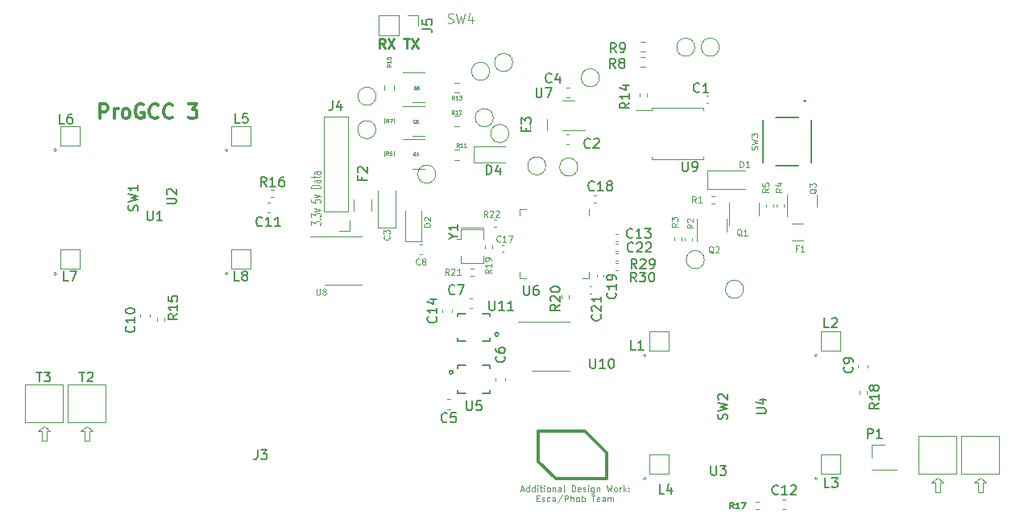
<source format=gbr>
G04 #@! TF.GenerationSoftware,KiCad,Pcbnew,7.0.2*
G04 #@! TF.CreationDate,2023-07-29T11:35:43-07:00*
G04 #@! TF.ProjectId,procon_gcc_main_pcb,70726f63-6f6e-45f6-9763-635f6d61696e,1*
G04 #@! TF.SameCoordinates,Original*
G04 #@! TF.FileFunction,Legend,Top*
G04 #@! TF.FilePolarity,Positive*
%FSLAX46Y46*%
G04 Gerber Fmt 4.6, Leading zero omitted, Abs format (unit mm)*
G04 Created by KiCad (PCBNEW 7.0.2) date 2023-07-29 11:35:43*
%MOMM*%
%LPD*%
G01*
G04 APERTURE LIST*
%ADD10C,0.250000*%
%ADD11C,0.100000*%
%ADD12C,0.300000*%
%ADD13C,0.125000*%
%ADD14C,0.150000*%
%ADD15C,0.050000*%
%ADD16C,0.060000*%
%ADD17C,0.160000*%
%ADD18C,0.120000*%
%ADD19C,0.350000*%
%ADD20C,0.127000*%
%ADD21C,0.200000*%
G04 APERTURE END LIST*
D10*
X120490961Y-102729496D02*
X120157628Y-102253305D01*
X119919533Y-102729496D02*
X119919533Y-101729496D01*
X119919533Y-101729496D02*
X120300485Y-101729496D01*
X120300485Y-101729496D02*
X120395723Y-101777115D01*
X120395723Y-101777115D02*
X120443342Y-101824734D01*
X120443342Y-101824734D02*
X120490961Y-101919972D01*
X120490961Y-101919972D02*
X120490961Y-102062829D01*
X120490961Y-102062829D02*
X120443342Y-102158067D01*
X120443342Y-102158067D02*
X120395723Y-102205686D01*
X120395723Y-102205686D02*
X120300485Y-102253305D01*
X120300485Y-102253305D02*
X119919533Y-102253305D01*
X120824295Y-101729496D02*
X121490961Y-102729496D01*
X121490961Y-101729496D02*
X120824295Y-102729496D01*
X122490962Y-101729496D02*
X123062390Y-101729496D01*
X122776676Y-102729496D02*
X122776676Y-101729496D01*
X123300486Y-101729496D02*
X123967152Y-102729496D01*
X123967152Y-101729496D02*
X123300486Y-102729496D01*
D11*
X134782239Y-149194488D02*
X135091763Y-149194488D01*
X134720334Y-149380202D02*
X134937001Y-148730202D01*
X134937001Y-148730202D02*
X135153668Y-149380202D01*
X135648906Y-149380202D02*
X135648906Y-148730202D01*
X135648906Y-149349250D02*
X135587001Y-149380202D01*
X135587001Y-149380202D02*
X135463192Y-149380202D01*
X135463192Y-149380202D02*
X135401287Y-149349250D01*
X135401287Y-149349250D02*
X135370334Y-149318297D01*
X135370334Y-149318297D02*
X135339382Y-149256392D01*
X135339382Y-149256392D02*
X135339382Y-149070678D01*
X135339382Y-149070678D02*
X135370334Y-149008773D01*
X135370334Y-149008773D02*
X135401287Y-148977821D01*
X135401287Y-148977821D02*
X135463192Y-148946869D01*
X135463192Y-148946869D02*
X135587001Y-148946869D01*
X135587001Y-148946869D02*
X135648906Y-148977821D01*
X136237001Y-149380202D02*
X136237001Y-148730202D01*
X136237001Y-149349250D02*
X136175096Y-149380202D01*
X136175096Y-149380202D02*
X136051287Y-149380202D01*
X136051287Y-149380202D02*
X135989382Y-149349250D01*
X135989382Y-149349250D02*
X135958429Y-149318297D01*
X135958429Y-149318297D02*
X135927477Y-149256392D01*
X135927477Y-149256392D02*
X135927477Y-149070678D01*
X135927477Y-149070678D02*
X135958429Y-149008773D01*
X135958429Y-149008773D02*
X135989382Y-148977821D01*
X135989382Y-148977821D02*
X136051287Y-148946869D01*
X136051287Y-148946869D02*
X136175096Y-148946869D01*
X136175096Y-148946869D02*
X136237001Y-148977821D01*
X136546524Y-149380202D02*
X136546524Y-148946869D01*
X136546524Y-148730202D02*
X136515572Y-148761154D01*
X136515572Y-148761154D02*
X136546524Y-148792107D01*
X136546524Y-148792107D02*
X136577477Y-148761154D01*
X136577477Y-148761154D02*
X136546524Y-148730202D01*
X136546524Y-148730202D02*
X136546524Y-148792107D01*
X136763191Y-148946869D02*
X137010810Y-148946869D01*
X136856048Y-148730202D02*
X136856048Y-149287345D01*
X136856048Y-149287345D02*
X136887001Y-149349250D01*
X136887001Y-149349250D02*
X136948906Y-149380202D01*
X136948906Y-149380202D02*
X137010810Y-149380202D01*
X137227477Y-149380202D02*
X137227477Y-148946869D01*
X137227477Y-148730202D02*
X137196525Y-148761154D01*
X137196525Y-148761154D02*
X137227477Y-148792107D01*
X137227477Y-148792107D02*
X137258430Y-148761154D01*
X137258430Y-148761154D02*
X137227477Y-148730202D01*
X137227477Y-148730202D02*
X137227477Y-148792107D01*
X137629859Y-149380202D02*
X137567954Y-149349250D01*
X137567954Y-149349250D02*
X137537001Y-149318297D01*
X137537001Y-149318297D02*
X137506049Y-149256392D01*
X137506049Y-149256392D02*
X137506049Y-149070678D01*
X137506049Y-149070678D02*
X137537001Y-149008773D01*
X137537001Y-149008773D02*
X137567954Y-148977821D01*
X137567954Y-148977821D02*
X137629859Y-148946869D01*
X137629859Y-148946869D02*
X137722716Y-148946869D01*
X137722716Y-148946869D02*
X137784620Y-148977821D01*
X137784620Y-148977821D02*
X137815573Y-149008773D01*
X137815573Y-149008773D02*
X137846525Y-149070678D01*
X137846525Y-149070678D02*
X137846525Y-149256392D01*
X137846525Y-149256392D02*
X137815573Y-149318297D01*
X137815573Y-149318297D02*
X137784620Y-149349250D01*
X137784620Y-149349250D02*
X137722716Y-149380202D01*
X137722716Y-149380202D02*
X137629859Y-149380202D01*
X138125096Y-148946869D02*
X138125096Y-149380202D01*
X138125096Y-149008773D02*
X138156049Y-148977821D01*
X138156049Y-148977821D02*
X138217954Y-148946869D01*
X138217954Y-148946869D02*
X138310811Y-148946869D01*
X138310811Y-148946869D02*
X138372715Y-148977821D01*
X138372715Y-148977821D02*
X138403668Y-149039726D01*
X138403668Y-149039726D02*
X138403668Y-149380202D01*
X138991763Y-149380202D02*
X138991763Y-149039726D01*
X138991763Y-149039726D02*
X138960810Y-148977821D01*
X138960810Y-148977821D02*
X138898906Y-148946869D01*
X138898906Y-148946869D02*
X138775096Y-148946869D01*
X138775096Y-148946869D02*
X138713191Y-148977821D01*
X138991763Y-149349250D02*
X138929858Y-149380202D01*
X138929858Y-149380202D02*
X138775096Y-149380202D01*
X138775096Y-149380202D02*
X138713191Y-149349250D01*
X138713191Y-149349250D02*
X138682239Y-149287345D01*
X138682239Y-149287345D02*
X138682239Y-149225440D01*
X138682239Y-149225440D02*
X138713191Y-149163535D01*
X138713191Y-149163535D02*
X138775096Y-149132583D01*
X138775096Y-149132583D02*
X138929858Y-149132583D01*
X138929858Y-149132583D02*
X138991763Y-149101630D01*
X139394144Y-149380202D02*
X139332239Y-149349250D01*
X139332239Y-149349250D02*
X139301286Y-149287345D01*
X139301286Y-149287345D02*
X139301286Y-148730202D01*
X140137000Y-149380202D02*
X140137000Y-148730202D01*
X140137000Y-148730202D02*
X140291762Y-148730202D01*
X140291762Y-148730202D02*
X140384619Y-148761154D01*
X140384619Y-148761154D02*
X140446524Y-148823059D01*
X140446524Y-148823059D02*
X140477477Y-148884964D01*
X140477477Y-148884964D02*
X140508429Y-149008773D01*
X140508429Y-149008773D02*
X140508429Y-149101630D01*
X140508429Y-149101630D02*
X140477477Y-149225440D01*
X140477477Y-149225440D02*
X140446524Y-149287345D01*
X140446524Y-149287345D02*
X140384619Y-149349250D01*
X140384619Y-149349250D02*
X140291762Y-149380202D01*
X140291762Y-149380202D02*
X140137000Y-149380202D01*
X141034619Y-149349250D02*
X140972715Y-149380202D01*
X140972715Y-149380202D02*
X140848905Y-149380202D01*
X140848905Y-149380202D02*
X140787000Y-149349250D01*
X140787000Y-149349250D02*
X140756048Y-149287345D01*
X140756048Y-149287345D02*
X140756048Y-149039726D01*
X140756048Y-149039726D02*
X140787000Y-148977821D01*
X140787000Y-148977821D02*
X140848905Y-148946869D01*
X140848905Y-148946869D02*
X140972715Y-148946869D01*
X140972715Y-148946869D02*
X141034619Y-148977821D01*
X141034619Y-148977821D02*
X141065572Y-149039726D01*
X141065572Y-149039726D02*
X141065572Y-149101630D01*
X141065572Y-149101630D02*
X140756048Y-149163535D01*
X141313191Y-149349250D02*
X141375096Y-149380202D01*
X141375096Y-149380202D02*
X141498905Y-149380202D01*
X141498905Y-149380202D02*
X141560810Y-149349250D01*
X141560810Y-149349250D02*
X141591762Y-149287345D01*
X141591762Y-149287345D02*
X141591762Y-149256392D01*
X141591762Y-149256392D02*
X141560810Y-149194488D01*
X141560810Y-149194488D02*
X141498905Y-149163535D01*
X141498905Y-149163535D02*
X141406048Y-149163535D01*
X141406048Y-149163535D02*
X141344143Y-149132583D01*
X141344143Y-149132583D02*
X141313191Y-149070678D01*
X141313191Y-149070678D02*
X141313191Y-149039726D01*
X141313191Y-149039726D02*
X141344143Y-148977821D01*
X141344143Y-148977821D02*
X141406048Y-148946869D01*
X141406048Y-148946869D02*
X141498905Y-148946869D01*
X141498905Y-148946869D02*
X141560810Y-148977821D01*
X141870333Y-149380202D02*
X141870333Y-148946869D01*
X141870333Y-148730202D02*
X141839381Y-148761154D01*
X141839381Y-148761154D02*
X141870333Y-148792107D01*
X141870333Y-148792107D02*
X141901286Y-148761154D01*
X141901286Y-148761154D02*
X141870333Y-148730202D01*
X141870333Y-148730202D02*
X141870333Y-148792107D01*
X142458429Y-148946869D02*
X142458429Y-149473059D01*
X142458429Y-149473059D02*
X142427476Y-149534964D01*
X142427476Y-149534964D02*
X142396524Y-149565916D01*
X142396524Y-149565916D02*
X142334619Y-149596869D01*
X142334619Y-149596869D02*
X142241762Y-149596869D01*
X142241762Y-149596869D02*
X142179857Y-149565916D01*
X142458429Y-149349250D02*
X142396524Y-149380202D01*
X142396524Y-149380202D02*
X142272715Y-149380202D01*
X142272715Y-149380202D02*
X142210810Y-149349250D01*
X142210810Y-149349250D02*
X142179857Y-149318297D01*
X142179857Y-149318297D02*
X142148905Y-149256392D01*
X142148905Y-149256392D02*
X142148905Y-149070678D01*
X142148905Y-149070678D02*
X142179857Y-149008773D01*
X142179857Y-149008773D02*
X142210810Y-148977821D01*
X142210810Y-148977821D02*
X142272715Y-148946869D01*
X142272715Y-148946869D02*
X142396524Y-148946869D01*
X142396524Y-148946869D02*
X142458429Y-148977821D01*
X142767952Y-148946869D02*
X142767952Y-149380202D01*
X142767952Y-149008773D02*
X142798905Y-148977821D01*
X142798905Y-148977821D02*
X142860810Y-148946869D01*
X142860810Y-148946869D02*
X142953667Y-148946869D01*
X142953667Y-148946869D02*
X143015571Y-148977821D01*
X143015571Y-148977821D02*
X143046524Y-149039726D01*
X143046524Y-149039726D02*
X143046524Y-149380202D01*
X143789381Y-148730202D02*
X143944143Y-149380202D01*
X143944143Y-149380202D02*
X144067952Y-148915916D01*
X144067952Y-148915916D02*
X144191762Y-149380202D01*
X144191762Y-149380202D02*
X144346524Y-148730202D01*
X144687000Y-149380202D02*
X144625095Y-149349250D01*
X144625095Y-149349250D02*
X144594142Y-149318297D01*
X144594142Y-149318297D02*
X144563190Y-149256392D01*
X144563190Y-149256392D02*
X144563190Y-149070678D01*
X144563190Y-149070678D02*
X144594142Y-149008773D01*
X144594142Y-149008773D02*
X144625095Y-148977821D01*
X144625095Y-148977821D02*
X144687000Y-148946869D01*
X144687000Y-148946869D02*
X144779857Y-148946869D01*
X144779857Y-148946869D02*
X144841761Y-148977821D01*
X144841761Y-148977821D02*
X144872714Y-149008773D01*
X144872714Y-149008773D02*
X144903666Y-149070678D01*
X144903666Y-149070678D02*
X144903666Y-149256392D01*
X144903666Y-149256392D02*
X144872714Y-149318297D01*
X144872714Y-149318297D02*
X144841761Y-149349250D01*
X144841761Y-149349250D02*
X144779857Y-149380202D01*
X144779857Y-149380202D02*
X144687000Y-149380202D01*
X145182237Y-149380202D02*
X145182237Y-148946869D01*
X145182237Y-149070678D02*
X145213190Y-149008773D01*
X145213190Y-149008773D02*
X145244142Y-148977821D01*
X145244142Y-148977821D02*
X145306047Y-148946869D01*
X145306047Y-148946869D02*
X145367952Y-148946869D01*
X145584618Y-149380202D02*
X145584618Y-148730202D01*
X145646523Y-149132583D02*
X145832237Y-149380202D01*
X145832237Y-148946869D02*
X145584618Y-149194488D01*
X146110808Y-149318297D02*
X146141761Y-149349250D01*
X146141761Y-149349250D02*
X146110808Y-149380202D01*
X146110808Y-149380202D02*
X146079856Y-149349250D01*
X146079856Y-149349250D02*
X146110808Y-149318297D01*
X146110808Y-149318297D02*
X146110808Y-149380202D01*
X146110808Y-148977821D02*
X146141761Y-149008773D01*
X146141761Y-149008773D02*
X146110808Y-149039726D01*
X146110808Y-149039726D02*
X146079856Y-149008773D01*
X146079856Y-149008773D02*
X146110808Y-148977821D01*
X146110808Y-148977821D02*
X146110808Y-149039726D01*
X136438191Y-150092726D02*
X136654858Y-150092726D01*
X136747715Y-150433202D02*
X136438191Y-150433202D01*
X136438191Y-150433202D02*
X136438191Y-149783202D01*
X136438191Y-149783202D02*
X136747715Y-149783202D01*
X136995334Y-150402250D02*
X137057239Y-150433202D01*
X137057239Y-150433202D02*
X137181048Y-150433202D01*
X137181048Y-150433202D02*
X137242953Y-150402250D01*
X137242953Y-150402250D02*
X137273905Y-150340345D01*
X137273905Y-150340345D02*
X137273905Y-150309392D01*
X137273905Y-150309392D02*
X137242953Y-150247488D01*
X137242953Y-150247488D02*
X137181048Y-150216535D01*
X137181048Y-150216535D02*
X137088191Y-150216535D01*
X137088191Y-150216535D02*
X137026286Y-150185583D01*
X137026286Y-150185583D02*
X136995334Y-150123678D01*
X136995334Y-150123678D02*
X136995334Y-150092726D01*
X136995334Y-150092726D02*
X137026286Y-150030821D01*
X137026286Y-150030821D02*
X137088191Y-149999869D01*
X137088191Y-149999869D02*
X137181048Y-149999869D01*
X137181048Y-149999869D02*
X137242953Y-150030821D01*
X137831048Y-150402250D02*
X137769143Y-150433202D01*
X137769143Y-150433202D02*
X137645334Y-150433202D01*
X137645334Y-150433202D02*
X137583429Y-150402250D01*
X137583429Y-150402250D02*
X137552476Y-150371297D01*
X137552476Y-150371297D02*
X137521524Y-150309392D01*
X137521524Y-150309392D02*
X137521524Y-150123678D01*
X137521524Y-150123678D02*
X137552476Y-150061773D01*
X137552476Y-150061773D02*
X137583429Y-150030821D01*
X137583429Y-150030821D02*
X137645334Y-149999869D01*
X137645334Y-149999869D02*
X137769143Y-149999869D01*
X137769143Y-149999869D02*
X137831048Y-150030821D01*
X138388191Y-150433202D02*
X138388191Y-150092726D01*
X138388191Y-150092726D02*
X138357238Y-150030821D01*
X138357238Y-150030821D02*
X138295334Y-149999869D01*
X138295334Y-149999869D02*
X138171524Y-149999869D01*
X138171524Y-149999869D02*
X138109619Y-150030821D01*
X138388191Y-150402250D02*
X138326286Y-150433202D01*
X138326286Y-150433202D02*
X138171524Y-150433202D01*
X138171524Y-150433202D02*
X138109619Y-150402250D01*
X138109619Y-150402250D02*
X138078667Y-150340345D01*
X138078667Y-150340345D02*
X138078667Y-150278440D01*
X138078667Y-150278440D02*
X138109619Y-150216535D01*
X138109619Y-150216535D02*
X138171524Y-150185583D01*
X138171524Y-150185583D02*
X138326286Y-150185583D01*
X138326286Y-150185583D02*
X138388191Y-150154630D01*
X139162000Y-149752250D02*
X138604857Y-150587964D01*
X139378666Y-150433202D02*
X139378666Y-149783202D01*
X139378666Y-149783202D02*
X139626285Y-149783202D01*
X139626285Y-149783202D02*
X139688190Y-149814154D01*
X139688190Y-149814154D02*
X139719143Y-149845107D01*
X139719143Y-149845107D02*
X139750095Y-149907011D01*
X139750095Y-149907011D02*
X139750095Y-149999869D01*
X139750095Y-149999869D02*
X139719143Y-150061773D01*
X139719143Y-150061773D02*
X139688190Y-150092726D01*
X139688190Y-150092726D02*
X139626285Y-150123678D01*
X139626285Y-150123678D02*
X139378666Y-150123678D01*
X140028666Y-150433202D02*
X140028666Y-149783202D01*
X140307238Y-150433202D02*
X140307238Y-150092726D01*
X140307238Y-150092726D02*
X140276285Y-150030821D01*
X140276285Y-150030821D02*
X140214381Y-149999869D01*
X140214381Y-149999869D02*
X140121524Y-149999869D01*
X140121524Y-149999869D02*
X140059619Y-150030821D01*
X140059619Y-150030821D02*
X140028666Y-150061773D01*
X140709619Y-150433202D02*
X140647714Y-150402250D01*
X140647714Y-150402250D02*
X140616761Y-150371297D01*
X140616761Y-150371297D02*
X140585809Y-150309392D01*
X140585809Y-150309392D02*
X140585809Y-150123678D01*
X140585809Y-150123678D02*
X140616761Y-150061773D01*
X140616761Y-150061773D02*
X140647714Y-150030821D01*
X140647714Y-150030821D02*
X140709619Y-149999869D01*
X140709619Y-149999869D02*
X140802476Y-149999869D01*
X140802476Y-149999869D02*
X140864380Y-150030821D01*
X140864380Y-150030821D02*
X140895333Y-150061773D01*
X140895333Y-150061773D02*
X140926285Y-150123678D01*
X140926285Y-150123678D02*
X140926285Y-150309392D01*
X140926285Y-150309392D02*
X140895333Y-150371297D01*
X140895333Y-150371297D02*
X140864380Y-150402250D01*
X140864380Y-150402250D02*
X140802476Y-150433202D01*
X140802476Y-150433202D02*
X140709619Y-150433202D01*
X141204856Y-150433202D02*
X141204856Y-149783202D01*
X141204856Y-150030821D02*
X141266761Y-149999869D01*
X141266761Y-149999869D02*
X141390571Y-149999869D01*
X141390571Y-149999869D02*
X141452475Y-150030821D01*
X141452475Y-150030821D02*
X141483428Y-150061773D01*
X141483428Y-150061773D02*
X141514380Y-150123678D01*
X141514380Y-150123678D02*
X141514380Y-150309392D01*
X141514380Y-150309392D02*
X141483428Y-150371297D01*
X141483428Y-150371297D02*
X141452475Y-150402250D01*
X141452475Y-150402250D02*
X141390571Y-150433202D01*
X141390571Y-150433202D02*
X141266761Y-150433202D01*
X141266761Y-150433202D02*
X141204856Y-150402250D01*
X142195332Y-149783202D02*
X142566761Y-149783202D01*
X142381047Y-150433202D02*
X142381047Y-149783202D01*
X143031046Y-150402250D02*
X142969142Y-150433202D01*
X142969142Y-150433202D02*
X142845332Y-150433202D01*
X142845332Y-150433202D02*
X142783427Y-150402250D01*
X142783427Y-150402250D02*
X142752475Y-150340345D01*
X142752475Y-150340345D02*
X142752475Y-150092726D01*
X142752475Y-150092726D02*
X142783427Y-150030821D01*
X142783427Y-150030821D02*
X142845332Y-149999869D01*
X142845332Y-149999869D02*
X142969142Y-149999869D01*
X142969142Y-149999869D02*
X143031046Y-150030821D01*
X143031046Y-150030821D02*
X143061999Y-150092726D01*
X143061999Y-150092726D02*
X143061999Y-150154630D01*
X143061999Y-150154630D02*
X142752475Y-150216535D01*
X143619142Y-150433202D02*
X143619142Y-150092726D01*
X143619142Y-150092726D02*
X143588189Y-150030821D01*
X143588189Y-150030821D02*
X143526285Y-149999869D01*
X143526285Y-149999869D02*
X143402475Y-149999869D01*
X143402475Y-149999869D02*
X143340570Y-150030821D01*
X143619142Y-150402250D02*
X143557237Y-150433202D01*
X143557237Y-150433202D02*
X143402475Y-150433202D01*
X143402475Y-150433202D02*
X143340570Y-150402250D01*
X143340570Y-150402250D02*
X143309618Y-150340345D01*
X143309618Y-150340345D02*
X143309618Y-150278440D01*
X143309618Y-150278440D02*
X143340570Y-150216535D01*
X143340570Y-150216535D02*
X143402475Y-150185583D01*
X143402475Y-150185583D02*
X143557237Y-150185583D01*
X143557237Y-150185583D02*
X143619142Y-150154630D01*
X143928665Y-150433202D02*
X143928665Y-149999869D01*
X143928665Y-150061773D02*
X143959618Y-150030821D01*
X143959618Y-150030821D02*
X144021523Y-149999869D01*
X144021523Y-149999869D02*
X144114380Y-149999869D01*
X144114380Y-149999869D02*
X144176284Y-150030821D01*
X144176284Y-150030821D02*
X144207237Y-150092726D01*
X144207237Y-150092726D02*
X144207237Y-150433202D01*
X144207237Y-150092726D02*
X144238189Y-150030821D01*
X144238189Y-150030821D02*
X144300094Y-149999869D01*
X144300094Y-149999869D02*
X144392951Y-149999869D01*
X144392951Y-149999869D02*
X144454856Y-150030821D01*
X144454856Y-150030821D02*
X144485808Y-150092726D01*
X144485808Y-150092726D02*
X144485808Y-150433202D01*
D12*
X90538100Y-110110485D02*
X90538100Y-108610485D01*
X90538100Y-108610485D02*
X91109529Y-108610485D01*
X91109529Y-108610485D02*
X91252386Y-108681914D01*
X91252386Y-108681914D02*
X91323815Y-108753342D01*
X91323815Y-108753342D02*
X91395243Y-108896199D01*
X91395243Y-108896199D02*
X91395243Y-109110485D01*
X91395243Y-109110485D02*
X91323815Y-109253342D01*
X91323815Y-109253342D02*
X91252386Y-109324771D01*
X91252386Y-109324771D02*
X91109529Y-109396199D01*
X91109529Y-109396199D02*
X90538100Y-109396199D01*
X92038100Y-110110485D02*
X92038100Y-109110485D01*
X92038100Y-109396199D02*
X92109529Y-109253342D01*
X92109529Y-109253342D02*
X92180958Y-109181914D01*
X92180958Y-109181914D02*
X92323815Y-109110485D01*
X92323815Y-109110485D02*
X92466672Y-109110485D01*
X93180957Y-110110485D02*
X93038100Y-110039057D01*
X93038100Y-110039057D02*
X92966671Y-109967628D01*
X92966671Y-109967628D02*
X92895243Y-109824771D01*
X92895243Y-109824771D02*
X92895243Y-109396199D01*
X92895243Y-109396199D02*
X92966671Y-109253342D01*
X92966671Y-109253342D02*
X93038100Y-109181914D01*
X93038100Y-109181914D02*
X93180957Y-109110485D01*
X93180957Y-109110485D02*
X93395243Y-109110485D01*
X93395243Y-109110485D02*
X93538100Y-109181914D01*
X93538100Y-109181914D02*
X93609529Y-109253342D01*
X93609529Y-109253342D02*
X93680957Y-109396199D01*
X93680957Y-109396199D02*
X93680957Y-109824771D01*
X93680957Y-109824771D02*
X93609529Y-109967628D01*
X93609529Y-109967628D02*
X93538100Y-110039057D01*
X93538100Y-110039057D02*
X93395243Y-110110485D01*
X93395243Y-110110485D02*
X93180957Y-110110485D01*
X95109529Y-108681914D02*
X94966672Y-108610485D01*
X94966672Y-108610485D02*
X94752386Y-108610485D01*
X94752386Y-108610485D02*
X94538100Y-108681914D01*
X94538100Y-108681914D02*
X94395243Y-108824771D01*
X94395243Y-108824771D02*
X94323814Y-108967628D01*
X94323814Y-108967628D02*
X94252386Y-109253342D01*
X94252386Y-109253342D02*
X94252386Y-109467628D01*
X94252386Y-109467628D02*
X94323814Y-109753342D01*
X94323814Y-109753342D02*
X94395243Y-109896199D01*
X94395243Y-109896199D02*
X94538100Y-110039057D01*
X94538100Y-110039057D02*
X94752386Y-110110485D01*
X94752386Y-110110485D02*
X94895243Y-110110485D01*
X94895243Y-110110485D02*
X95109529Y-110039057D01*
X95109529Y-110039057D02*
X95180957Y-109967628D01*
X95180957Y-109967628D02*
X95180957Y-109467628D01*
X95180957Y-109467628D02*
X94895243Y-109467628D01*
X96680957Y-109967628D02*
X96609529Y-110039057D01*
X96609529Y-110039057D02*
X96395243Y-110110485D01*
X96395243Y-110110485D02*
X96252386Y-110110485D01*
X96252386Y-110110485D02*
X96038100Y-110039057D01*
X96038100Y-110039057D02*
X95895243Y-109896199D01*
X95895243Y-109896199D02*
X95823814Y-109753342D01*
X95823814Y-109753342D02*
X95752386Y-109467628D01*
X95752386Y-109467628D02*
X95752386Y-109253342D01*
X95752386Y-109253342D02*
X95823814Y-108967628D01*
X95823814Y-108967628D02*
X95895243Y-108824771D01*
X95895243Y-108824771D02*
X96038100Y-108681914D01*
X96038100Y-108681914D02*
X96252386Y-108610485D01*
X96252386Y-108610485D02*
X96395243Y-108610485D01*
X96395243Y-108610485D02*
X96609529Y-108681914D01*
X96609529Y-108681914D02*
X96680957Y-108753342D01*
X98180957Y-109967628D02*
X98109529Y-110039057D01*
X98109529Y-110039057D02*
X97895243Y-110110485D01*
X97895243Y-110110485D02*
X97752386Y-110110485D01*
X97752386Y-110110485D02*
X97538100Y-110039057D01*
X97538100Y-110039057D02*
X97395243Y-109896199D01*
X97395243Y-109896199D02*
X97323814Y-109753342D01*
X97323814Y-109753342D02*
X97252386Y-109467628D01*
X97252386Y-109467628D02*
X97252386Y-109253342D01*
X97252386Y-109253342D02*
X97323814Y-108967628D01*
X97323814Y-108967628D02*
X97395243Y-108824771D01*
X97395243Y-108824771D02*
X97538100Y-108681914D01*
X97538100Y-108681914D02*
X97752386Y-108610485D01*
X97752386Y-108610485D02*
X97895243Y-108610485D01*
X97895243Y-108610485D02*
X98109529Y-108681914D01*
X98109529Y-108681914D02*
X98180957Y-108753342D01*
X99823814Y-108610485D02*
X100752386Y-108610485D01*
X100752386Y-108610485D02*
X100252386Y-109181914D01*
X100252386Y-109181914D02*
X100466671Y-109181914D01*
X100466671Y-109181914D02*
X100609529Y-109253342D01*
X100609529Y-109253342D02*
X100680957Y-109324771D01*
X100680957Y-109324771D02*
X100752386Y-109467628D01*
X100752386Y-109467628D02*
X100752386Y-109824771D01*
X100752386Y-109824771D02*
X100680957Y-109967628D01*
X100680957Y-109967628D02*
X100609529Y-110039057D01*
X100609529Y-110039057D02*
X100466671Y-110110485D01*
X100466671Y-110110485D02*
X100038100Y-110110485D01*
X100038100Y-110110485D02*
X99895243Y-110039057D01*
X99895243Y-110039057D02*
X99823814Y-109967628D01*
D13*
X112736714Y-121331895D02*
X112736714Y-120960467D01*
X112736714Y-120960467D02*
X113117666Y-121160467D01*
X113117666Y-121160467D02*
X113117666Y-121074752D01*
X113117666Y-121074752D02*
X113165285Y-121017610D01*
X113165285Y-121017610D02*
X113212904Y-120989038D01*
X113212904Y-120989038D02*
X113308142Y-120960467D01*
X113308142Y-120960467D02*
X113546237Y-120960467D01*
X113546237Y-120960467D02*
X113641475Y-120989038D01*
X113641475Y-120989038D02*
X113689095Y-121017610D01*
X113689095Y-121017610D02*
X113736714Y-121074752D01*
X113736714Y-121074752D02*
X113736714Y-121246181D01*
X113736714Y-121246181D02*
X113689095Y-121303324D01*
X113689095Y-121303324D02*
X113641475Y-121331895D01*
X113641475Y-120703323D02*
X113689095Y-120674752D01*
X113689095Y-120674752D02*
X113736714Y-120703323D01*
X113736714Y-120703323D02*
X113689095Y-120731895D01*
X113689095Y-120731895D02*
X113641475Y-120703323D01*
X113641475Y-120703323D02*
X113736714Y-120703323D01*
X112736714Y-120474752D02*
X112736714Y-120103324D01*
X112736714Y-120103324D02*
X113117666Y-120303324D01*
X113117666Y-120303324D02*
X113117666Y-120217609D01*
X113117666Y-120217609D02*
X113165285Y-120160467D01*
X113165285Y-120160467D02*
X113212904Y-120131895D01*
X113212904Y-120131895D02*
X113308142Y-120103324D01*
X113308142Y-120103324D02*
X113546237Y-120103324D01*
X113546237Y-120103324D02*
X113641475Y-120131895D01*
X113641475Y-120131895D02*
X113689095Y-120160467D01*
X113689095Y-120160467D02*
X113736714Y-120217609D01*
X113736714Y-120217609D02*
X113736714Y-120389038D01*
X113736714Y-120389038D02*
X113689095Y-120446181D01*
X113689095Y-120446181D02*
X113641475Y-120474752D01*
X113070047Y-119903323D02*
X113736714Y-119760466D01*
X113736714Y-119760466D02*
X113070047Y-119617609D01*
X112736714Y-118646180D02*
X112736714Y-118931894D01*
X112736714Y-118931894D02*
X113212904Y-118960466D01*
X113212904Y-118960466D02*
X113165285Y-118931894D01*
X113165285Y-118931894D02*
X113117666Y-118874752D01*
X113117666Y-118874752D02*
X113117666Y-118731894D01*
X113117666Y-118731894D02*
X113165285Y-118674752D01*
X113165285Y-118674752D02*
X113212904Y-118646180D01*
X113212904Y-118646180D02*
X113308142Y-118617609D01*
X113308142Y-118617609D02*
X113546237Y-118617609D01*
X113546237Y-118617609D02*
X113641475Y-118646180D01*
X113641475Y-118646180D02*
X113689095Y-118674752D01*
X113689095Y-118674752D02*
X113736714Y-118731894D01*
X113736714Y-118731894D02*
X113736714Y-118874752D01*
X113736714Y-118874752D02*
X113689095Y-118931894D01*
X113689095Y-118931894D02*
X113641475Y-118960466D01*
X113070047Y-118417608D02*
X113736714Y-118274751D01*
X113736714Y-118274751D02*
X113070047Y-118131894D01*
X113736714Y-117446179D02*
X112736714Y-117446179D01*
X112736714Y-117446179D02*
X112736714Y-117303322D01*
X112736714Y-117303322D02*
X112784333Y-117217608D01*
X112784333Y-117217608D02*
X112879571Y-117160465D01*
X112879571Y-117160465D02*
X112974809Y-117131894D01*
X112974809Y-117131894D02*
X113165285Y-117103322D01*
X113165285Y-117103322D02*
X113308142Y-117103322D01*
X113308142Y-117103322D02*
X113498618Y-117131894D01*
X113498618Y-117131894D02*
X113593856Y-117160465D01*
X113593856Y-117160465D02*
X113689095Y-117217608D01*
X113689095Y-117217608D02*
X113736714Y-117303322D01*
X113736714Y-117303322D02*
X113736714Y-117446179D01*
X113736714Y-116589037D02*
X113212904Y-116589037D01*
X113212904Y-116589037D02*
X113117666Y-116617608D01*
X113117666Y-116617608D02*
X113070047Y-116674751D01*
X113070047Y-116674751D02*
X113070047Y-116789037D01*
X113070047Y-116789037D02*
X113117666Y-116846179D01*
X113689095Y-116589037D02*
X113736714Y-116646179D01*
X113736714Y-116646179D02*
X113736714Y-116789037D01*
X113736714Y-116789037D02*
X113689095Y-116846179D01*
X113689095Y-116846179D02*
X113593856Y-116874751D01*
X113593856Y-116874751D02*
X113498618Y-116874751D01*
X113498618Y-116874751D02*
X113403380Y-116846179D01*
X113403380Y-116846179D02*
X113355761Y-116789037D01*
X113355761Y-116789037D02*
X113355761Y-116646179D01*
X113355761Y-116646179D02*
X113308142Y-116589037D01*
X113070047Y-116389037D02*
X113070047Y-116160465D01*
X112736714Y-116303322D02*
X113593856Y-116303322D01*
X113593856Y-116303322D02*
X113689095Y-116274751D01*
X113689095Y-116274751D02*
X113736714Y-116217608D01*
X113736714Y-116217608D02*
X113736714Y-116160465D01*
X113736714Y-115703323D02*
X113212904Y-115703323D01*
X113212904Y-115703323D02*
X113117666Y-115731894D01*
X113117666Y-115731894D02*
X113070047Y-115789037D01*
X113070047Y-115789037D02*
X113070047Y-115903323D01*
X113070047Y-115903323D02*
X113117666Y-115960465D01*
X113689095Y-115703323D02*
X113736714Y-115760465D01*
X113736714Y-115760465D02*
X113736714Y-115903323D01*
X113736714Y-115903323D02*
X113689095Y-115960465D01*
X113689095Y-115960465D02*
X113593856Y-115989037D01*
X113593856Y-115989037D02*
X113498618Y-115989037D01*
X113498618Y-115989037D02*
X113403380Y-115960465D01*
X113403380Y-115960465D02*
X113355761Y-115903323D01*
X113355761Y-115903323D02*
X113355761Y-115760465D01*
X113355761Y-115760465D02*
X113308142Y-115703323D01*
D11*
X127106739Y-100026947D02*
X127249596Y-100074566D01*
X127249596Y-100074566D02*
X127487691Y-100074566D01*
X127487691Y-100074566D02*
X127582929Y-100026947D01*
X127582929Y-100026947D02*
X127630548Y-99979327D01*
X127630548Y-99979327D02*
X127678167Y-99884089D01*
X127678167Y-99884089D02*
X127678167Y-99788851D01*
X127678167Y-99788851D02*
X127630548Y-99693613D01*
X127630548Y-99693613D02*
X127582929Y-99645994D01*
X127582929Y-99645994D02*
X127487691Y-99598375D01*
X127487691Y-99598375D02*
X127297215Y-99550756D01*
X127297215Y-99550756D02*
X127201977Y-99503137D01*
X127201977Y-99503137D02*
X127154358Y-99455518D01*
X127154358Y-99455518D02*
X127106739Y-99360280D01*
X127106739Y-99360280D02*
X127106739Y-99265042D01*
X127106739Y-99265042D02*
X127154358Y-99169804D01*
X127154358Y-99169804D02*
X127201977Y-99122185D01*
X127201977Y-99122185D02*
X127297215Y-99074566D01*
X127297215Y-99074566D02*
X127535310Y-99074566D01*
X127535310Y-99074566D02*
X127678167Y-99122185D01*
X128011501Y-99074566D02*
X128249596Y-100074566D01*
X128249596Y-100074566D02*
X128440072Y-99360280D01*
X128440072Y-99360280D02*
X128630548Y-100074566D01*
X128630548Y-100074566D02*
X128868644Y-99074566D01*
X129678167Y-99407899D02*
X129678167Y-100074566D01*
X129440072Y-99026947D02*
X129201977Y-99741232D01*
X129201977Y-99741232D02*
X129821024Y-99741232D01*
D14*
X97560577Y-119096265D02*
X98370100Y-119096265D01*
X98370100Y-119096265D02*
X98465338Y-119048646D01*
X98465338Y-119048646D02*
X98512958Y-119001027D01*
X98512958Y-119001027D02*
X98560577Y-118905789D01*
X98560577Y-118905789D02*
X98560577Y-118715313D01*
X98560577Y-118715313D02*
X98512958Y-118620075D01*
X98512958Y-118620075D02*
X98465338Y-118572456D01*
X98465338Y-118572456D02*
X98370100Y-118524837D01*
X98370100Y-118524837D02*
X97560577Y-118524837D01*
X97655815Y-118096265D02*
X97608196Y-118048646D01*
X97608196Y-118048646D02*
X97560577Y-117953408D01*
X97560577Y-117953408D02*
X97560577Y-117715313D01*
X97560577Y-117715313D02*
X97608196Y-117620075D01*
X97608196Y-117620075D02*
X97655815Y-117572456D01*
X97655815Y-117572456D02*
X97751053Y-117524837D01*
X97751053Y-117524837D02*
X97846291Y-117524837D01*
X97846291Y-117524837D02*
X97989148Y-117572456D01*
X97989148Y-117572456D02*
X98560577Y-118143884D01*
X98560577Y-118143884D02*
X98560577Y-117524837D01*
D11*
X152903088Y-121270731D02*
X152593564Y-121487398D01*
X152903088Y-121642160D02*
X152253088Y-121642160D01*
X152253088Y-121642160D02*
X152253088Y-121394541D01*
X152253088Y-121394541D02*
X152284040Y-121332636D01*
X152284040Y-121332636D02*
X152314993Y-121301683D01*
X152314993Y-121301683D02*
X152376897Y-121270731D01*
X152376897Y-121270731D02*
X152469755Y-121270731D01*
X152469755Y-121270731D02*
X152531659Y-121301683D01*
X152531659Y-121301683D02*
X152562612Y-121332636D01*
X152562612Y-121332636D02*
X152593564Y-121394541D01*
X152593564Y-121394541D02*
X152593564Y-121642160D01*
X152314993Y-121023112D02*
X152284040Y-120992160D01*
X152284040Y-120992160D02*
X152253088Y-120930255D01*
X152253088Y-120930255D02*
X152253088Y-120775493D01*
X152253088Y-120775493D02*
X152284040Y-120713588D01*
X152284040Y-120713588D02*
X152314993Y-120682636D01*
X152314993Y-120682636D02*
X152376897Y-120651683D01*
X152376897Y-120651683D02*
X152438802Y-120651683D01*
X152438802Y-120651683D02*
X152531659Y-120682636D01*
X152531659Y-120682636D02*
X152903088Y-121054064D01*
X152903088Y-121054064D02*
X152903088Y-120651683D01*
D14*
X171224041Y-143782790D02*
X171224041Y-142782790D01*
X171224041Y-142782790D02*
X171604993Y-142782790D01*
X171604993Y-142782790D02*
X171700231Y-142830409D01*
X171700231Y-142830409D02*
X171747850Y-142878028D01*
X171747850Y-142878028D02*
X171795469Y-142973266D01*
X171795469Y-142973266D02*
X171795469Y-143116123D01*
X171795469Y-143116123D02*
X171747850Y-143211361D01*
X171747850Y-143211361D02*
X171700231Y-143258980D01*
X171700231Y-143258980D02*
X171604993Y-143306599D01*
X171604993Y-143306599D02*
X171224041Y-143306599D01*
X172747850Y-143782790D02*
X172176422Y-143782790D01*
X172462136Y-143782790D02*
X172462136Y-142782790D01*
X172462136Y-142782790D02*
X172366898Y-142925647D01*
X172366898Y-142925647D02*
X172271660Y-143020885D01*
X172271660Y-143020885D02*
X172176422Y-143068504D01*
X146959889Y-125912461D02*
X146626556Y-125436270D01*
X146388461Y-125912461D02*
X146388461Y-124912461D01*
X146388461Y-124912461D02*
X146769413Y-124912461D01*
X146769413Y-124912461D02*
X146864651Y-124960080D01*
X146864651Y-124960080D02*
X146912270Y-125007699D01*
X146912270Y-125007699D02*
X146959889Y-125102937D01*
X146959889Y-125102937D02*
X146959889Y-125245794D01*
X146959889Y-125245794D02*
X146912270Y-125341032D01*
X146912270Y-125341032D02*
X146864651Y-125388651D01*
X146864651Y-125388651D02*
X146769413Y-125436270D01*
X146769413Y-125436270D02*
X146388461Y-125436270D01*
X147340842Y-125007699D02*
X147388461Y-124960080D01*
X147388461Y-124960080D02*
X147483699Y-124912461D01*
X147483699Y-124912461D02*
X147721794Y-124912461D01*
X147721794Y-124912461D02*
X147817032Y-124960080D01*
X147817032Y-124960080D02*
X147864651Y-125007699D01*
X147864651Y-125007699D02*
X147912270Y-125102937D01*
X147912270Y-125102937D02*
X147912270Y-125198175D01*
X147912270Y-125198175D02*
X147864651Y-125341032D01*
X147864651Y-125341032D02*
X147293223Y-125912461D01*
X147293223Y-125912461D02*
X147912270Y-125912461D01*
X148388461Y-125912461D02*
X148578937Y-125912461D01*
X148578937Y-125912461D02*
X148674175Y-125864842D01*
X148674175Y-125864842D02*
X148721794Y-125817222D01*
X148721794Y-125817222D02*
X148817032Y-125674365D01*
X148817032Y-125674365D02*
X148864651Y-125483889D01*
X148864651Y-125483889D02*
X148864651Y-125102937D01*
X148864651Y-125102937D02*
X148817032Y-125007699D01*
X148817032Y-125007699D02*
X148769413Y-124960080D01*
X148769413Y-124960080D02*
X148674175Y-124912461D01*
X148674175Y-124912461D02*
X148483699Y-124912461D01*
X148483699Y-124912461D02*
X148388461Y-124960080D01*
X148388461Y-124960080D02*
X148340842Y-125007699D01*
X148340842Y-125007699D02*
X148293223Y-125102937D01*
X148293223Y-125102937D02*
X148293223Y-125341032D01*
X148293223Y-125341032D02*
X148340842Y-125436270D01*
X148340842Y-125436270D02*
X148388461Y-125483889D01*
X148388461Y-125483889D02*
X148483699Y-125531508D01*
X148483699Y-125531508D02*
X148674175Y-125531508D01*
X148674175Y-125531508D02*
X148769413Y-125483889D01*
X148769413Y-125483889D02*
X148817032Y-125436270D01*
X148817032Y-125436270D02*
X148864651Y-125341032D01*
X167174876Y-132111571D02*
X166698686Y-132111571D01*
X166698686Y-132111571D02*
X166698686Y-131111571D01*
X167460591Y-131206809D02*
X167508210Y-131159190D01*
X167508210Y-131159190D02*
X167603448Y-131111571D01*
X167603448Y-131111571D02*
X167841543Y-131111571D01*
X167841543Y-131111571D02*
X167936781Y-131159190D01*
X167936781Y-131159190D02*
X167984400Y-131206809D01*
X167984400Y-131206809D02*
X168032019Y-131302047D01*
X168032019Y-131302047D02*
X168032019Y-131397285D01*
X168032019Y-131397285D02*
X167984400Y-131540142D01*
X167984400Y-131540142D02*
X167412972Y-132111571D01*
X167412972Y-132111571D02*
X168032019Y-132111571D01*
D11*
X157815592Y-115252588D02*
X157815592Y-114602588D01*
X157815592Y-114602588D02*
X157970354Y-114602588D01*
X157970354Y-114602588D02*
X158063211Y-114633540D01*
X158063211Y-114633540D02*
X158125116Y-114695445D01*
X158125116Y-114695445D02*
X158156069Y-114757350D01*
X158156069Y-114757350D02*
X158187021Y-114881159D01*
X158187021Y-114881159D02*
X158187021Y-114974016D01*
X158187021Y-114974016D02*
X158156069Y-115097826D01*
X158156069Y-115097826D02*
X158125116Y-115159731D01*
X158125116Y-115159731D02*
X158063211Y-115221636D01*
X158063211Y-115221636D02*
X157970354Y-115252588D01*
X157970354Y-115252588D02*
X157815592Y-115252588D01*
X158806069Y-115252588D02*
X158434640Y-115252588D01*
X158620354Y-115252588D02*
X158620354Y-114602588D01*
X158620354Y-114602588D02*
X158558450Y-114695445D01*
X158558450Y-114695445D02*
X158496545Y-114757350D01*
X158496545Y-114757350D02*
X158434640Y-114788302D01*
D14*
X133025024Y-135164943D02*
X133072644Y-135212562D01*
X133072644Y-135212562D02*
X133120263Y-135355419D01*
X133120263Y-135355419D02*
X133120263Y-135450657D01*
X133120263Y-135450657D02*
X133072644Y-135593514D01*
X133072644Y-135593514D02*
X132977405Y-135688752D01*
X132977405Y-135688752D02*
X132882167Y-135736371D01*
X132882167Y-135736371D02*
X132691691Y-135783990D01*
X132691691Y-135783990D02*
X132548834Y-135783990D01*
X132548834Y-135783990D02*
X132358358Y-135736371D01*
X132358358Y-135736371D02*
X132263120Y-135688752D01*
X132263120Y-135688752D02*
X132167882Y-135593514D01*
X132167882Y-135593514D02*
X132120263Y-135450657D01*
X132120263Y-135450657D02*
X132120263Y-135355419D01*
X132120263Y-135355419D02*
X132167882Y-135212562D01*
X132167882Y-135212562D02*
X132215501Y-135164943D01*
X132120263Y-134307800D02*
X132120263Y-134498276D01*
X132120263Y-134498276D02*
X132167882Y-134593514D01*
X132167882Y-134593514D02*
X132215501Y-134641133D01*
X132215501Y-134641133D02*
X132358358Y-134736371D01*
X132358358Y-134736371D02*
X132548834Y-134783990D01*
X132548834Y-134783990D02*
X132929786Y-134783990D01*
X132929786Y-134783990D02*
X133025024Y-134736371D01*
X133025024Y-134736371D02*
X133072644Y-134688752D01*
X133072644Y-134688752D02*
X133120263Y-134593514D01*
X133120263Y-134593514D02*
X133120263Y-134403038D01*
X133120263Y-134403038D02*
X133072644Y-134307800D01*
X133072644Y-134307800D02*
X133025024Y-134260181D01*
X133025024Y-134260181D02*
X132929786Y-134212562D01*
X132929786Y-134212562D02*
X132691691Y-134212562D01*
X132691691Y-134212562D02*
X132596453Y-134260181D01*
X132596453Y-134260181D02*
X132548834Y-134307800D01*
X132548834Y-134307800D02*
X132501215Y-134403038D01*
X132501215Y-134403038D02*
X132501215Y-134593514D01*
X132501215Y-134593514D02*
X132548834Y-134688752D01*
X132548834Y-134688752D02*
X132596453Y-134736371D01*
X132596453Y-134736371D02*
X132691691Y-134783990D01*
D11*
X162201107Y-117485793D02*
X161891583Y-117702460D01*
X162201107Y-117857222D02*
X161551107Y-117857222D01*
X161551107Y-117857222D02*
X161551107Y-117609603D01*
X161551107Y-117609603D02*
X161582059Y-117547698D01*
X161582059Y-117547698D02*
X161613012Y-117516745D01*
X161613012Y-117516745D02*
X161674916Y-117485793D01*
X161674916Y-117485793D02*
X161767774Y-117485793D01*
X161767774Y-117485793D02*
X161829678Y-117516745D01*
X161829678Y-117516745D02*
X161860631Y-117547698D01*
X161860631Y-117547698D02*
X161891583Y-117609603D01*
X161891583Y-117609603D02*
X161891583Y-117857222D01*
X161767774Y-116928650D02*
X162201107Y-116928650D01*
X161520155Y-117083412D02*
X161984440Y-117238174D01*
X161984440Y-117238174D02*
X161984440Y-116835793D01*
D14*
X172420619Y-140088857D02*
X171944428Y-140422190D01*
X172420619Y-140660285D02*
X171420619Y-140660285D01*
X171420619Y-140660285D02*
X171420619Y-140279333D01*
X171420619Y-140279333D02*
X171468238Y-140184095D01*
X171468238Y-140184095D02*
X171515857Y-140136476D01*
X171515857Y-140136476D02*
X171611095Y-140088857D01*
X171611095Y-140088857D02*
X171753952Y-140088857D01*
X171753952Y-140088857D02*
X171849190Y-140136476D01*
X171849190Y-140136476D02*
X171896809Y-140184095D01*
X171896809Y-140184095D02*
X171944428Y-140279333D01*
X171944428Y-140279333D02*
X171944428Y-140660285D01*
X172420619Y-139136476D02*
X172420619Y-139707904D01*
X172420619Y-139422190D02*
X171420619Y-139422190D01*
X171420619Y-139422190D02*
X171563476Y-139517428D01*
X171563476Y-139517428D02*
X171658714Y-139612666D01*
X171658714Y-139612666D02*
X171706333Y-139707904D01*
X171849190Y-138565047D02*
X171801571Y-138660285D01*
X171801571Y-138660285D02*
X171753952Y-138707904D01*
X171753952Y-138707904D02*
X171658714Y-138755523D01*
X171658714Y-138755523D02*
X171611095Y-138755523D01*
X171611095Y-138755523D02*
X171515857Y-138707904D01*
X171515857Y-138707904D02*
X171468238Y-138660285D01*
X171468238Y-138660285D02*
X171420619Y-138565047D01*
X171420619Y-138565047D02*
X171420619Y-138374571D01*
X171420619Y-138374571D02*
X171468238Y-138279333D01*
X171468238Y-138279333D02*
X171515857Y-138231714D01*
X171515857Y-138231714D02*
X171611095Y-138184095D01*
X171611095Y-138184095D02*
X171658714Y-138184095D01*
X171658714Y-138184095D02*
X171753952Y-138231714D01*
X171753952Y-138231714D02*
X171801571Y-138279333D01*
X171801571Y-138279333D02*
X171849190Y-138374571D01*
X171849190Y-138374571D02*
X171849190Y-138565047D01*
X171849190Y-138565047D02*
X171896809Y-138660285D01*
X171896809Y-138660285D02*
X171944428Y-138707904D01*
X171944428Y-138707904D02*
X172039666Y-138755523D01*
X172039666Y-138755523D02*
X172230142Y-138755523D01*
X172230142Y-138755523D02*
X172325380Y-138707904D01*
X172325380Y-138707904D02*
X172373000Y-138660285D01*
X172373000Y-138660285D02*
X172420619Y-138565047D01*
X172420619Y-138565047D02*
X172420619Y-138374571D01*
X172420619Y-138374571D02*
X172373000Y-138279333D01*
X172373000Y-138279333D02*
X172325380Y-138231714D01*
X172325380Y-138231714D02*
X172230142Y-138184095D01*
X172230142Y-138184095D02*
X172039666Y-138184095D01*
X172039666Y-138184095D02*
X171944428Y-138231714D01*
X171944428Y-138231714D02*
X171896809Y-138279333D01*
X171896809Y-138279333D02*
X171849190Y-138374571D01*
D11*
X113283649Y-128054299D02*
X113283649Y-128580489D01*
X113283649Y-128580489D02*
X113314602Y-128642394D01*
X113314602Y-128642394D02*
X113345554Y-128673347D01*
X113345554Y-128673347D02*
X113407459Y-128704299D01*
X113407459Y-128704299D02*
X113531268Y-128704299D01*
X113531268Y-128704299D02*
X113593173Y-128673347D01*
X113593173Y-128673347D02*
X113624126Y-128642394D01*
X113624126Y-128642394D02*
X113655078Y-128580489D01*
X113655078Y-128580489D02*
X113655078Y-128054299D01*
X114057459Y-128332870D02*
X113995554Y-128301918D01*
X113995554Y-128301918D02*
X113964601Y-128270966D01*
X113964601Y-128270966D02*
X113933649Y-128209061D01*
X113933649Y-128209061D02*
X113933649Y-128178108D01*
X113933649Y-128178108D02*
X113964601Y-128116204D01*
X113964601Y-128116204D02*
X113995554Y-128085251D01*
X113995554Y-128085251D02*
X114057459Y-128054299D01*
X114057459Y-128054299D02*
X114181268Y-128054299D01*
X114181268Y-128054299D02*
X114243173Y-128085251D01*
X114243173Y-128085251D02*
X114274125Y-128116204D01*
X114274125Y-128116204D02*
X114305078Y-128178108D01*
X114305078Y-128178108D02*
X114305078Y-128209061D01*
X114305078Y-128209061D02*
X114274125Y-128270966D01*
X114274125Y-128270966D02*
X114243173Y-128301918D01*
X114243173Y-128301918D02*
X114181268Y-128332870D01*
X114181268Y-128332870D02*
X114057459Y-128332870D01*
X114057459Y-128332870D02*
X113995554Y-128363823D01*
X113995554Y-128363823D02*
X113964601Y-128394775D01*
X113964601Y-128394775D02*
X113933649Y-128456680D01*
X113933649Y-128456680D02*
X113933649Y-128580489D01*
X113933649Y-128580489D02*
X113964601Y-128642394D01*
X113964601Y-128642394D02*
X113995554Y-128673347D01*
X113995554Y-128673347D02*
X114057459Y-128704299D01*
X114057459Y-128704299D02*
X114181268Y-128704299D01*
X114181268Y-128704299D02*
X114243173Y-128673347D01*
X114243173Y-128673347D02*
X114274125Y-128642394D01*
X114274125Y-128642394D02*
X114305078Y-128580489D01*
X114305078Y-128580489D02*
X114305078Y-128456680D01*
X114305078Y-128456680D02*
X114274125Y-128394775D01*
X114274125Y-128394775D02*
X114243173Y-128363823D01*
X114243173Y-128363823D02*
X114181268Y-128332870D01*
D14*
X94129211Y-131995649D02*
X94176831Y-132043268D01*
X94176831Y-132043268D02*
X94224450Y-132186125D01*
X94224450Y-132186125D02*
X94224450Y-132281363D01*
X94224450Y-132281363D02*
X94176831Y-132424220D01*
X94176831Y-132424220D02*
X94081592Y-132519458D01*
X94081592Y-132519458D02*
X93986354Y-132567077D01*
X93986354Y-132567077D02*
X93795878Y-132614696D01*
X93795878Y-132614696D02*
X93653021Y-132614696D01*
X93653021Y-132614696D02*
X93462545Y-132567077D01*
X93462545Y-132567077D02*
X93367307Y-132519458D01*
X93367307Y-132519458D02*
X93272069Y-132424220D01*
X93272069Y-132424220D02*
X93224450Y-132281363D01*
X93224450Y-132281363D02*
X93224450Y-132186125D01*
X93224450Y-132186125D02*
X93272069Y-132043268D01*
X93272069Y-132043268D02*
X93319688Y-131995649D01*
X94224450Y-131043268D02*
X94224450Y-131614696D01*
X94224450Y-131328982D02*
X93224450Y-131328982D01*
X93224450Y-131328982D02*
X93367307Y-131424220D01*
X93367307Y-131424220D02*
X93462545Y-131519458D01*
X93462545Y-131519458D02*
X93510164Y-131614696D01*
X93224450Y-130424220D02*
X93224450Y-130328982D01*
X93224450Y-130328982D02*
X93272069Y-130233744D01*
X93272069Y-130233744D02*
X93319688Y-130186125D01*
X93319688Y-130186125D02*
X93414926Y-130138506D01*
X93414926Y-130138506D02*
X93605402Y-130090887D01*
X93605402Y-130090887D02*
X93843497Y-130090887D01*
X93843497Y-130090887D02*
X94033973Y-130138506D01*
X94033973Y-130138506D02*
X94129211Y-130186125D01*
X94129211Y-130186125D02*
X94176831Y-130233744D01*
X94176831Y-130233744D02*
X94224450Y-130328982D01*
X94224450Y-130328982D02*
X94224450Y-130424220D01*
X94224450Y-130424220D02*
X94176831Y-130519458D01*
X94176831Y-130519458D02*
X94129211Y-130567077D01*
X94129211Y-130567077D02*
X94033973Y-130614696D01*
X94033973Y-130614696D02*
X93843497Y-130662315D01*
X93843497Y-130662315D02*
X93605402Y-130662315D01*
X93605402Y-130662315D02*
X93414926Y-130614696D01*
X93414926Y-130614696D02*
X93319688Y-130567077D01*
X93319688Y-130567077D02*
X93272069Y-130519458D01*
X93272069Y-130519458D02*
X93224450Y-130424220D01*
X114993275Y-108268954D02*
X114993275Y-108983239D01*
X114993275Y-108983239D02*
X114945656Y-109126096D01*
X114945656Y-109126096D02*
X114850418Y-109221335D01*
X114850418Y-109221335D02*
X114707561Y-109268954D01*
X114707561Y-109268954D02*
X114612323Y-109268954D01*
X115898037Y-108602287D02*
X115898037Y-109268954D01*
X115659942Y-108221335D02*
X115421847Y-108935620D01*
X115421847Y-108935620D02*
X116040894Y-108935620D01*
D15*
X123806387Y-107089600D02*
X123775911Y-107074362D01*
X123775911Y-107074362D02*
X123745435Y-107043886D01*
X123745435Y-107043886D02*
X123699721Y-106998171D01*
X123699721Y-106998171D02*
X123669244Y-106982933D01*
X123669244Y-106982933D02*
X123638768Y-106982933D01*
X123654006Y-107059124D02*
X123623530Y-107043886D01*
X123623530Y-107043886D02*
X123593054Y-107013409D01*
X123593054Y-107013409D02*
X123577816Y-106952457D01*
X123577816Y-106952457D02*
X123577816Y-106845790D01*
X123577816Y-106845790D02*
X123593054Y-106784838D01*
X123593054Y-106784838D02*
X123623530Y-106754362D01*
X123623530Y-106754362D02*
X123654006Y-106739124D01*
X123654006Y-106739124D02*
X123714959Y-106739124D01*
X123714959Y-106739124D02*
X123745435Y-106754362D01*
X123745435Y-106754362D02*
X123775911Y-106784838D01*
X123775911Y-106784838D02*
X123791149Y-106845790D01*
X123791149Y-106845790D02*
X123791149Y-106952457D01*
X123791149Y-106952457D02*
X123775911Y-107013409D01*
X123775911Y-107013409D02*
X123745435Y-107043886D01*
X123745435Y-107043886D02*
X123714959Y-107059124D01*
X123714959Y-107059124D02*
X123654006Y-107059124D01*
X124065435Y-106739124D02*
X124004482Y-106739124D01*
X124004482Y-106739124D02*
X123974006Y-106754362D01*
X123974006Y-106754362D02*
X123958768Y-106769600D01*
X123958768Y-106769600D02*
X123928292Y-106815314D01*
X123928292Y-106815314D02*
X123913054Y-106876266D01*
X123913054Y-106876266D02*
X123913054Y-106998171D01*
X123913054Y-106998171D02*
X123928292Y-107028647D01*
X123928292Y-107028647D02*
X123943530Y-107043886D01*
X123943530Y-107043886D02*
X123974006Y-107059124D01*
X123974006Y-107059124D02*
X124034959Y-107059124D01*
X124034959Y-107059124D02*
X124065435Y-107043886D01*
X124065435Y-107043886D02*
X124080673Y-107028647D01*
X124080673Y-107028647D02*
X124095911Y-106998171D01*
X124095911Y-106998171D02*
X124095911Y-106921981D01*
X124095911Y-106921981D02*
X124080673Y-106891505D01*
X124080673Y-106891505D02*
X124065435Y-106876266D01*
X124065435Y-106876266D02*
X124034959Y-106861028D01*
X124034959Y-106861028D02*
X123974006Y-106861028D01*
X123974006Y-106861028D02*
X123943530Y-106876266D01*
X123943530Y-106876266D02*
X123928292Y-106891505D01*
X123928292Y-106891505D02*
X123913054Y-106921981D01*
X123709840Y-114031325D02*
X123679364Y-114016087D01*
X123679364Y-114016087D02*
X123648888Y-113985611D01*
X123648888Y-113985611D02*
X123603174Y-113939896D01*
X123603174Y-113939896D02*
X123572697Y-113924658D01*
X123572697Y-113924658D02*
X123542221Y-113924658D01*
X123557459Y-114000849D02*
X123526983Y-113985611D01*
X123526983Y-113985611D02*
X123496507Y-113955134D01*
X123496507Y-113955134D02*
X123481269Y-113894182D01*
X123481269Y-113894182D02*
X123481269Y-113787515D01*
X123481269Y-113787515D02*
X123496507Y-113726563D01*
X123496507Y-113726563D02*
X123526983Y-113696087D01*
X123526983Y-113696087D02*
X123557459Y-113680849D01*
X123557459Y-113680849D02*
X123618412Y-113680849D01*
X123618412Y-113680849D02*
X123648888Y-113696087D01*
X123648888Y-113696087D02*
X123679364Y-113726563D01*
X123679364Y-113726563D02*
X123694602Y-113787515D01*
X123694602Y-113787515D02*
X123694602Y-113894182D01*
X123694602Y-113894182D02*
X123679364Y-113955134D01*
X123679364Y-113955134D02*
X123648888Y-113985611D01*
X123648888Y-113985611D02*
X123618412Y-114000849D01*
X123618412Y-114000849D02*
X123557459Y-114000849D01*
X123968888Y-113787515D02*
X123968888Y-114000849D01*
X123892697Y-113665611D02*
X123816507Y-113894182D01*
X123816507Y-113894182D02*
X124014602Y-113894182D01*
D11*
X131288402Y-120467180D02*
X131071735Y-120157656D01*
X130916973Y-120467180D02*
X130916973Y-119817180D01*
X130916973Y-119817180D02*
X131164592Y-119817180D01*
X131164592Y-119817180D02*
X131226497Y-119848132D01*
X131226497Y-119848132D02*
X131257450Y-119879085D01*
X131257450Y-119879085D02*
X131288402Y-119940989D01*
X131288402Y-119940989D02*
X131288402Y-120033847D01*
X131288402Y-120033847D02*
X131257450Y-120095751D01*
X131257450Y-120095751D02*
X131226497Y-120126704D01*
X131226497Y-120126704D02*
X131164592Y-120157656D01*
X131164592Y-120157656D02*
X130916973Y-120157656D01*
X131536021Y-119879085D02*
X131566973Y-119848132D01*
X131566973Y-119848132D02*
X131628878Y-119817180D01*
X131628878Y-119817180D02*
X131783640Y-119817180D01*
X131783640Y-119817180D02*
X131845545Y-119848132D01*
X131845545Y-119848132D02*
X131876497Y-119879085D01*
X131876497Y-119879085D02*
X131907450Y-119940989D01*
X131907450Y-119940989D02*
X131907450Y-120002894D01*
X131907450Y-120002894D02*
X131876497Y-120095751D01*
X131876497Y-120095751D02*
X131505069Y-120467180D01*
X131505069Y-120467180D02*
X131907450Y-120467180D01*
X132155069Y-119879085D02*
X132186021Y-119848132D01*
X132186021Y-119848132D02*
X132247926Y-119817180D01*
X132247926Y-119817180D02*
X132402688Y-119817180D01*
X132402688Y-119817180D02*
X132464593Y-119848132D01*
X132464593Y-119848132D02*
X132495545Y-119879085D01*
X132495545Y-119879085D02*
X132526498Y-119940989D01*
X132526498Y-119940989D02*
X132526498Y-120002894D01*
X132526498Y-120002894D02*
X132495545Y-120095751D01*
X132495545Y-120095751D02*
X132124117Y-120467180D01*
X132124117Y-120467180D02*
X132526498Y-120467180D01*
D14*
X161821619Y-149604343D02*
X161774000Y-149651963D01*
X161774000Y-149651963D02*
X161631143Y-149699582D01*
X161631143Y-149699582D02*
X161535905Y-149699582D01*
X161535905Y-149699582D02*
X161393048Y-149651963D01*
X161393048Y-149651963D02*
X161297810Y-149556724D01*
X161297810Y-149556724D02*
X161250191Y-149461486D01*
X161250191Y-149461486D02*
X161202572Y-149271010D01*
X161202572Y-149271010D02*
X161202572Y-149128153D01*
X161202572Y-149128153D02*
X161250191Y-148937677D01*
X161250191Y-148937677D02*
X161297810Y-148842439D01*
X161297810Y-148842439D02*
X161393048Y-148747201D01*
X161393048Y-148747201D02*
X161535905Y-148699582D01*
X161535905Y-148699582D02*
X161631143Y-148699582D01*
X161631143Y-148699582D02*
X161774000Y-148747201D01*
X161774000Y-148747201D02*
X161821619Y-148794820D01*
X162774000Y-149699582D02*
X162202572Y-149699582D01*
X162488286Y-149699582D02*
X162488286Y-148699582D01*
X162488286Y-148699582D02*
X162393048Y-148842439D01*
X162393048Y-148842439D02*
X162297810Y-148937677D01*
X162297810Y-148937677D02*
X162202572Y-148985296D01*
X163154953Y-148794820D02*
X163202572Y-148747201D01*
X163202572Y-148747201D02*
X163297810Y-148699582D01*
X163297810Y-148699582D02*
X163535905Y-148699582D01*
X163535905Y-148699582D02*
X163631143Y-148747201D01*
X163631143Y-148747201D02*
X163678762Y-148794820D01*
X163678762Y-148794820D02*
X163726381Y-148890058D01*
X163726381Y-148890058D02*
X163726381Y-148985296D01*
X163726381Y-148985296D02*
X163678762Y-149128153D01*
X163678762Y-149128153D02*
X163107334Y-149699582D01*
X163107334Y-149699582D02*
X163726381Y-149699582D01*
X87210333Y-127220219D02*
X86734143Y-127220219D01*
X86734143Y-127220219D02*
X86734143Y-126220219D01*
X87448429Y-126220219D02*
X88115095Y-126220219D01*
X88115095Y-126220219D02*
X87686524Y-127220219D01*
X135320809Y-111077333D02*
X135320809Y-111410666D01*
X135844619Y-111410666D02*
X134844619Y-111410666D01*
X134844619Y-111410666D02*
X134844619Y-110934476D01*
X134844619Y-110648761D02*
X134844619Y-110029714D01*
X134844619Y-110029714D02*
X135225571Y-110363047D01*
X135225571Y-110363047D02*
X135225571Y-110220190D01*
X135225571Y-110220190D02*
X135273190Y-110124952D01*
X135273190Y-110124952D02*
X135320809Y-110077333D01*
X135320809Y-110077333D02*
X135416047Y-110029714D01*
X135416047Y-110029714D02*
X135654142Y-110029714D01*
X135654142Y-110029714D02*
X135749380Y-110077333D01*
X135749380Y-110077333D02*
X135797000Y-110124952D01*
X135797000Y-110124952D02*
X135844619Y-110220190D01*
X135844619Y-110220190D02*
X135844619Y-110505904D01*
X135844619Y-110505904D02*
X135797000Y-110601142D01*
X135797000Y-110601142D02*
X135749380Y-110648761D01*
D16*
X120877333Y-110554047D02*
X120744000Y-110363571D01*
X120648762Y-110554047D02*
X120648762Y-110154047D01*
X120648762Y-110154047D02*
X120801143Y-110154047D01*
X120801143Y-110154047D02*
X120839238Y-110173095D01*
X120839238Y-110173095D02*
X120858285Y-110192142D01*
X120858285Y-110192142D02*
X120877333Y-110230238D01*
X120877333Y-110230238D02*
X120877333Y-110287380D01*
X120877333Y-110287380D02*
X120858285Y-110325476D01*
X120858285Y-110325476D02*
X120839238Y-110344523D01*
X120839238Y-110344523D02*
X120801143Y-110363571D01*
X120801143Y-110363571D02*
X120648762Y-110363571D01*
X121010666Y-110154047D02*
X121277333Y-110154047D01*
X121277333Y-110154047D02*
X121105904Y-110554047D01*
D11*
X165865223Y-117524830D02*
X165834270Y-117586735D01*
X165834270Y-117586735D02*
X165772366Y-117648640D01*
X165772366Y-117648640D02*
X165679508Y-117741497D01*
X165679508Y-117741497D02*
X165648556Y-117803402D01*
X165648556Y-117803402D02*
X165648556Y-117865306D01*
X165803318Y-117834354D02*
X165772366Y-117896259D01*
X165772366Y-117896259D02*
X165710461Y-117958164D01*
X165710461Y-117958164D02*
X165586651Y-117989116D01*
X165586651Y-117989116D02*
X165369985Y-117989116D01*
X165369985Y-117989116D02*
X165246175Y-117958164D01*
X165246175Y-117958164D02*
X165184270Y-117896259D01*
X165184270Y-117896259D02*
X165153318Y-117834354D01*
X165153318Y-117834354D02*
X165153318Y-117710545D01*
X165153318Y-117710545D02*
X165184270Y-117648640D01*
X165184270Y-117648640D02*
X165246175Y-117586735D01*
X165246175Y-117586735D02*
X165369985Y-117555783D01*
X165369985Y-117555783D02*
X165586651Y-117555783D01*
X165586651Y-117555783D02*
X165710461Y-117586735D01*
X165710461Y-117586735D02*
X165772366Y-117648640D01*
X165772366Y-117648640D02*
X165803318Y-117710545D01*
X165803318Y-117710545D02*
X165803318Y-117834354D01*
X165153318Y-117339116D02*
X165153318Y-116936735D01*
X165153318Y-116936735D02*
X165400937Y-117153402D01*
X165400937Y-117153402D02*
X165400937Y-117060545D01*
X165400937Y-117060545D02*
X165431889Y-116998640D01*
X165431889Y-116998640D02*
X165462842Y-116967688D01*
X165462842Y-116967688D02*
X165524746Y-116936735D01*
X165524746Y-116936735D02*
X165679508Y-116936735D01*
X165679508Y-116936735D02*
X165741413Y-116967688D01*
X165741413Y-116967688D02*
X165772366Y-116998640D01*
X165772366Y-116998640D02*
X165803318Y-117060545D01*
X165803318Y-117060545D02*
X165803318Y-117246259D01*
X165803318Y-117246259D02*
X165772366Y-117308164D01*
X165772366Y-117308164D02*
X165741413Y-117339116D01*
D14*
X153546910Y-107294126D02*
X153499291Y-107341746D01*
X153499291Y-107341746D02*
X153356434Y-107389365D01*
X153356434Y-107389365D02*
X153261196Y-107389365D01*
X153261196Y-107389365D02*
X153118339Y-107341746D01*
X153118339Y-107341746D02*
X153023101Y-107246507D01*
X153023101Y-107246507D02*
X152975482Y-107151269D01*
X152975482Y-107151269D02*
X152927863Y-106960793D01*
X152927863Y-106960793D02*
X152927863Y-106817936D01*
X152927863Y-106817936D02*
X152975482Y-106627460D01*
X152975482Y-106627460D02*
X153023101Y-106532222D01*
X153023101Y-106532222D02*
X153118339Y-106436984D01*
X153118339Y-106436984D02*
X153261196Y-106389365D01*
X153261196Y-106389365D02*
X153356434Y-106389365D01*
X153356434Y-106389365D02*
X153499291Y-106436984D01*
X153499291Y-106436984D02*
X153546910Y-106484603D01*
X154499291Y-107389365D02*
X153927863Y-107389365D01*
X154213577Y-107389365D02*
X154213577Y-106389365D01*
X154213577Y-106389365D02*
X154118339Y-106532222D01*
X154118339Y-106532222D02*
X154023101Y-106627460D01*
X154023101Y-106627460D02*
X153927863Y-106675079D01*
X135091335Y-127705484D02*
X135091335Y-128515007D01*
X135091335Y-128515007D02*
X135138954Y-128610245D01*
X135138954Y-128610245D02*
X135186573Y-128657865D01*
X135186573Y-128657865D02*
X135281811Y-128705484D01*
X135281811Y-128705484D02*
X135472287Y-128705484D01*
X135472287Y-128705484D02*
X135567525Y-128657865D01*
X135567525Y-128657865D02*
X135615144Y-128610245D01*
X135615144Y-128610245D02*
X135662763Y-128515007D01*
X135662763Y-128515007D02*
X135662763Y-127705484D01*
X136567525Y-127705484D02*
X136377049Y-127705484D01*
X136377049Y-127705484D02*
X136281811Y-127753103D01*
X136281811Y-127753103D02*
X136234192Y-127800722D01*
X136234192Y-127800722D02*
X136138954Y-127943579D01*
X136138954Y-127943579D02*
X136091335Y-128134055D01*
X136091335Y-128134055D02*
X136091335Y-128515007D01*
X136091335Y-128515007D02*
X136138954Y-128610245D01*
X136138954Y-128610245D02*
X136186573Y-128657865D01*
X136186573Y-128657865D02*
X136281811Y-128705484D01*
X136281811Y-128705484D02*
X136472287Y-128705484D01*
X136472287Y-128705484D02*
X136567525Y-128657865D01*
X136567525Y-128657865D02*
X136615144Y-128610245D01*
X136615144Y-128610245D02*
X136662763Y-128515007D01*
X136662763Y-128515007D02*
X136662763Y-128276912D01*
X136662763Y-128276912D02*
X136615144Y-128181674D01*
X136615144Y-128181674D02*
X136567525Y-128134055D01*
X136567525Y-128134055D02*
X136472287Y-128086436D01*
X136472287Y-128086436D02*
X136281811Y-128086436D01*
X136281811Y-128086436D02*
X136186573Y-128134055D01*
X136186573Y-128134055D02*
X136138954Y-128181674D01*
X136138954Y-128181674D02*
X136091335Y-128276912D01*
X105245842Y-110578828D02*
X104769652Y-110578828D01*
X104769652Y-110578828D02*
X104769652Y-109578828D01*
X106055366Y-109578828D02*
X105579176Y-109578828D01*
X105579176Y-109578828D02*
X105531557Y-110055018D01*
X105531557Y-110055018D02*
X105579176Y-110007399D01*
X105579176Y-110007399D02*
X105674414Y-109959780D01*
X105674414Y-109959780D02*
X105912509Y-109959780D01*
X105912509Y-109959780D02*
X106007747Y-110007399D01*
X106007747Y-110007399D02*
X106055366Y-110055018D01*
X106055366Y-110055018D02*
X106102985Y-110150256D01*
X106102985Y-110150256D02*
X106102985Y-110388351D01*
X106102985Y-110388351D02*
X106055366Y-110483589D01*
X106055366Y-110483589D02*
X106007747Y-110531209D01*
X106007747Y-110531209D02*
X105912509Y-110578828D01*
X105912509Y-110578828D02*
X105674414Y-110578828D01*
X105674414Y-110578828D02*
X105579176Y-110531209D01*
X105579176Y-110531209D02*
X105531557Y-110483589D01*
X144705805Y-128475113D02*
X144753425Y-128522732D01*
X144753425Y-128522732D02*
X144801044Y-128665589D01*
X144801044Y-128665589D02*
X144801044Y-128760827D01*
X144801044Y-128760827D02*
X144753425Y-128903684D01*
X144753425Y-128903684D02*
X144658186Y-128998922D01*
X144658186Y-128998922D02*
X144562948Y-129046541D01*
X144562948Y-129046541D02*
X144372472Y-129094160D01*
X144372472Y-129094160D02*
X144229615Y-129094160D01*
X144229615Y-129094160D02*
X144039139Y-129046541D01*
X144039139Y-129046541D02*
X143943901Y-128998922D01*
X143943901Y-128998922D02*
X143848663Y-128903684D01*
X143848663Y-128903684D02*
X143801044Y-128760827D01*
X143801044Y-128760827D02*
X143801044Y-128665589D01*
X143801044Y-128665589D02*
X143848663Y-128522732D01*
X143848663Y-128522732D02*
X143896282Y-128475113D01*
X144801044Y-127522732D02*
X144801044Y-128094160D01*
X144801044Y-127808446D02*
X143801044Y-127808446D01*
X143801044Y-127808446D02*
X143943901Y-127903684D01*
X143943901Y-127903684D02*
X144039139Y-127998922D01*
X144039139Y-127998922D02*
X144086758Y-128094160D01*
X144801044Y-127046541D02*
X144801044Y-126856065D01*
X144801044Y-126856065D02*
X144753425Y-126760827D01*
X144753425Y-126760827D02*
X144705805Y-126713208D01*
X144705805Y-126713208D02*
X144562948Y-126617970D01*
X144562948Y-126617970D02*
X144372472Y-126570351D01*
X144372472Y-126570351D02*
X143991520Y-126570351D01*
X143991520Y-126570351D02*
X143896282Y-126617970D01*
X143896282Y-126617970D02*
X143848663Y-126665589D01*
X143848663Y-126665589D02*
X143801044Y-126760827D01*
X143801044Y-126760827D02*
X143801044Y-126951303D01*
X143801044Y-126951303D02*
X143848663Y-127046541D01*
X143848663Y-127046541D02*
X143896282Y-127094160D01*
X143896282Y-127094160D02*
X143991520Y-127141779D01*
X143991520Y-127141779D02*
X144229615Y-127141779D01*
X144229615Y-127141779D02*
X144324853Y-127094160D01*
X144324853Y-127094160D02*
X144372472Y-127046541D01*
X144372472Y-127046541D02*
X144420091Y-126951303D01*
X144420091Y-126951303D02*
X144420091Y-126760827D01*
X144420091Y-126760827D02*
X144372472Y-126665589D01*
X144372472Y-126665589D02*
X144324853Y-126617970D01*
X144324853Y-126617970D02*
X144229615Y-126570351D01*
D16*
X120837333Y-113995047D02*
X120704000Y-113804571D01*
X120608762Y-113995047D02*
X120608762Y-113595047D01*
X120608762Y-113595047D02*
X120761143Y-113595047D01*
X120761143Y-113595047D02*
X120799238Y-113614095D01*
X120799238Y-113614095D02*
X120818285Y-113633142D01*
X120818285Y-113633142D02*
X120837333Y-113671238D01*
X120837333Y-113671238D02*
X120837333Y-113728380D01*
X120837333Y-113728380D02*
X120818285Y-113766476D01*
X120818285Y-113766476D02*
X120799238Y-113785523D01*
X120799238Y-113785523D02*
X120761143Y-113804571D01*
X120761143Y-113804571D02*
X120608762Y-113804571D01*
X121180190Y-113595047D02*
X121104000Y-113595047D01*
X121104000Y-113595047D02*
X121065904Y-113614095D01*
X121065904Y-113614095D02*
X121046857Y-113633142D01*
X121046857Y-113633142D02*
X121008762Y-113690285D01*
X121008762Y-113690285D02*
X120989714Y-113766476D01*
X120989714Y-113766476D02*
X120989714Y-113918857D01*
X120989714Y-113918857D02*
X121008762Y-113956952D01*
X121008762Y-113956952D02*
X121027809Y-113976000D01*
X121027809Y-113976000D02*
X121065904Y-113995047D01*
X121065904Y-113995047D02*
X121142095Y-113995047D01*
X121142095Y-113995047D02*
X121180190Y-113976000D01*
X121180190Y-113976000D02*
X121199238Y-113956952D01*
X121199238Y-113956952D02*
X121218285Y-113918857D01*
X121218285Y-113918857D02*
X121218285Y-113823619D01*
X121218285Y-113823619D02*
X121199238Y-113785523D01*
X121199238Y-113785523D02*
X121180190Y-113766476D01*
X121180190Y-113766476D02*
X121142095Y-113747428D01*
X121142095Y-113747428D02*
X121065904Y-113747428D01*
X121065904Y-113747428D02*
X121027809Y-113766476D01*
X121027809Y-113766476D02*
X121008762Y-113785523D01*
X121008762Y-113785523D02*
X120989714Y-113823619D01*
D14*
X131160139Y-116024311D02*
X131160139Y-115024311D01*
X131160139Y-115024311D02*
X131398234Y-115024311D01*
X131398234Y-115024311D02*
X131541091Y-115071930D01*
X131541091Y-115071930D02*
X131636329Y-115167168D01*
X131636329Y-115167168D02*
X131683948Y-115262406D01*
X131683948Y-115262406D02*
X131731567Y-115452882D01*
X131731567Y-115452882D02*
X131731567Y-115595739D01*
X131731567Y-115595739D02*
X131683948Y-115786215D01*
X131683948Y-115786215D02*
X131636329Y-115881453D01*
X131636329Y-115881453D02*
X131541091Y-115976692D01*
X131541091Y-115976692D02*
X131398234Y-116024311D01*
X131398234Y-116024311D02*
X131160139Y-116024311D01*
X132588710Y-115357644D02*
X132588710Y-116024311D01*
X132350615Y-114976692D02*
X132112520Y-115690977D01*
X132112520Y-115690977D02*
X132731567Y-115690977D01*
X118108834Y-116258818D02*
X118108834Y-116592151D01*
X118632644Y-116592151D02*
X117632644Y-116592151D01*
X117632644Y-116592151D02*
X117632644Y-116115961D01*
X117727882Y-115782627D02*
X117680263Y-115735008D01*
X117680263Y-115735008D02*
X117632644Y-115639770D01*
X117632644Y-115639770D02*
X117632644Y-115401675D01*
X117632644Y-115401675D02*
X117680263Y-115306437D01*
X117680263Y-115306437D02*
X117727882Y-115258818D01*
X117727882Y-115258818D02*
X117823120Y-115211199D01*
X117823120Y-115211199D02*
X117918358Y-115211199D01*
X117918358Y-115211199D02*
X118061215Y-115258818D01*
X118061215Y-115258818D02*
X118632644Y-115830246D01*
X118632644Y-115830246D02*
X118632644Y-115211199D01*
X83883095Y-136807619D02*
X84454523Y-136807619D01*
X84168809Y-137807619D02*
X84168809Y-136807619D01*
X84692619Y-136807619D02*
X85311666Y-136807619D01*
X85311666Y-136807619D02*
X84978333Y-137188571D01*
X84978333Y-137188571D02*
X85121190Y-137188571D01*
X85121190Y-137188571D02*
X85216428Y-137236190D01*
X85216428Y-137236190D02*
X85264047Y-137283809D01*
X85264047Y-137283809D02*
X85311666Y-137379047D01*
X85311666Y-137379047D02*
X85311666Y-137617142D01*
X85311666Y-137617142D02*
X85264047Y-137712380D01*
X85264047Y-137712380D02*
X85216428Y-137760000D01*
X85216428Y-137760000D02*
X85121190Y-137807619D01*
X85121190Y-137807619D02*
X84835476Y-137807619D01*
X84835476Y-137807619D02*
X84740238Y-137760000D01*
X84740238Y-137760000D02*
X84692619Y-137712380D01*
D11*
X125273846Y-121503584D02*
X124623846Y-121503584D01*
X124623846Y-121503584D02*
X124623846Y-121348822D01*
X124623846Y-121348822D02*
X124654798Y-121255965D01*
X124654798Y-121255965D02*
X124716703Y-121194060D01*
X124716703Y-121194060D02*
X124778608Y-121163107D01*
X124778608Y-121163107D02*
X124902417Y-121132155D01*
X124902417Y-121132155D02*
X124995274Y-121132155D01*
X124995274Y-121132155D02*
X125119084Y-121163107D01*
X125119084Y-121163107D02*
X125180989Y-121194060D01*
X125180989Y-121194060D02*
X125242894Y-121255965D01*
X125242894Y-121255965D02*
X125273846Y-121348822D01*
X125273846Y-121348822D02*
X125273846Y-121503584D01*
X124685751Y-120884536D02*
X124654798Y-120853584D01*
X124654798Y-120853584D02*
X124623846Y-120791679D01*
X124623846Y-120791679D02*
X124623846Y-120636917D01*
X124623846Y-120636917D02*
X124654798Y-120575012D01*
X124654798Y-120575012D02*
X124685751Y-120544060D01*
X124685751Y-120544060D02*
X124747655Y-120513107D01*
X124747655Y-120513107D02*
X124809560Y-120513107D01*
X124809560Y-120513107D02*
X124902417Y-120544060D01*
X124902417Y-120544060D02*
X125273846Y-120915488D01*
X125273846Y-120915488D02*
X125273846Y-120513107D01*
X132630179Y-123050493D02*
X132599227Y-123081446D01*
X132599227Y-123081446D02*
X132506369Y-123112398D01*
X132506369Y-123112398D02*
X132444465Y-123112398D01*
X132444465Y-123112398D02*
X132351608Y-123081446D01*
X132351608Y-123081446D02*
X132289703Y-123019541D01*
X132289703Y-123019541D02*
X132258750Y-122957636D01*
X132258750Y-122957636D02*
X132227798Y-122833826D01*
X132227798Y-122833826D02*
X132227798Y-122740969D01*
X132227798Y-122740969D02*
X132258750Y-122617160D01*
X132258750Y-122617160D02*
X132289703Y-122555255D01*
X132289703Y-122555255D02*
X132351608Y-122493350D01*
X132351608Y-122493350D02*
X132444465Y-122462398D01*
X132444465Y-122462398D02*
X132506369Y-122462398D01*
X132506369Y-122462398D02*
X132599227Y-122493350D01*
X132599227Y-122493350D02*
X132630179Y-122524303D01*
X133249227Y-123112398D02*
X132877798Y-123112398D01*
X133063512Y-123112398D02*
X133063512Y-122462398D01*
X133063512Y-122462398D02*
X133001608Y-122555255D01*
X133001608Y-122555255D02*
X132939703Y-122617160D01*
X132939703Y-122617160D02*
X132877798Y-122648112D01*
X133465894Y-122462398D02*
X133899227Y-122462398D01*
X133899227Y-122462398D02*
X133620656Y-123112398D01*
D16*
X128281557Y-113120662D02*
X128148224Y-112930186D01*
X128052986Y-113120662D02*
X128052986Y-112720662D01*
X128052986Y-112720662D02*
X128205367Y-112720662D01*
X128205367Y-112720662D02*
X128243462Y-112739710D01*
X128243462Y-112739710D02*
X128262509Y-112758757D01*
X128262509Y-112758757D02*
X128281557Y-112796853D01*
X128281557Y-112796853D02*
X128281557Y-112853995D01*
X128281557Y-112853995D02*
X128262509Y-112892091D01*
X128262509Y-112892091D02*
X128243462Y-112911138D01*
X128243462Y-112911138D02*
X128205367Y-112930186D01*
X128205367Y-112930186D02*
X128052986Y-112930186D01*
X128662509Y-113120662D02*
X128433938Y-113120662D01*
X128548224Y-113120662D02*
X128548224Y-112720662D01*
X128548224Y-112720662D02*
X128510128Y-112777805D01*
X128510128Y-112777805D02*
X128472033Y-112815900D01*
X128472033Y-112815900D02*
X128433938Y-112834948D01*
X129043461Y-113120662D02*
X128814890Y-113120662D01*
X128929176Y-113120662D02*
X128929176Y-112720662D01*
X128929176Y-112720662D02*
X128891080Y-112777805D01*
X128891080Y-112777805D02*
X128852985Y-112815900D01*
X128852985Y-112815900D02*
X128814890Y-112834948D01*
D11*
X160832465Y-117500199D02*
X160522941Y-117716866D01*
X160832465Y-117871628D02*
X160182465Y-117871628D01*
X160182465Y-117871628D02*
X160182465Y-117624009D01*
X160182465Y-117624009D02*
X160213417Y-117562104D01*
X160213417Y-117562104D02*
X160244370Y-117531151D01*
X160244370Y-117531151D02*
X160306274Y-117500199D01*
X160306274Y-117500199D02*
X160399132Y-117500199D01*
X160399132Y-117500199D02*
X160461036Y-117531151D01*
X160461036Y-117531151D02*
X160491989Y-117562104D01*
X160491989Y-117562104D02*
X160522941Y-117624009D01*
X160522941Y-117624009D02*
X160522941Y-117871628D01*
X160182465Y-116912104D02*
X160182465Y-117221628D01*
X160182465Y-117221628D02*
X160491989Y-117252580D01*
X160491989Y-117252580D02*
X160461036Y-117221628D01*
X160461036Y-117221628D02*
X160430084Y-117159723D01*
X160430084Y-117159723D02*
X160430084Y-117004961D01*
X160430084Y-117004961D02*
X160461036Y-116943056D01*
X160461036Y-116943056D02*
X160491989Y-116912104D01*
X160491989Y-116912104D02*
X160553893Y-116881151D01*
X160553893Y-116881151D02*
X160708655Y-116881151D01*
X160708655Y-116881151D02*
X160770560Y-116912104D01*
X160770560Y-116912104D02*
X160801513Y-116943056D01*
X160801513Y-116943056D02*
X160832465Y-117004961D01*
X160832465Y-117004961D02*
X160832465Y-117159723D01*
X160832465Y-117159723D02*
X160801513Y-117221628D01*
X160801513Y-117221628D02*
X160770560Y-117252580D01*
D14*
X127035682Y-142009928D02*
X126988063Y-142057548D01*
X126988063Y-142057548D02*
X126845206Y-142105167D01*
X126845206Y-142105167D02*
X126749968Y-142105167D01*
X126749968Y-142105167D02*
X126607111Y-142057548D01*
X126607111Y-142057548D02*
X126511873Y-141962309D01*
X126511873Y-141962309D02*
X126464254Y-141867071D01*
X126464254Y-141867071D02*
X126416635Y-141676595D01*
X126416635Y-141676595D02*
X126416635Y-141533738D01*
X126416635Y-141533738D02*
X126464254Y-141343262D01*
X126464254Y-141343262D02*
X126511873Y-141248024D01*
X126511873Y-141248024D02*
X126607111Y-141152786D01*
X126607111Y-141152786D02*
X126749968Y-141105167D01*
X126749968Y-141105167D02*
X126845206Y-141105167D01*
X126845206Y-141105167D02*
X126988063Y-141152786D01*
X126988063Y-141152786D02*
X127035682Y-141200405D01*
X127940444Y-141105167D02*
X127464254Y-141105167D01*
X127464254Y-141105167D02*
X127416635Y-141581357D01*
X127416635Y-141581357D02*
X127464254Y-141533738D01*
X127464254Y-141533738D02*
X127559492Y-141486119D01*
X127559492Y-141486119D02*
X127797587Y-141486119D01*
X127797587Y-141486119D02*
X127892825Y-141533738D01*
X127892825Y-141533738D02*
X127940444Y-141581357D01*
X127940444Y-141581357D02*
X127988063Y-141676595D01*
X127988063Y-141676595D02*
X127988063Y-141914690D01*
X127988063Y-141914690D02*
X127940444Y-142009928D01*
X127940444Y-142009928D02*
X127892825Y-142057548D01*
X127892825Y-142057548D02*
X127797587Y-142105167D01*
X127797587Y-142105167D02*
X127559492Y-142105167D01*
X127559492Y-142105167D02*
X127464254Y-142057548D01*
X127464254Y-142057548D02*
X127416635Y-142009928D01*
X154761327Y-146655483D02*
X154761327Y-147465006D01*
X154761327Y-147465006D02*
X154808946Y-147560244D01*
X154808946Y-147560244D02*
X154856565Y-147607864D01*
X154856565Y-147607864D02*
X154951803Y-147655483D01*
X154951803Y-147655483D02*
X155142279Y-147655483D01*
X155142279Y-147655483D02*
X155237517Y-147607864D01*
X155237517Y-147607864D02*
X155285136Y-147560244D01*
X155285136Y-147560244D02*
X155332755Y-147465006D01*
X155332755Y-147465006D02*
X155332755Y-146655483D01*
X155713708Y-146655483D02*
X156332755Y-146655483D01*
X156332755Y-146655483D02*
X155999422Y-147036435D01*
X155999422Y-147036435D02*
X156142279Y-147036435D01*
X156142279Y-147036435D02*
X156237517Y-147084054D01*
X156237517Y-147084054D02*
X156285136Y-147131673D01*
X156285136Y-147131673D02*
X156332755Y-147226911D01*
X156332755Y-147226911D02*
X156332755Y-147465006D01*
X156332755Y-147465006D02*
X156285136Y-147560244D01*
X156285136Y-147560244D02*
X156237517Y-147607864D01*
X156237517Y-147607864D02*
X156142279Y-147655483D01*
X156142279Y-147655483D02*
X155856565Y-147655483D01*
X155856565Y-147655483D02*
X155761327Y-147607864D01*
X155761327Y-147607864D02*
X155713708Y-147560244D01*
D11*
X163905835Y-123806178D02*
X163689168Y-123806178D01*
X163689168Y-124146654D02*
X163689168Y-123496654D01*
X163689168Y-123496654D02*
X163998692Y-123496654D01*
X164586788Y-124146654D02*
X164215359Y-124146654D01*
X164401073Y-124146654D02*
X164401073Y-123496654D01*
X164401073Y-123496654D02*
X164339169Y-123589511D01*
X164339169Y-123589511D02*
X164277264Y-123651416D01*
X164277264Y-123651416D02*
X164215359Y-123682368D01*
X155013184Y-124285232D02*
X154951279Y-124254279D01*
X154951279Y-124254279D02*
X154889374Y-124192375D01*
X154889374Y-124192375D02*
X154796517Y-124099517D01*
X154796517Y-124099517D02*
X154734612Y-124068565D01*
X154734612Y-124068565D02*
X154672708Y-124068565D01*
X154703660Y-124223327D02*
X154641755Y-124192375D01*
X154641755Y-124192375D02*
X154579850Y-124130470D01*
X154579850Y-124130470D02*
X154548898Y-124006660D01*
X154548898Y-124006660D02*
X154548898Y-123789994D01*
X154548898Y-123789994D02*
X154579850Y-123666184D01*
X154579850Y-123666184D02*
X154641755Y-123604279D01*
X154641755Y-123604279D02*
X154703660Y-123573327D01*
X154703660Y-123573327D02*
X154827469Y-123573327D01*
X154827469Y-123573327D02*
X154889374Y-123604279D01*
X154889374Y-123604279D02*
X154951279Y-123666184D01*
X154951279Y-123666184D02*
X154982231Y-123789994D01*
X154982231Y-123789994D02*
X154982231Y-124006660D01*
X154982231Y-124006660D02*
X154951279Y-124130470D01*
X154951279Y-124130470D02*
X154889374Y-124192375D01*
X154889374Y-124192375D02*
X154827469Y-124223327D01*
X154827469Y-124223327D02*
X154703660Y-124223327D01*
X155229850Y-123635232D02*
X155260802Y-123604279D01*
X155260802Y-123604279D02*
X155322707Y-123573327D01*
X155322707Y-123573327D02*
X155477469Y-123573327D01*
X155477469Y-123573327D02*
X155539374Y-123604279D01*
X155539374Y-123604279D02*
X155570326Y-123635232D01*
X155570326Y-123635232D02*
X155601279Y-123697136D01*
X155601279Y-123697136D02*
X155601279Y-123759041D01*
X155601279Y-123759041D02*
X155570326Y-123851898D01*
X155570326Y-123851898D02*
X155198898Y-124223327D01*
X155198898Y-124223327D02*
X155601279Y-124223327D01*
D14*
X146907093Y-127311962D02*
X146573760Y-126835771D01*
X146335665Y-127311962D02*
X146335665Y-126311962D01*
X146335665Y-126311962D02*
X146716617Y-126311962D01*
X146716617Y-126311962D02*
X146811855Y-126359581D01*
X146811855Y-126359581D02*
X146859474Y-126407200D01*
X146859474Y-126407200D02*
X146907093Y-126502438D01*
X146907093Y-126502438D02*
X146907093Y-126645295D01*
X146907093Y-126645295D02*
X146859474Y-126740533D01*
X146859474Y-126740533D02*
X146811855Y-126788152D01*
X146811855Y-126788152D02*
X146716617Y-126835771D01*
X146716617Y-126835771D02*
X146335665Y-126835771D01*
X147240427Y-126311962D02*
X147859474Y-126311962D01*
X147859474Y-126311962D02*
X147526141Y-126692914D01*
X147526141Y-126692914D02*
X147668998Y-126692914D01*
X147668998Y-126692914D02*
X147764236Y-126740533D01*
X147764236Y-126740533D02*
X147811855Y-126788152D01*
X147811855Y-126788152D02*
X147859474Y-126883390D01*
X147859474Y-126883390D02*
X147859474Y-127121485D01*
X147859474Y-127121485D02*
X147811855Y-127216723D01*
X147811855Y-127216723D02*
X147764236Y-127264343D01*
X147764236Y-127264343D02*
X147668998Y-127311962D01*
X147668998Y-127311962D02*
X147383284Y-127311962D01*
X147383284Y-127311962D02*
X147288046Y-127264343D01*
X147288046Y-127264343D02*
X147240427Y-127216723D01*
X148478522Y-126311962D02*
X148573760Y-126311962D01*
X148573760Y-126311962D02*
X148668998Y-126359581D01*
X148668998Y-126359581D02*
X148716617Y-126407200D01*
X148716617Y-126407200D02*
X148764236Y-126502438D01*
X148764236Y-126502438D02*
X148811855Y-126692914D01*
X148811855Y-126692914D02*
X148811855Y-126931009D01*
X148811855Y-126931009D02*
X148764236Y-127121485D01*
X148764236Y-127121485D02*
X148716617Y-127216723D01*
X148716617Y-127216723D02*
X148668998Y-127264343D01*
X148668998Y-127264343D02*
X148573760Y-127311962D01*
X148573760Y-127311962D02*
X148478522Y-127311962D01*
X148478522Y-127311962D02*
X148383284Y-127264343D01*
X148383284Y-127264343D02*
X148335665Y-127216723D01*
X148335665Y-127216723D02*
X148288046Y-127121485D01*
X148288046Y-127121485D02*
X148240427Y-126931009D01*
X148240427Y-126931009D02*
X148240427Y-126692914D01*
X148240427Y-126692914D02*
X148288046Y-126502438D01*
X148288046Y-126502438D02*
X148335665Y-126407200D01*
X148335665Y-126407200D02*
X148383284Y-126359581D01*
X148383284Y-126359581D02*
X148478522Y-126311962D01*
X107609505Y-121379298D02*
X107561886Y-121426918D01*
X107561886Y-121426918D02*
X107419029Y-121474537D01*
X107419029Y-121474537D02*
X107323791Y-121474537D01*
X107323791Y-121474537D02*
X107180934Y-121426918D01*
X107180934Y-121426918D02*
X107085696Y-121331679D01*
X107085696Y-121331679D02*
X107038077Y-121236441D01*
X107038077Y-121236441D02*
X106990458Y-121045965D01*
X106990458Y-121045965D02*
X106990458Y-120903108D01*
X106990458Y-120903108D02*
X107038077Y-120712632D01*
X107038077Y-120712632D02*
X107085696Y-120617394D01*
X107085696Y-120617394D02*
X107180934Y-120522156D01*
X107180934Y-120522156D02*
X107323791Y-120474537D01*
X107323791Y-120474537D02*
X107419029Y-120474537D01*
X107419029Y-120474537D02*
X107561886Y-120522156D01*
X107561886Y-120522156D02*
X107609505Y-120569775D01*
X108561886Y-121474537D02*
X107990458Y-121474537D01*
X108276172Y-121474537D02*
X108276172Y-120474537D01*
X108276172Y-120474537D02*
X108180934Y-120617394D01*
X108180934Y-120617394D02*
X108085696Y-120712632D01*
X108085696Y-120712632D02*
X107990458Y-120760251D01*
X109514267Y-121474537D02*
X108942839Y-121474537D01*
X109228553Y-121474537D02*
X109228553Y-120474537D01*
X109228553Y-120474537D02*
X109133315Y-120617394D01*
X109133315Y-120617394D02*
X109038077Y-120712632D01*
X109038077Y-120712632D02*
X108942839Y-120760251D01*
D11*
X124174753Y-125441297D02*
X124143801Y-125472250D01*
X124143801Y-125472250D02*
X124050943Y-125503202D01*
X124050943Y-125503202D02*
X123989039Y-125503202D01*
X123989039Y-125503202D02*
X123896182Y-125472250D01*
X123896182Y-125472250D02*
X123834277Y-125410345D01*
X123834277Y-125410345D02*
X123803324Y-125348440D01*
X123803324Y-125348440D02*
X123772372Y-125224630D01*
X123772372Y-125224630D02*
X123772372Y-125131773D01*
X123772372Y-125131773D02*
X123803324Y-125007964D01*
X123803324Y-125007964D02*
X123834277Y-124946059D01*
X123834277Y-124946059D02*
X123896182Y-124884154D01*
X123896182Y-124884154D02*
X123989039Y-124853202D01*
X123989039Y-124853202D02*
X124050943Y-124853202D01*
X124050943Y-124853202D02*
X124143801Y-124884154D01*
X124143801Y-124884154D02*
X124174753Y-124915107D01*
X124546182Y-125131773D02*
X124484277Y-125100821D01*
X124484277Y-125100821D02*
X124453324Y-125069869D01*
X124453324Y-125069869D02*
X124422372Y-125007964D01*
X124422372Y-125007964D02*
X124422372Y-124977011D01*
X124422372Y-124977011D02*
X124453324Y-124915107D01*
X124453324Y-124915107D02*
X124484277Y-124884154D01*
X124484277Y-124884154D02*
X124546182Y-124853202D01*
X124546182Y-124853202D02*
X124669991Y-124853202D01*
X124669991Y-124853202D02*
X124731896Y-124884154D01*
X124731896Y-124884154D02*
X124762848Y-124915107D01*
X124762848Y-124915107D02*
X124793801Y-124977011D01*
X124793801Y-124977011D02*
X124793801Y-125007964D01*
X124793801Y-125007964D02*
X124762848Y-125069869D01*
X124762848Y-125069869D02*
X124731896Y-125100821D01*
X124731896Y-125100821D02*
X124669991Y-125131773D01*
X124669991Y-125131773D02*
X124546182Y-125131773D01*
X124546182Y-125131773D02*
X124484277Y-125162726D01*
X124484277Y-125162726D02*
X124453324Y-125193678D01*
X124453324Y-125193678D02*
X124422372Y-125255583D01*
X124422372Y-125255583D02*
X124422372Y-125379392D01*
X124422372Y-125379392D02*
X124453324Y-125441297D01*
X124453324Y-125441297D02*
X124484277Y-125472250D01*
X124484277Y-125472250D02*
X124546182Y-125503202D01*
X124546182Y-125503202D02*
X124669991Y-125503202D01*
X124669991Y-125503202D02*
X124731896Y-125472250D01*
X124731896Y-125472250D02*
X124762848Y-125441297D01*
X124762848Y-125441297D02*
X124793801Y-125379392D01*
X124793801Y-125379392D02*
X124793801Y-125255583D01*
X124793801Y-125255583D02*
X124762848Y-125193678D01*
X124762848Y-125193678D02*
X124731896Y-125162726D01*
X124731896Y-125162726D02*
X124669991Y-125131773D01*
D14*
X149828891Y-149619746D02*
X149352701Y-149619746D01*
X149352701Y-149619746D02*
X149352701Y-148619746D01*
X150590796Y-148953079D02*
X150590796Y-149619746D01*
X150352701Y-148572127D02*
X150114606Y-149286412D01*
X150114606Y-149286412D02*
X150733653Y-149286412D01*
X125864015Y-130990386D02*
X125911635Y-131038005D01*
X125911635Y-131038005D02*
X125959254Y-131180862D01*
X125959254Y-131180862D02*
X125959254Y-131276100D01*
X125959254Y-131276100D02*
X125911635Y-131418957D01*
X125911635Y-131418957D02*
X125816396Y-131514195D01*
X125816396Y-131514195D02*
X125721158Y-131561814D01*
X125721158Y-131561814D02*
X125530682Y-131609433D01*
X125530682Y-131609433D02*
X125387825Y-131609433D01*
X125387825Y-131609433D02*
X125197349Y-131561814D01*
X125197349Y-131561814D02*
X125102111Y-131514195D01*
X125102111Y-131514195D02*
X125006873Y-131418957D01*
X125006873Y-131418957D02*
X124959254Y-131276100D01*
X124959254Y-131276100D02*
X124959254Y-131180862D01*
X124959254Y-131180862D02*
X125006873Y-131038005D01*
X125006873Y-131038005D02*
X125054492Y-130990386D01*
X125959254Y-130038005D02*
X125959254Y-130609433D01*
X125959254Y-130323719D02*
X124959254Y-130323719D01*
X124959254Y-130323719D02*
X125102111Y-130418957D01*
X125102111Y-130418957D02*
X125197349Y-130514195D01*
X125197349Y-130514195D02*
X125244968Y-130609433D01*
X125292587Y-129180862D02*
X125959254Y-129180862D01*
X124911635Y-129418957D02*
X125625920Y-129657052D01*
X125625920Y-129657052D02*
X125625920Y-129038005D01*
X146192931Y-108454131D02*
X145716740Y-108787464D01*
X146192931Y-109025559D02*
X145192931Y-109025559D01*
X145192931Y-109025559D02*
X145192931Y-108644607D01*
X145192931Y-108644607D02*
X145240550Y-108549369D01*
X145240550Y-108549369D02*
X145288169Y-108501750D01*
X145288169Y-108501750D02*
X145383407Y-108454131D01*
X145383407Y-108454131D02*
X145526264Y-108454131D01*
X145526264Y-108454131D02*
X145621502Y-108501750D01*
X145621502Y-108501750D02*
X145669121Y-108549369D01*
X145669121Y-108549369D02*
X145716740Y-108644607D01*
X145716740Y-108644607D02*
X145716740Y-109025559D01*
X146192931Y-107501750D02*
X146192931Y-108073178D01*
X146192931Y-107787464D02*
X145192931Y-107787464D01*
X145192931Y-107787464D02*
X145335788Y-107882702D01*
X145335788Y-107882702D02*
X145431026Y-107977940D01*
X145431026Y-107977940D02*
X145478645Y-108073178D01*
X145526264Y-106644607D02*
X146192931Y-106644607D01*
X145145312Y-106882702D02*
X145859597Y-107120797D01*
X145859597Y-107120797D02*
X145859597Y-106501750D01*
X127707976Y-122501196D02*
X128184167Y-122501196D01*
X127184167Y-122834529D02*
X127707976Y-122501196D01*
X127707976Y-122501196D02*
X127184167Y-122167863D01*
X128184167Y-121310720D02*
X128184167Y-121882148D01*
X128184167Y-121596434D02*
X127184167Y-121596434D01*
X127184167Y-121596434D02*
X127327024Y-121691672D01*
X127327024Y-121691672D02*
X127422262Y-121786910D01*
X127422262Y-121786910D02*
X127469881Y-121882148D01*
X142498049Y-117624517D02*
X142450430Y-117672137D01*
X142450430Y-117672137D02*
X142307573Y-117719756D01*
X142307573Y-117719756D02*
X142212335Y-117719756D01*
X142212335Y-117719756D02*
X142069478Y-117672137D01*
X142069478Y-117672137D02*
X141974240Y-117576898D01*
X141974240Y-117576898D02*
X141926621Y-117481660D01*
X141926621Y-117481660D02*
X141879002Y-117291184D01*
X141879002Y-117291184D02*
X141879002Y-117148327D01*
X141879002Y-117148327D02*
X141926621Y-116957851D01*
X141926621Y-116957851D02*
X141974240Y-116862613D01*
X141974240Y-116862613D02*
X142069478Y-116767375D01*
X142069478Y-116767375D02*
X142212335Y-116719756D01*
X142212335Y-116719756D02*
X142307573Y-116719756D01*
X142307573Y-116719756D02*
X142450430Y-116767375D01*
X142450430Y-116767375D02*
X142498049Y-116814994D01*
X143450430Y-117719756D02*
X142879002Y-117719756D01*
X143164716Y-117719756D02*
X143164716Y-116719756D01*
X143164716Y-116719756D02*
X143069478Y-116862613D01*
X143069478Y-116862613D02*
X142974240Y-116957851D01*
X142974240Y-116957851D02*
X142879002Y-117005470D01*
X144021859Y-117148327D02*
X143926621Y-117100708D01*
X143926621Y-117100708D02*
X143879002Y-117053089D01*
X143879002Y-117053089D02*
X143831383Y-116957851D01*
X143831383Y-116957851D02*
X143831383Y-116910232D01*
X143831383Y-116910232D02*
X143879002Y-116814994D01*
X143879002Y-116814994D02*
X143926621Y-116767375D01*
X143926621Y-116767375D02*
X144021859Y-116719756D01*
X144021859Y-116719756D02*
X144212335Y-116719756D01*
X144212335Y-116719756D02*
X144307573Y-116767375D01*
X144307573Y-116767375D02*
X144355192Y-116814994D01*
X144355192Y-116814994D02*
X144402811Y-116910232D01*
X144402811Y-116910232D02*
X144402811Y-116957851D01*
X144402811Y-116957851D02*
X144355192Y-117053089D01*
X144355192Y-117053089D02*
X144307573Y-117100708D01*
X144307573Y-117100708D02*
X144212335Y-117148327D01*
X144212335Y-117148327D02*
X144021859Y-117148327D01*
X144021859Y-117148327D02*
X143926621Y-117195946D01*
X143926621Y-117195946D02*
X143879002Y-117243565D01*
X143879002Y-117243565D02*
X143831383Y-117338803D01*
X143831383Y-117338803D02*
X143831383Y-117529279D01*
X143831383Y-117529279D02*
X143879002Y-117624517D01*
X143879002Y-117624517D02*
X143926621Y-117672137D01*
X143926621Y-117672137D02*
X144021859Y-117719756D01*
X144021859Y-117719756D02*
X144212335Y-117719756D01*
X144212335Y-117719756D02*
X144307573Y-117672137D01*
X144307573Y-117672137D02*
X144355192Y-117624517D01*
X144355192Y-117624517D02*
X144402811Y-117529279D01*
X144402811Y-117529279D02*
X144402811Y-117338803D01*
X144402811Y-117338803D02*
X144355192Y-117243565D01*
X144355192Y-117243565D02*
X144307573Y-117195946D01*
X144307573Y-117195946D02*
X144212335Y-117148327D01*
X86820128Y-110655144D02*
X86343938Y-110655144D01*
X86343938Y-110655144D02*
X86343938Y-109655144D01*
X87582033Y-109655144D02*
X87391557Y-109655144D01*
X87391557Y-109655144D02*
X87296319Y-109702763D01*
X87296319Y-109702763D02*
X87248700Y-109750382D01*
X87248700Y-109750382D02*
X87153462Y-109893239D01*
X87153462Y-109893239D02*
X87105843Y-110083715D01*
X87105843Y-110083715D02*
X87105843Y-110464667D01*
X87105843Y-110464667D02*
X87153462Y-110559905D01*
X87153462Y-110559905D02*
X87201081Y-110607525D01*
X87201081Y-110607525D02*
X87296319Y-110655144D01*
X87296319Y-110655144D02*
X87486795Y-110655144D01*
X87486795Y-110655144D02*
X87582033Y-110607525D01*
X87582033Y-110607525D02*
X87629652Y-110559905D01*
X87629652Y-110559905D02*
X87677271Y-110464667D01*
X87677271Y-110464667D02*
X87677271Y-110226572D01*
X87677271Y-110226572D02*
X87629652Y-110131334D01*
X87629652Y-110131334D02*
X87582033Y-110083715D01*
X87582033Y-110083715D02*
X87486795Y-110036096D01*
X87486795Y-110036096D02*
X87296319Y-110036096D01*
X87296319Y-110036096D02*
X87201081Y-110083715D01*
X87201081Y-110083715D02*
X87153462Y-110131334D01*
X87153462Y-110131334D02*
X87105843Y-110226572D01*
D11*
X120956590Y-122473932D02*
X120987543Y-122504884D01*
X120987543Y-122504884D02*
X121018495Y-122597742D01*
X121018495Y-122597742D02*
X121018495Y-122659646D01*
X121018495Y-122659646D02*
X120987543Y-122752503D01*
X120987543Y-122752503D02*
X120925638Y-122814408D01*
X120925638Y-122814408D02*
X120863733Y-122845361D01*
X120863733Y-122845361D02*
X120739923Y-122876313D01*
X120739923Y-122876313D02*
X120647066Y-122876313D01*
X120647066Y-122876313D02*
X120523257Y-122845361D01*
X120523257Y-122845361D02*
X120461352Y-122814408D01*
X120461352Y-122814408D02*
X120399447Y-122752503D01*
X120399447Y-122752503D02*
X120368495Y-122659646D01*
X120368495Y-122659646D02*
X120368495Y-122597742D01*
X120368495Y-122597742D02*
X120399447Y-122504884D01*
X120399447Y-122504884D02*
X120430400Y-122473932D01*
X120368495Y-122257265D02*
X120368495Y-121854884D01*
X120368495Y-121854884D02*
X120616114Y-122071551D01*
X120616114Y-122071551D02*
X120616114Y-121978694D01*
X120616114Y-121978694D02*
X120647066Y-121916789D01*
X120647066Y-121916789D02*
X120678019Y-121885837D01*
X120678019Y-121885837D02*
X120739923Y-121854884D01*
X120739923Y-121854884D02*
X120894685Y-121854884D01*
X120894685Y-121854884D02*
X120956590Y-121885837D01*
X120956590Y-121885837D02*
X120987543Y-121916789D01*
X120987543Y-121916789D02*
X121018495Y-121978694D01*
X121018495Y-121978694D02*
X121018495Y-122164408D01*
X121018495Y-122164408D02*
X120987543Y-122226313D01*
X120987543Y-122226313D02*
X120956590Y-122257265D01*
D14*
X169610272Y-136265461D02*
X169657892Y-136313080D01*
X169657892Y-136313080D02*
X169705511Y-136455937D01*
X169705511Y-136455937D02*
X169705511Y-136551175D01*
X169705511Y-136551175D02*
X169657892Y-136694032D01*
X169657892Y-136694032D02*
X169562653Y-136789270D01*
X169562653Y-136789270D02*
X169467415Y-136836889D01*
X169467415Y-136836889D02*
X169276939Y-136884508D01*
X169276939Y-136884508D02*
X169134082Y-136884508D01*
X169134082Y-136884508D02*
X168943606Y-136836889D01*
X168943606Y-136836889D02*
X168848368Y-136789270D01*
X168848368Y-136789270D02*
X168753130Y-136694032D01*
X168753130Y-136694032D02*
X168705511Y-136551175D01*
X168705511Y-136551175D02*
X168705511Y-136455937D01*
X168705511Y-136455937D02*
X168753130Y-136313080D01*
X168753130Y-136313080D02*
X168800749Y-136265461D01*
X169705511Y-135789270D02*
X169705511Y-135598794D01*
X169705511Y-135598794D02*
X169657892Y-135503556D01*
X169657892Y-135503556D02*
X169610272Y-135455937D01*
X169610272Y-135455937D02*
X169467415Y-135360699D01*
X169467415Y-135360699D02*
X169276939Y-135313080D01*
X169276939Y-135313080D02*
X168895987Y-135313080D01*
X168895987Y-135313080D02*
X168800749Y-135360699D01*
X168800749Y-135360699D02*
X168753130Y-135408318D01*
X168753130Y-135408318D02*
X168705511Y-135503556D01*
X168705511Y-135503556D02*
X168705511Y-135694032D01*
X168705511Y-135694032D02*
X168753130Y-135789270D01*
X168753130Y-135789270D02*
X168800749Y-135836889D01*
X168800749Y-135836889D02*
X168895987Y-135884508D01*
X168895987Y-135884508D02*
X169134082Y-135884508D01*
X169134082Y-135884508D02*
X169229320Y-135836889D01*
X169229320Y-135836889D02*
X169276939Y-135789270D01*
X169276939Y-135789270D02*
X169324558Y-135694032D01*
X169324558Y-135694032D02*
X169324558Y-135503556D01*
X169324558Y-135503556D02*
X169276939Y-135408318D01*
X169276939Y-135408318D02*
X169229320Y-135360699D01*
X169229320Y-135360699D02*
X169134082Y-135313080D01*
X167208533Y-148939619D02*
X166732343Y-148939619D01*
X166732343Y-148939619D02*
X166732343Y-147939619D01*
X167446629Y-147939619D02*
X168065676Y-147939619D01*
X168065676Y-147939619D02*
X167732343Y-148320571D01*
X167732343Y-148320571D02*
X167875200Y-148320571D01*
X167875200Y-148320571D02*
X167970438Y-148368190D01*
X167970438Y-148368190D02*
X168018057Y-148415809D01*
X168018057Y-148415809D02*
X168065676Y-148511047D01*
X168065676Y-148511047D02*
X168065676Y-148749142D01*
X168065676Y-148749142D02*
X168018057Y-148844380D01*
X168018057Y-148844380D02*
X167970438Y-148892000D01*
X167970438Y-148892000D02*
X167875200Y-148939619D01*
X167875200Y-148939619D02*
X167589486Y-148939619D01*
X167589486Y-148939619D02*
X167494248Y-148892000D01*
X167494248Y-148892000D02*
X167446629Y-148844380D01*
D15*
X123722065Y-110609552D02*
X123691589Y-110594314D01*
X123691589Y-110594314D02*
X123661113Y-110563838D01*
X123661113Y-110563838D02*
X123615399Y-110518123D01*
X123615399Y-110518123D02*
X123584922Y-110502885D01*
X123584922Y-110502885D02*
X123554446Y-110502885D01*
X123569684Y-110579076D02*
X123539208Y-110563838D01*
X123539208Y-110563838D02*
X123508732Y-110533361D01*
X123508732Y-110533361D02*
X123493494Y-110472409D01*
X123493494Y-110472409D02*
X123493494Y-110365742D01*
X123493494Y-110365742D02*
X123508732Y-110304790D01*
X123508732Y-110304790D02*
X123539208Y-110274314D01*
X123539208Y-110274314D02*
X123569684Y-110259076D01*
X123569684Y-110259076D02*
X123630637Y-110259076D01*
X123630637Y-110259076D02*
X123661113Y-110274314D01*
X123661113Y-110274314D02*
X123691589Y-110304790D01*
X123691589Y-110304790D02*
X123706827Y-110365742D01*
X123706827Y-110365742D02*
X123706827Y-110472409D01*
X123706827Y-110472409D02*
X123691589Y-110533361D01*
X123691589Y-110533361D02*
X123661113Y-110563838D01*
X123661113Y-110563838D02*
X123630637Y-110579076D01*
X123630637Y-110579076D02*
X123569684Y-110579076D01*
X123996351Y-110259076D02*
X123843970Y-110259076D01*
X123843970Y-110259076D02*
X123828732Y-110411457D01*
X123828732Y-110411457D02*
X123843970Y-110396218D01*
X123843970Y-110396218D02*
X123874446Y-110380980D01*
X123874446Y-110380980D02*
X123950637Y-110380980D01*
X123950637Y-110380980D02*
X123981113Y-110396218D01*
X123981113Y-110396218D02*
X123996351Y-110411457D01*
X123996351Y-110411457D02*
X124011589Y-110441933D01*
X124011589Y-110441933D02*
X124011589Y-110518123D01*
X124011589Y-110518123D02*
X123996351Y-110548599D01*
X123996351Y-110548599D02*
X123981113Y-110563838D01*
X123981113Y-110563838D02*
X123950637Y-110579076D01*
X123950637Y-110579076D02*
X123874446Y-110579076D01*
X123874446Y-110579076D02*
X123843970Y-110563838D01*
X123843970Y-110563838D02*
X123828732Y-110548599D01*
D14*
X136398095Y-106904619D02*
X136398095Y-107714142D01*
X136398095Y-107714142D02*
X136445714Y-107809380D01*
X136445714Y-107809380D02*
X136493333Y-107857000D01*
X136493333Y-107857000D02*
X136588571Y-107904619D01*
X136588571Y-107904619D02*
X136779047Y-107904619D01*
X136779047Y-107904619D02*
X136874285Y-107857000D01*
X136874285Y-107857000D02*
X136921904Y-107809380D01*
X136921904Y-107809380D02*
X136969523Y-107714142D01*
X136969523Y-107714142D02*
X136969523Y-106904619D01*
X137350476Y-106904619D02*
X138017142Y-106904619D01*
X138017142Y-106904619D02*
X137588571Y-107904619D01*
X157142357Y-151196732D02*
X156925690Y-150887208D01*
X156770928Y-151196732D02*
X156770928Y-150546732D01*
X156770928Y-150546732D02*
X157018547Y-150546732D01*
X157018547Y-150546732D02*
X157080452Y-150577684D01*
X157080452Y-150577684D02*
X157111405Y-150608637D01*
X157111405Y-150608637D02*
X157142357Y-150670541D01*
X157142357Y-150670541D02*
X157142357Y-150763399D01*
X157142357Y-150763399D02*
X157111405Y-150825303D01*
X157111405Y-150825303D02*
X157080452Y-150856256D01*
X157080452Y-150856256D02*
X157018547Y-150887208D01*
X157018547Y-150887208D02*
X156770928Y-150887208D01*
X157761405Y-151196732D02*
X157389976Y-151196732D01*
X157575690Y-151196732D02*
X157575690Y-150546732D01*
X157575690Y-150546732D02*
X157513786Y-150639589D01*
X157513786Y-150639589D02*
X157451881Y-150701494D01*
X157451881Y-150701494D02*
X157389976Y-150732446D01*
X157978072Y-150546732D02*
X158411405Y-150546732D01*
X158411405Y-150546732D02*
X158132834Y-151196732D01*
X156438000Y-141786743D02*
X156485619Y-141643886D01*
X156485619Y-141643886D02*
X156485619Y-141405791D01*
X156485619Y-141405791D02*
X156438000Y-141310553D01*
X156438000Y-141310553D02*
X156390380Y-141262934D01*
X156390380Y-141262934D02*
X156295142Y-141215315D01*
X156295142Y-141215315D02*
X156199904Y-141215315D01*
X156199904Y-141215315D02*
X156104666Y-141262934D01*
X156104666Y-141262934D02*
X156057047Y-141310553D01*
X156057047Y-141310553D02*
X156009428Y-141405791D01*
X156009428Y-141405791D02*
X155961809Y-141596267D01*
X155961809Y-141596267D02*
X155914190Y-141691505D01*
X155914190Y-141691505D02*
X155866571Y-141739124D01*
X155866571Y-141739124D02*
X155771333Y-141786743D01*
X155771333Y-141786743D02*
X155676095Y-141786743D01*
X155676095Y-141786743D02*
X155580857Y-141739124D01*
X155580857Y-141739124D02*
X155533238Y-141691505D01*
X155533238Y-141691505D02*
X155485619Y-141596267D01*
X155485619Y-141596267D02*
X155485619Y-141358172D01*
X155485619Y-141358172D02*
X155533238Y-141215315D01*
X155485619Y-140881981D02*
X156485619Y-140643886D01*
X156485619Y-140643886D02*
X155771333Y-140453410D01*
X155771333Y-140453410D02*
X156485619Y-140262934D01*
X156485619Y-140262934D02*
X155485619Y-140024839D01*
X155580857Y-139691505D02*
X155533238Y-139643886D01*
X155533238Y-139643886D02*
X155485619Y-139548648D01*
X155485619Y-139548648D02*
X155485619Y-139310553D01*
X155485619Y-139310553D02*
X155533238Y-139215315D01*
X155533238Y-139215315D02*
X155580857Y-139167696D01*
X155580857Y-139167696D02*
X155676095Y-139120077D01*
X155676095Y-139120077D02*
X155771333Y-139120077D01*
X155771333Y-139120077D02*
X155914190Y-139167696D01*
X155914190Y-139167696D02*
X156485619Y-139739124D01*
X156485619Y-139739124D02*
X156485619Y-139120077D01*
D11*
X159638527Y-113422521D02*
X159669479Y-113329664D01*
X159669479Y-113329664D02*
X159669479Y-113174902D01*
X159669479Y-113174902D02*
X159638527Y-113112997D01*
X159638527Y-113112997D02*
X159607574Y-113082045D01*
X159607574Y-113082045D02*
X159545669Y-113051092D01*
X159545669Y-113051092D02*
X159483765Y-113051092D01*
X159483765Y-113051092D02*
X159421860Y-113082045D01*
X159421860Y-113082045D02*
X159390907Y-113112997D01*
X159390907Y-113112997D02*
X159359955Y-113174902D01*
X159359955Y-113174902D02*
X159329003Y-113298711D01*
X159329003Y-113298711D02*
X159298050Y-113360616D01*
X159298050Y-113360616D02*
X159267098Y-113391569D01*
X159267098Y-113391569D02*
X159205193Y-113422521D01*
X159205193Y-113422521D02*
X159143288Y-113422521D01*
X159143288Y-113422521D02*
X159081384Y-113391569D01*
X159081384Y-113391569D02*
X159050431Y-113360616D01*
X159050431Y-113360616D02*
X159019479Y-113298711D01*
X159019479Y-113298711D02*
X159019479Y-113143950D01*
X159019479Y-113143950D02*
X159050431Y-113051092D01*
X159019479Y-112834425D02*
X159669479Y-112679663D01*
X159669479Y-112679663D02*
X159205193Y-112555854D01*
X159205193Y-112555854D02*
X159669479Y-112432044D01*
X159669479Y-112432044D02*
X159019479Y-112277283D01*
X159019479Y-112091568D02*
X159019479Y-111689187D01*
X159019479Y-111689187D02*
X159267098Y-111905854D01*
X159267098Y-111905854D02*
X159267098Y-111812997D01*
X159267098Y-111812997D02*
X159298050Y-111751092D01*
X159298050Y-111751092D02*
X159329003Y-111720140D01*
X159329003Y-111720140D02*
X159390907Y-111689187D01*
X159390907Y-111689187D02*
X159545669Y-111689187D01*
X159545669Y-111689187D02*
X159607574Y-111720140D01*
X159607574Y-111720140D02*
X159638527Y-111751092D01*
X159638527Y-111751092D02*
X159669479Y-111812997D01*
X159669479Y-111812997D02*
X159669479Y-111998711D01*
X159669479Y-111998711D02*
X159638527Y-112060616D01*
X159638527Y-112060616D02*
X159607574Y-112091568D01*
D14*
X95528712Y-119848557D02*
X95528712Y-120658080D01*
X95528712Y-120658080D02*
X95576331Y-120753318D01*
X95576331Y-120753318D02*
X95623950Y-120800938D01*
X95623950Y-120800938D02*
X95719188Y-120848557D01*
X95719188Y-120848557D02*
X95909664Y-120848557D01*
X95909664Y-120848557D02*
X96004902Y-120800938D01*
X96004902Y-120800938D02*
X96052521Y-120753318D01*
X96052521Y-120753318D02*
X96100140Y-120658080D01*
X96100140Y-120658080D02*
X96100140Y-119848557D01*
X97100140Y-120848557D02*
X96528712Y-120848557D01*
X96814426Y-120848557D02*
X96814426Y-119848557D01*
X96814426Y-119848557D02*
X96719188Y-119991414D01*
X96719188Y-119991414D02*
X96623950Y-120086652D01*
X96623950Y-120086652D02*
X96528712Y-120134271D01*
X108042543Y-117269678D02*
X107709210Y-116793487D01*
X107471115Y-117269678D02*
X107471115Y-116269678D01*
X107471115Y-116269678D02*
X107852067Y-116269678D01*
X107852067Y-116269678D02*
X107947305Y-116317297D01*
X107947305Y-116317297D02*
X107994924Y-116364916D01*
X107994924Y-116364916D02*
X108042543Y-116460154D01*
X108042543Y-116460154D02*
X108042543Y-116603011D01*
X108042543Y-116603011D02*
X107994924Y-116698249D01*
X107994924Y-116698249D02*
X107947305Y-116745868D01*
X107947305Y-116745868D02*
X107852067Y-116793487D01*
X107852067Y-116793487D02*
X107471115Y-116793487D01*
X108994924Y-117269678D02*
X108423496Y-117269678D01*
X108709210Y-117269678D02*
X108709210Y-116269678D01*
X108709210Y-116269678D02*
X108613972Y-116412535D01*
X108613972Y-116412535D02*
X108518734Y-116507773D01*
X108518734Y-116507773D02*
X108423496Y-116555392D01*
X109852067Y-116269678D02*
X109661591Y-116269678D01*
X109661591Y-116269678D02*
X109566353Y-116317297D01*
X109566353Y-116317297D02*
X109518734Y-116364916D01*
X109518734Y-116364916D02*
X109423496Y-116507773D01*
X109423496Y-116507773D02*
X109375877Y-116698249D01*
X109375877Y-116698249D02*
X109375877Y-117079201D01*
X109375877Y-117079201D02*
X109423496Y-117174439D01*
X109423496Y-117174439D02*
X109471115Y-117222059D01*
X109471115Y-117222059D02*
X109566353Y-117269678D01*
X109566353Y-117269678D02*
X109756829Y-117269678D01*
X109756829Y-117269678D02*
X109852067Y-117222059D01*
X109852067Y-117222059D02*
X109899686Y-117174439D01*
X109899686Y-117174439D02*
X109947305Y-117079201D01*
X109947305Y-117079201D02*
X109947305Y-116841106D01*
X109947305Y-116841106D02*
X109899686Y-116745868D01*
X109899686Y-116745868D02*
X109852067Y-116698249D01*
X109852067Y-116698249D02*
X109756829Y-116650630D01*
X109756829Y-116650630D02*
X109566353Y-116650630D01*
X109566353Y-116650630D02*
X109471115Y-116698249D01*
X109471115Y-116698249D02*
X109423496Y-116745868D01*
X109423496Y-116745868D02*
X109375877Y-116841106D01*
X127831727Y-128548178D02*
X127784108Y-128595798D01*
X127784108Y-128595798D02*
X127641251Y-128643417D01*
X127641251Y-128643417D02*
X127546013Y-128643417D01*
X127546013Y-128643417D02*
X127403156Y-128595798D01*
X127403156Y-128595798D02*
X127307918Y-128500559D01*
X127307918Y-128500559D02*
X127260299Y-128405321D01*
X127260299Y-128405321D02*
X127212680Y-128214845D01*
X127212680Y-128214845D02*
X127212680Y-128071988D01*
X127212680Y-128071988D02*
X127260299Y-127881512D01*
X127260299Y-127881512D02*
X127307918Y-127786274D01*
X127307918Y-127786274D02*
X127403156Y-127691036D01*
X127403156Y-127691036D02*
X127546013Y-127643417D01*
X127546013Y-127643417D02*
X127641251Y-127643417D01*
X127641251Y-127643417D02*
X127784108Y-127691036D01*
X127784108Y-127691036D02*
X127831727Y-127738655D01*
X128165061Y-127643417D02*
X128831727Y-127643417D01*
X128831727Y-127643417D02*
X128403156Y-128643417D01*
X143128127Y-130770969D02*
X143175747Y-130818588D01*
X143175747Y-130818588D02*
X143223366Y-130961445D01*
X143223366Y-130961445D02*
X143223366Y-131056683D01*
X143223366Y-131056683D02*
X143175747Y-131199540D01*
X143175747Y-131199540D02*
X143080508Y-131294778D01*
X143080508Y-131294778D02*
X142985270Y-131342397D01*
X142985270Y-131342397D02*
X142794794Y-131390016D01*
X142794794Y-131390016D02*
X142651937Y-131390016D01*
X142651937Y-131390016D02*
X142461461Y-131342397D01*
X142461461Y-131342397D02*
X142366223Y-131294778D01*
X142366223Y-131294778D02*
X142270985Y-131199540D01*
X142270985Y-131199540D02*
X142223366Y-131056683D01*
X142223366Y-131056683D02*
X142223366Y-130961445D01*
X142223366Y-130961445D02*
X142270985Y-130818588D01*
X142270985Y-130818588D02*
X142318604Y-130770969D01*
X142318604Y-130390016D02*
X142270985Y-130342397D01*
X142270985Y-130342397D02*
X142223366Y-130247159D01*
X142223366Y-130247159D02*
X142223366Y-130009064D01*
X142223366Y-130009064D02*
X142270985Y-129913826D01*
X142270985Y-129913826D02*
X142318604Y-129866207D01*
X142318604Y-129866207D02*
X142413842Y-129818588D01*
X142413842Y-129818588D02*
X142509080Y-129818588D01*
X142509080Y-129818588D02*
X142651937Y-129866207D01*
X142651937Y-129866207D02*
X143223366Y-130437635D01*
X143223366Y-130437635D02*
X143223366Y-129818588D01*
X143223366Y-128866207D02*
X143223366Y-129437635D01*
X143223366Y-129151921D02*
X142223366Y-129151921D01*
X142223366Y-129151921D02*
X142366223Y-129247159D01*
X142366223Y-129247159D02*
X142461461Y-129342397D01*
X142461461Y-129342397D02*
X142509080Y-129437635D01*
D11*
X127220022Y-126575123D02*
X127003355Y-126265599D01*
X126848593Y-126575123D02*
X126848593Y-125925123D01*
X126848593Y-125925123D02*
X127096212Y-125925123D01*
X127096212Y-125925123D02*
X127158117Y-125956075D01*
X127158117Y-125956075D02*
X127189070Y-125987028D01*
X127189070Y-125987028D02*
X127220022Y-126048932D01*
X127220022Y-126048932D02*
X127220022Y-126141790D01*
X127220022Y-126141790D02*
X127189070Y-126203694D01*
X127189070Y-126203694D02*
X127158117Y-126234647D01*
X127158117Y-126234647D02*
X127096212Y-126265599D01*
X127096212Y-126265599D02*
X126848593Y-126265599D01*
X127467641Y-125987028D02*
X127498593Y-125956075D01*
X127498593Y-125956075D02*
X127560498Y-125925123D01*
X127560498Y-125925123D02*
X127715260Y-125925123D01*
X127715260Y-125925123D02*
X127777165Y-125956075D01*
X127777165Y-125956075D02*
X127808117Y-125987028D01*
X127808117Y-125987028D02*
X127839070Y-126048932D01*
X127839070Y-126048932D02*
X127839070Y-126110837D01*
X127839070Y-126110837D02*
X127808117Y-126203694D01*
X127808117Y-126203694D02*
X127436689Y-126575123D01*
X127436689Y-126575123D02*
X127839070Y-126575123D01*
X128458118Y-126575123D02*
X128086689Y-126575123D01*
X128272403Y-126575123D02*
X128272403Y-125925123D01*
X128272403Y-125925123D02*
X128210499Y-126017980D01*
X128210499Y-126017980D02*
X128148594Y-126079885D01*
X128148594Y-126079885D02*
X128086689Y-126110837D01*
D14*
X142073333Y-113143380D02*
X142025714Y-113191000D01*
X142025714Y-113191000D02*
X141882857Y-113238619D01*
X141882857Y-113238619D02*
X141787619Y-113238619D01*
X141787619Y-113238619D02*
X141644762Y-113191000D01*
X141644762Y-113191000D02*
X141549524Y-113095761D01*
X141549524Y-113095761D02*
X141501905Y-113000523D01*
X141501905Y-113000523D02*
X141454286Y-112810047D01*
X141454286Y-112810047D02*
X141454286Y-112667190D01*
X141454286Y-112667190D02*
X141501905Y-112476714D01*
X141501905Y-112476714D02*
X141549524Y-112381476D01*
X141549524Y-112381476D02*
X141644762Y-112286238D01*
X141644762Y-112286238D02*
X141787619Y-112238619D01*
X141787619Y-112238619D02*
X141882857Y-112238619D01*
X141882857Y-112238619D02*
X142025714Y-112286238D01*
X142025714Y-112286238D02*
X142073333Y-112333857D01*
X142454286Y-112333857D02*
X142501905Y-112286238D01*
X142501905Y-112286238D02*
X142597143Y-112238619D01*
X142597143Y-112238619D02*
X142835238Y-112238619D01*
X142835238Y-112238619D02*
X142930476Y-112286238D01*
X142930476Y-112286238D02*
X142978095Y-112333857D01*
X142978095Y-112333857D02*
X143025714Y-112429095D01*
X143025714Y-112429095D02*
X143025714Y-112524333D01*
X143025714Y-112524333D02*
X142978095Y-112667190D01*
X142978095Y-112667190D02*
X142406667Y-113238619D01*
X142406667Y-113238619D02*
X143025714Y-113238619D01*
X146590208Y-124074773D02*
X146542589Y-124122393D01*
X146542589Y-124122393D02*
X146399732Y-124170012D01*
X146399732Y-124170012D02*
X146304494Y-124170012D01*
X146304494Y-124170012D02*
X146161637Y-124122393D01*
X146161637Y-124122393D02*
X146066399Y-124027154D01*
X146066399Y-124027154D02*
X146018780Y-123931916D01*
X146018780Y-123931916D02*
X145971161Y-123741440D01*
X145971161Y-123741440D02*
X145971161Y-123598583D01*
X145971161Y-123598583D02*
X146018780Y-123408107D01*
X146018780Y-123408107D02*
X146066399Y-123312869D01*
X146066399Y-123312869D02*
X146161637Y-123217631D01*
X146161637Y-123217631D02*
X146304494Y-123170012D01*
X146304494Y-123170012D02*
X146399732Y-123170012D01*
X146399732Y-123170012D02*
X146542589Y-123217631D01*
X146542589Y-123217631D02*
X146590208Y-123265250D01*
X146971161Y-123265250D02*
X147018780Y-123217631D01*
X147018780Y-123217631D02*
X147114018Y-123170012D01*
X147114018Y-123170012D02*
X147352113Y-123170012D01*
X147352113Y-123170012D02*
X147447351Y-123217631D01*
X147447351Y-123217631D02*
X147494970Y-123265250D01*
X147494970Y-123265250D02*
X147542589Y-123360488D01*
X147542589Y-123360488D02*
X147542589Y-123455726D01*
X147542589Y-123455726D02*
X147494970Y-123598583D01*
X147494970Y-123598583D02*
X146923542Y-124170012D01*
X146923542Y-124170012D02*
X147542589Y-124170012D01*
X147923542Y-123265250D02*
X147971161Y-123217631D01*
X147971161Y-123217631D02*
X148066399Y-123170012D01*
X148066399Y-123170012D02*
X148304494Y-123170012D01*
X148304494Y-123170012D02*
X148399732Y-123217631D01*
X148399732Y-123217631D02*
X148447351Y-123265250D01*
X148447351Y-123265250D02*
X148494970Y-123360488D01*
X148494970Y-123360488D02*
X148494970Y-123455726D01*
X148494970Y-123455726D02*
X148447351Y-123598583D01*
X148447351Y-123598583D02*
X147875923Y-124170012D01*
X147875923Y-124170012D02*
X148494970Y-124170012D01*
X124442619Y-100663333D02*
X125156904Y-100663333D01*
X125156904Y-100663333D02*
X125299761Y-100710952D01*
X125299761Y-100710952D02*
X125395000Y-100806190D01*
X125395000Y-100806190D02*
X125442619Y-100949047D01*
X125442619Y-100949047D02*
X125442619Y-101044285D01*
X124442619Y-99710952D02*
X124442619Y-100187142D01*
X124442619Y-100187142D02*
X124918809Y-100234761D01*
X124918809Y-100234761D02*
X124871190Y-100187142D01*
X124871190Y-100187142D02*
X124823571Y-100091904D01*
X124823571Y-100091904D02*
X124823571Y-99853809D01*
X124823571Y-99853809D02*
X124871190Y-99758571D01*
X124871190Y-99758571D02*
X124918809Y-99710952D01*
X124918809Y-99710952D02*
X125014047Y-99663333D01*
X125014047Y-99663333D02*
X125252142Y-99663333D01*
X125252142Y-99663333D02*
X125347380Y-99710952D01*
X125347380Y-99710952D02*
X125395000Y-99758571D01*
X125395000Y-99758571D02*
X125442619Y-99853809D01*
X125442619Y-99853809D02*
X125442619Y-100091904D01*
X125442619Y-100091904D02*
X125395000Y-100187142D01*
X125395000Y-100187142D02*
X125347380Y-100234761D01*
X146515831Y-122597167D02*
X146468212Y-122644787D01*
X146468212Y-122644787D02*
X146325355Y-122692406D01*
X146325355Y-122692406D02*
X146230117Y-122692406D01*
X146230117Y-122692406D02*
X146087260Y-122644787D01*
X146087260Y-122644787D02*
X145992022Y-122549548D01*
X145992022Y-122549548D02*
X145944403Y-122454310D01*
X145944403Y-122454310D02*
X145896784Y-122263834D01*
X145896784Y-122263834D02*
X145896784Y-122120977D01*
X145896784Y-122120977D02*
X145944403Y-121930501D01*
X145944403Y-121930501D02*
X145992022Y-121835263D01*
X145992022Y-121835263D02*
X146087260Y-121740025D01*
X146087260Y-121740025D02*
X146230117Y-121692406D01*
X146230117Y-121692406D02*
X146325355Y-121692406D01*
X146325355Y-121692406D02*
X146468212Y-121740025D01*
X146468212Y-121740025D02*
X146515831Y-121787644D01*
X147468212Y-122692406D02*
X146896784Y-122692406D01*
X147182498Y-122692406D02*
X147182498Y-121692406D01*
X147182498Y-121692406D02*
X147087260Y-121835263D01*
X147087260Y-121835263D02*
X146992022Y-121930501D01*
X146992022Y-121930501D02*
X146896784Y-121978120D01*
X147801546Y-121692406D02*
X148420593Y-121692406D01*
X148420593Y-121692406D02*
X148087260Y-122073358D01*
X148087260Y-122073358D02*
X148230117Y-122073358D01*
X148230117Y-122073358D02*
X148325355Y-122120977D01*
X148325355Y-122120977D02*
X148372974Y-122168596D01*
X148372974Y-122168596D02*
X148420593Y-122263834D01*
X148420593Y-122263834D02*
X148420593Y-122501929D01*
X148420593Y-122501929D02*
X148372974Y-122597167D01*
X148372974Y-122597167D02*
X148325355Y-122644787D01*
X148325355Y-122644787D02*
X148230117Y-122692406D01*
X148230117Y-122692406D02*
X147944403Y-122692406D01*
X147944403Y-122692406D02*
X147849165Y-122644787D01*
X147849165Y-122644787D02*
X147801546Y-122597167D01*
X107108666Y-145004619D02*
X107108666Y-145718904D01*
X107108666Y-145718904D02*
X107061047Y-145861761D01*
X107061047Y-145861761D02*
X106965809Y-145957000D01*
X106965809Y-145957000D02*
X106822952Y-146004619D01*
X106822952Y-146004619D02*
X106727714Y-146004619D01*
X107489619Y-145004619D02*
X108108666Y-145004619D01*
X108108666Y-145004619D02*
X107775333Y-145385571D01*
X107775333Y-145385571D02*
X107918190Y-145385571D01*
X107918190Y-145385571D02*
X108013428Y-145433190D01*
X108013428Y-145433190D02*
X108061047Y-145480809D01*
X108061047Y-145480809D02*
X108108666Y-145576047D01*
X108108666Y-145576047D02*
X108108666Y-145814142D01*
X108108666Y-145814142D02*
X108061047Y-145909380D01*
X108061047Y-145909380D02*
X108013428Y-145957000D01*
X108013428Y-145957000D02*
X107918190Y-146004619D01*
X107918190Y-146004619D02*
X107632476Y-146004619D01*
X107632476Y-146004619D02*
X107537238Y-145957000D01*
X107537238Y-145957000D02*
X107489619Y-145909380D01*
D11*
X158003431Y-122483417D02*
X157941526Y-122452464D01*
X157941526Y-122452464D02*
X157879621Y-122390560D01*
X157879621Y-122390560D02*
X157786764Y-122297702D01*
X157786764Y-122297702D02*
X157724859Y-122266750D01*
X157724859Y-122266750D02*
X157662955Y-122266750D01*
X157693907Y-122421512D02*
X157632002Y-122390560D01*
X157632002Y-122390560D02*
X157570097Y-122328655D01*
X157570097Y-122328655D02*
X157539145Y-122204845D01*
X157539145Y-122204845D02*
X157539145Y-121988179D01*
X157539145Y-121988179D02*
X157570097Y-121864369D01*
X157570097Y-121864369D02*
X157632002Y-121802464D01*
X157632002Y-121802464D02*
X157693907Y-121771512D01*
X157693907Y-121771512D02*
X157817716Y-121771512D01*
X157817716Y-121771512D02*
X157879621Y-121802464D01*
X157879621Y-121802464D02*
X157941526Y-121864369D01*
X157941526Y-121864369D02*
X157972478Y-121988179D01*
X157972478Y-121988179D02*
X157972478Y-122204845D01*
X157972478Y-122204845D02*
X157941526Y-122328655D01*
X157941526Y-122328655D02*
X157879621Y-122390560D01*
X157879621Y-122390560D02*
X157817716Y-122421512D01*
X157817716Y-122421512D02*
X157693907Y-122421512D01*
X158591526Y-122421512D02*
X158220097Y-122421512D01*
X158405811Y-122421512D02*
X158405811Y-121771512D01*
X158405811Y-121771512D02*
X158343907Y-121864369D01*
X158343907Y-121864369D02*
X158282002Y-121926274D01*
X158282002Y-121926274D02*
X158220097Y-121957226D01*
D16*
X127758857Y-109659047D02*
X127625524Y-109468571D01*
X127530286Y-109659047D02*
X127530286Y-109259047D01*
X127530286Y-109259047D02*
X127682667Y-109259047D01*
X127682667Y-109259047D02*
X127720762Y-109278095D01*
X127720762Y-109278095D02*
X127739809Y-109297142D01*
X127739809Y-109297142D02*
X127758857Y-109335238D01*
X127758857Y-109335238D02*
X127758857Y-109392380D01*
X127758857Y-109392380D02*
X127739809Y-109430476D01*
X127739809Y-109430476D02*
X127720762Y-109449523D01*
X127720762Y-109449523D02*
X127682667Y-109468571D01*
X127682667Y-109468571D02*
X127530286Y-109468571D01*
X128139809Y-109659047D02*
X127911238Y-109659047D01*
X128025524Y-109659047D02*
X128025524Y-109259047D01*
X128025524Y-109259047D02*
X127987428Y-109316190D01*
X127987428Y-109316190D02*
X127949333Y-109354285D01*
X127949333Y-109354285D02*
X127911238Y-109373333D01*
X128292190Y-109297142D02*
X128311238Y-109278095D01*
X128311238Y-109278095D02*
X128349333Y-109259047D01*
X128349333Y-109259047D02*
X128444571Y-109259047D01*
X128444571Y-109259047D02*
X128482666Y-109278095D01*
X128482666Y-109278095D02*
X128501714Y-109297142D01*
X128501714Y-109297142D02*
X128520761Y-109335238D01*
X128520761Y-109335238D02*
X128520761Y-109373333D01*
X128520761Y-109373333D02*
X128501714Y-109430476D01*
X128501714Y-109430476D02*
X128273142Y-109659047D01*
X128273142Y-109659047D02*
X128520761Y-109659047D01*
D14*
X142056807Y-135414061D02*
X142056807Y-136223584D01*
X142056807Y-136223584D02*
X142104426Y-136318822D01*
X142104426Y-136318822D02*
X142152045Y-136366442D01*
X142152045Y-136366442D02*
X142247283Y-136414061D01*
X142247283Y-136414061D02*
X142437759Y-136414061D01*
X142437759Y-136414061D02*
X142532997Y-136366442D01*
X142532997Y-136366442D02*
X142580616Y-136318822D01*
X142580616Y-136318822D02*
X142628235Y-136223584D01*
X142628235Y-136223584D02*
X142628235Y-135414061D01*
X143628235Y-136414061D02*
X143056807Y-136414061D01*
X143342521Y-136414061D02*
X143342521Y-135414061D01*
X143342521Y-135414061D02*
X143247283Y-135556918D01*
X143247283Y-135556918D02*
X143152045Y-135652156D01*
X143152045Y-135652156D02*
X143056807Y-135699775D01*
X144247283Y-135414061D02*
X144342521Y-135414061D01*
X144342521Y-135414061D02*
X144437759Y-135461680D01*
X144437759Y-135461680D02*
X144485378Y-135509299D01*
X144485378Y-135509299D02*
X144532997Y-135604537D01*
X144532997Y-135604537D02*
X144580616Y-135795013D01*
X144580616Y-135795013D02*
X144580616Y-136033108D01*
X144580616Y-136033108D02*
X144532997Y-136223584D01*
X144532997Y-136223584D02*
X144485378Y-136318822D01*
X144485378Y-136318822D02*
X144437759Y-136366442D01*
X144437759Y-136366442D02*
X144342521Y-136414061D01*
X144342521Y-136414061D02*
X144247283Y-136414061D01*
X144247283Y-136414061D02*
X144152045Y-136366442D01*
X144152045Y-136366442D02*
X144104426Y-136318822D01*
X144104426Y-136318822D02*
X144056807Y-136223584D01*
X144056807Y-136223584D02*
X144009188Y-136033108D01*
X144009188Y-136033108D02*
X144009188Y-135795013D01*
X144009188Y-135795013D02*
X144056807Y-135604537D01*
X144056807Y-135604537D02*
X144104426Y-135509299D01*
X144104426Y-135509299D02*
X144152045Y-135461680D01*
X144152045Y-135461680D02*
X144247283Y-135414061D01*
X151780463Y-114674525D02*
X151780463Y-115484048D01*
X151780463Y-115484048D02*
X151828082Y-115579286D01*
X151828082Y-115579286D02*
X151875701Y-115626906D01*
X151875701Y-115626906D02*
X151970939Y-115674525D01*
X151970939Y-115674525D02*
X152161415Y-115674525D01*
X152161415Y-115674525D02*
X152256653Y-115626906D01*
X152256653Y-115626906D02*
X152304272Y-115579286D01*
X152304272Y-115579286D02*
X152351891Y-115484048D01*
X152351891Y-115484048D02*
X152351891Y-114674525D01*
X152875701Y-115674525D02*
X153066177Y-115674525D01*
X153066177Y-115674525D02*
X153161415Y-115626906D01*
X153161415Y-115626906D02*
X153209034Y-115579286D01*
X153209034Y-115579286D02*
X153304272Y-115436429D01*
X153304272Y-115436429D02*
X153351891Y-115245953D01*
X153351891Y-115245953D02*
X153351891Y-114865001D01*
X153351891Y-114865001D02*
X153304272Y-114769763D01*
X153304272Y-114769763D02*
X153256653Y-114722144D01*
X153256653Y-114722144D02*
X153161415Y-114674525D01*
X153161415Y-114674525D02*
X152970939Y-114674525D01*
X152970939Y-114674525D02*
X152875701Y-114722144D01*
X152875701Y-114722144D02*
X152828082Y-114769763D01*
X152828082Y-114769763D02*
X152780463Y-114865001D01*
X152780463Y-114865001D02*
X152780463Y-115103096D01*
X152780463Y-115103096D02*
X152828082Y-115198334D01*
X152828082Y-115198334D02*
X152875701Y-115245953D01*
X152875701Y-115245953D02*
X152970939Y-115293572D01*
X152970939Y-115293572D02*
X153161415Y-115293572D01*
X153161415Y-115293572D02*
X153256653Y-115245953D01*
X153256653Y-115245953D02*
X153304272Y-115198334D01*
X153304272Y-115198334D02*
X153351891Y-115103096D01*
D16*
X127789167Y-108138840D02*
X127655834Y-107948364D01*
X127560596Y-108138840D02*
X127560596Y-107738840D01*
X127560596Y-107738840D02*
X127712977Y-107738840D01*
X127712977Y-107738840D02*
X127751072Y-107757888D01*
X127751072Y-107757888D02*
X127770119Y-107776935D01*
X127770119Y-107776935D02*
X127789167Y-107815031D01*
X127789167Y-107815031D02*
X127789167Y-107872173D01*
X127789167Y-107872173D02*
X127770119Y-107910269D01*
X127770119Y-107910269D02*
X127751072Y-107929316D01*
X127751072Y-107929316D02*
X127712977Y-107948364D01*
X127712977Y-107948364D02*
X127560596Y-107948364D01*
X128170119Y-108138840D02*
X127941548Y-108138840D01*
X128055834Y-108138840D02*
X128055834Y-107738840D01*
X128055834Y-107738840D02*
X128017738Y-107795983D01*
X128017738Y-107795983D02*
X127979643Y-107834078D01*
X127979643Y-107834078D02*
X127941548Y-107853126D01*
X128303452Y-107738840D02*
X128551071Y-107738840D01*
X128551071Y-107738840D02*
X128417738Y-107891221D01*
X128417738Y-107891221D02*
X128474881Y-107891221D01*
X128474881Y-107891221D02*
X128512976Y-107910269D01*
X128512976Y-107910269D02*
X128532024Y-107929316D01*
X128532024Y-107929316D02*
X128551071Y-107967412D01*
X128551071Y-107967412D02*
X128551071Y-108062650D01*
X128551071Y-108062650D02*
X128532024Y-108100745D01*
X128532024Y-108100745D02*
X128512976Y-108119793D01*
X128512976Y-108119793D02*
X128474881Y-108138840D01*
X128474881Y-108138840D02*
X128360595Y-108138840D01*
X128360595Y-108138840D02*
X128322500Y-108119793D01*
X128322500Y-108119793D02*
X128303452Y-108100745D01*
D11*
X131666498Y-126009281D02*
X131356974Y-126225948D01*
X131666498Y-126380710D02*
X131016498Y-126380710D01*
X131016498Y-126380710D02*
X131016498Y-126133091D01*
X131016498Y-126133091D02*
X131047450Y-126071186D01*
X131047450Y-126071186D02*
X131078403Y-126040233D01*
X131078403Y-126040233D02*
X131140307Y-126009281D01*
X131140307Y-126009281D02*
X131233165Y-126009281D01*
X131233165Y-126009281D02*
X131295069Y-126040233D01*
X131295069Y-126040233D02*
X131326022Y-126071186D01*
X131326022Y-126071186D02*
X131356974Y-126133091D01*
X131356974Y-126133091D02*
X131356974Y-126380710D01*
X131666498Y-125390233D02*
X131666498Y-125761662D01*
X131666498Y-125575948D02*
X131016498Y-125575948D01*
X131016498Y-125575948D02*
X131109355Y-125637852D01*
X131109355Y-125637852D02*
X131171260Y-125699757D01*
X131171260Y-125699757D02*
X131202212Y-125761662D01*
X131666498Y-125080709D02*
X131666498Y-124956900D01*
X131666498Y-124956900D02*
X131635546Y-124894995D01*
X131635546Y-124894995D02*
X131604593Y-124864043D01*
X131604593Y-124864043D02*
X131511736Y-124802138D01*
X131511736Y-124802138D02*
X131387926Y-124771185D01*
X131387926Y-124771185D02*
X131140307Y-124771185D01*
X131140307Y-124771185D02*
X131078403Y-124802138D01*
X131078403Y-124802138D02*
X131047450Y-124833090D01*
X131047450Y-124833090D02*
X131016498Y-124894995D01*
X131016498Y-124894995D02*
X131016498Y-125018804D01*
X131016498Y-125018804D02*
X131047450Y-125080709D01*
X131047450Y-125080709D02*
X131078403Y-125111662D01*
X131078403Y-125111662D02*
X131140307Y-125142614D01*
X131140307Y-125142614D02*
X131295069Y-125142614D01*
X131295069Y-125142614D02*
X131356974Y-125111662D01*
X131356974Y-125111662D02*
X131387926Y-125080709D01*
X131387926Y-125080709D02*
X131418879Y-125018804D01*
X131418879Y-125018804D02*
X131418879Y-124894995D01*
X131418879Y-124894995D02*
X131387926Y-124833090D01*
X131387926Y-124833090D02*
X131356974Y-124802138D01*
X131356974Y-124802138D02*
X131295069Y-124771185D01*
D14*
X98709820Y-130692209D02*
X98233629Y-131025542D01*
X98709820Y-131263637D02*
X97709820Y-131263637D01*
X97709820Y-131263637D02*
X97709820Y-130882685D01*
X97709820Y-130882685D02*
X97757439Y-130787447D01*
X97757439Y-130787447D02*
X97805058Y-130739828D01*
X97805058Y-130739828D02*
X97900296Y-130692209D01*
X97900296Y-130692209D02*
X98043153Y-130692209D01*
X98043153Y-130692209D02*
X98138391Y-130739828D01*
X98138391Y-130739828D02*
X98186010Y-130787447D01*
X98186010Y-130787447D02*
X98233629Y-130882685D01*
X98233629Y-130882685D02*
X98233629Y-131263637D01*
X98709820Y-129739828D02*
X98709820Y-130311256D01*
X98709820Y-130025542D02*
X97709820Y-130025542D01*
X97709820Y-130025542D02*
X97852677Y-130120780D01*
X97852677Y-130120780D02*
X97947915Y-130216018D01*
X97947915Y-130216018D02*
X97995534Y-130311256D01*
X97709820Y-128835066D02*
X97709820Y-129311256D01*
X97709820Y-129311256D02*
X98186010Y-129358875D01*
X98186010Y-129358875D02*
X98138391Y-129311256D01*
X98138391Y-129311256D02*
X98090772Y-129216018D01*
X98090772Y-129216018D02*
X98090772Y-128977923D01*
X98090772Y-128977923D02*
X98138391Y-128882685D01*
X98138391Y-128882685D02*
X98186010Y-128835066D01*
X98186010Y-128835066D02*
X98281248Y-128787447D01*
X98281248Y-128787447D02*
X98519343Y-128787447D01*
X98519343Y-128787447D02*
X98614581Y-128835066D01*
X98614581Y-128835066D02*
X98662201Y-128882685D01*
X98662201Y-128882685D02*
X98709820Y-128977923D01*
X98709820Y-128977923D02*
X98709820Y-129216018D01*
X98709820Y-129216018D02*
X98662201Y-129311256D01*
X98662201Y-129311256D02*
X98614581Y-129358875D01*
X138009333Y-106267924D02*
X137961714Y-106315544D01*
X137961714Y-106315544D02*
X137818857Y-106363163D01*
X137818857Y-106363163D02*
X137723619Y-106363163D01*
X137723619Y-106363163D02*
X137580762Y-106315544D01*
X137580762Y-106315544D02*
X137485524Y-106220305D01*
X137485524Y-106220305D02*
X137437905Y-106125067D01*
X137437905Y-106125067D02*
X137390286Y-105934591D01*
X137390286Y-105934591D02*
X137390286Y-105791734D01*
X137390286Y-105791734D02*
X137437905Y-105601258D01*
X137437905Y-105601258D02*
X137485524Y-105506020D01*
X137485524Y-105506020D02*
X137580762Y-105410782D01*
X137580762Y-105410782D02*
X137723619Y-105363163D01*
X137723619Y-105363163D02*
X137818857Y-105363163D01*
X137818857Y-105363163D02*
X137961714Y-105410782D01*
X137961714Y-105410782D02*
X138009333Y-105458401D01*
X138866476Y-105696496D02*
X138866476Y-106363163D01*
X138628381Y-105315544D02*
X138390286Y-106029829D01*
X138390286Y-106029829D02*
X139009333Y-106029829D01*
X105205466Y-127200086D02*
X104729276Y-127200086D01*
X104729276Y-127200086D02*
X104729276Y-126200086D01*
X105681657Y-126628657D02*
X105586419Y-126581038D01*
X105586419Y-126581038D02*
X105538800Y-126533419D01*
X105538800Y-126533419D02*
X105491181Y-126438181D01*
X105491181Y-126438181D02*
X105491181Y-126390562D01*
X105491181Y-126390562D02*
X105538800Y-126295324D01*
X105538800Y-126295324D02*
X105586419Y-126247705D01*
X105586419Y-126247705D02*
X105681657Y-126200086D01*
X105681657Y-126200086D02*
X105872133Y-126200086D01*
X105872133Y-126200086D02*
X105967371Y-126247705D01*
X105967371Y-126247705D02*
X106014990Y-126295324D01*
X106014990Y-126295324D02*
X106062609Y-126390562D01*
X106062609Y-126390562D02*
X106062609Y-126438181D01*
X106062609Y-126438181D02*
X106014990Y-126533419D01*
X106014990Y-126533419D02*
X105967371Y-126581038D01*
X105967371Y-126581038D02*
X105872133Y-126628657D01*
X105872133Y-126628657D02*
X105681657Y-126628657D01*
X105681657Y-126628657D02*
X105586419Y-126676276D01*
X105586419Y-126676276D02*
X105538800Y-126723895D01*
X105538800Y-126723895D02*
X105491181Y-126819133D01*
X105491181Y-126819133D02*
X105491181Y-127009609D01*
X105491181Y-127009609D02*
X105538800Y-127104847D01*
X105538800Y-127104847D02*
X105586419Y-127152467D01*
X105586419Y-127152467D02*
X105681657Y-127200086D01*
X105681657Y-127200086D02*
X105872133Y-127200086D01*
X105872133Y-127200086D02*
X105967371Y-127152467D01*
X105967371Y-127152467D02*
X106014990Y-127104847D01*
X106014990Y-127104847D02*
X106062609Y-127009609D01*
X106062609Y-127009609D02*
X106062609Y-126819133D01*
X106062609Y-126819133D02*
X106014990Y-126723895D01*
X106014990Y-126723895D02*
X105967371Y-126676276D01*
X105967371Y-126676276D02*
X105872133Y-126628657D01*
D17*
X131473998Y-129322118D02*
X131473998Y-130131641D01*
X131473998Y-130131641D02*
X131521617Y-130226879D01*
X131521617Y-130226879D02*
X131569236Y-130274499D01*
X131569236Y-130274499D02*
X131664474Y-130322118D01*
X131664474Y-130322118D02*
X131854950Y-130322118D01*
X131854950Y-130322118D02*
X131950188Y-130274499D01*
X131950188Y-130274499D02*
X131997807Y-130226879D01*
X131997807Y-130226879D02*
X132045426Y-130131641D01*
X132045426Y-130131641D02*
X132045426Y-129322118D01*
X133045426Y-130322118D02*
X132473998Y-130322118D01*
X132759712Y-130322118D02*
X132759712Y-129322118D01*
X132759712Y-129322118D02*
X132664474Y-129464975D01*
X132664474Y-129464975D02*
X132569236Y-129560213D01*
X132569236Y-129560213D02*
X132473998Y-129607832D01*
X133997807Y-130322118D02*
X133426379Y-130322118D01*
X133712093Y-130322118D02*
X133712093Y-129322118D01*
X133712093Y-129322118D02*
X133616855Y-129464975D01*
X133616855Y-129464975D02*
X133521617Y-129560213D01*
X133521617Y-129560213D02*
X133426379Y-129607832D01*
D16*
X121118105Y-104420244D02*
X120927629Y-104553577D01*
X121118105Y-104648815D02*
X120718105Y-104648815D01*
X120718105Y-104648815D02*
X120718105Y-104496434D01*
X120718105Y-104496434D02*
X120737153Y-104458339D01*
X120737153Y-104458339D02*
X120756200Y-104439292D01*
X120756200Y-104439292D02*
X120794296Y-104420244D01*
X120794296Y-104420244D02*
X120851438Y-104420244D01*
X120851438Y-104420244D02*
X120889534Y-104439292D01*
X120889534Y-104439292D02*
X120908581Y-104458339D01*
X120908581Y-104458339D02*
X120927629Y-104496434D01*
X120927629Y-104496434D02*
X120927629Y-104648815D01*
X121118105Y-104039292D02*
X121118105Y-104267863D01*
X121118105Y-104153577D02*
X120718105Y-104153577D01*
X120718105Y-104153577D02*
X120775248Y-104191673D01*
X120775248Y-104191673D02*
X120813343Y-104229768D01*
X120813343Y-104229768D02*
X120832391Y-104267863D01*
X120718105Y-103791673D02*
X120718105Y-103753578D01*
X120718105Y-103753578D02*
X120737153Y-103715482D01*
X120737153Y-103715482D02*
X120756200Y-103696435D01*
X120756200Y-103696435D02*
X120794296Y-103677387D01*
X120794296Y-103677387D02*
X120870486Y-103658340D01*
X120870486Y-103658340D02*
X120965724Y-103658340D01*
X120965724Y-103658340D02*
X121041915Y-103677387D01*
X121041915Y-103677387D02*
X121080010Y-103696435D01*
X121080010Y-103696435D02*
X121099058Y-103715482D01*
X121099058Y-103715482D02*
X121118105Y-103753578D01*
X121118105Y-103753578D02*
X121118105Y-103791673D01*
X121118105Y-103791673D02*
X121099058Y-103829768D01*
X121099058Y-103829768D02*
X121080010Y-103848816D01*
X121080010Y-103848816D02*
X121041915Y-103867863D01*
X121041915Y-103867863D02*
X120965724Y-103886911D01*
X120965724Y-103886911D02*
X120870486Y-103886911D01*
X120870486Y-103886911D02*
X120794296Y-103867863D01*
X120794296Y-103867863D02*
X120756200Y-103848816D01*
X120756200Y-103848816D02*
X120737153Y-103829768D01*
X120737153Y-103829768D02*
X120718105Y-103791673D01*
D11*
X153184109Y-118971228D02*
X152967442Y-118661704D01*
X152812680Y-118971228D02*
X152812680Y-118321228D01*
X152812680Y-118321228D02*
X153060299Y-118321228D01*
X153060299Y-118321228D02*
X153122204Y-118352180D01*
X153122204Y-118352180D02*
X153153157Y-118383133D01*
X153153157Y-118383133D02*
X153184109Y-118445037D01*
X153184109Y-118445037D02*
X153184109Y-118537895D01*
X153184109Y-118537895D02*
X153153157Y-118599799D01*
X153153157Y-118599799D02*
X153122204Y-118630752D01*
X153122204Y-118630752D02*
X153060299Y-118661704D01*
X153060299Y-118661704D02*
X152812680Y-118661704D01*
X153803157Y-118971228D02*
X153431728Y-118971228D01*
X153617442Y-118971228D02*
X153617442Y-118321228D01*
X153617442Y-118321228D02*
X153555538Y-118414085D01*
X153555538Y-118414085D02*
X153493633Y-118475990D01*
X153493633Y-118475990D02*
X153431728Y-118506942D01*
D17*
X129097594Y-139836368D02*
X129097594Y-140645891D01*
X129097594Y-140645891D02*
X129145213Y-140741129D01*
X129145213Y-140741129D02*
X129192832Y-140788749D01*
X129192832Y-140788749D02*
X129288070Y-140836368D01*
X129288070Y-140836368D02*
X129478546Y-140836368D01*
X129478546Y-140836368D02*
X129573784Y-140788749D01*
X129573784Y-140788749D02*
X129621403Y-140741129D01*
X129621403Y-140741129D02*
X129669022Y-140645891D01*
X129669022Y-140645891D02*
X129669022Y-139836368D01*
X130621403Y-139836368D02*
X130145213Y-139836368D01*
X130145213Y-139836368D02*
X130097594Y-140312558D01*
X130097594Y-140312558D02*
X130145213Y-140264939D01*
X130145213Y-140264939D02*
X130240451Y-140217320D01*
X130240451Y-140217320D02*
X130478546Y-140217320D01*
X130478546Y-140217320D02*
X130573784Y-140264939D01*
X130573784Y-140264939D02*
X130621403Y-140312558D01*
X130621403Y-140312558D02*
X130669022Y-140407796D01*
X130669022Y-140407796D02*
X130669022Y-140645891D01*
X130669022Y-140645891D02*
X130621403Y-140741129D01*
X130621403Y-140741129D02*
X130573784Y-140788749D01*
X130573784Y-140788749D02*
X130478546Y-140836368D01*
X130478546Y-140836368D02*
X130240451Y-140836368D01*
X130240451Y-140836368D02*
X130145213Y-140788749D01*
X130145213Y-140788749D02*
X130097594Y-140741129D01*
D14*
X144783333Y-103162619D02*
X144450000Y-102686428D01*
X144211905Y-103162619D02*
X144211905Y-102162619D01*
X144211905Y-102162619D02*
X144592857Y-102162619D01*
X144592857Y-102162619D02*
X144688095Y-102210238D01*
X144688095Y-102210238D02*
X144735714Y-102257857D01*
X144735714Y-102257857D02*
X144783333Y-102353095D01*
X144783333Y-102353095D02*
X144783333Y-102495952D01*
X144783333Y-102495952D02*
X144735714Y-102591190D01*
X144735714Y-102591190D02*
X144688095Y-102638809D01*
X144688095Y-102638809D02*
X144592857Y-102686428D01*
X144592857Y-102686428D02*
X144211905Y-102686428D01*
X145259524Y-103162619D02*
X145450000Y-103162619D01*
X145450000Y-103162619D02*
X145545238Y-103115000D01*
X145545238Y-103115000D02*
X145592857Y-103067380D01*
X145592857Y-103067380D02*
X145688095Y-102924523D01*
X145688095Y-102924523D02*
X145735714Y-102734047D01*
X145735714Y-102734047D02*
X145735714Y-102353095D01*
X145735714Y-102353095D02*
X145688095Y-102257857D01*
X145688095Y-102257857D02*
X145640476Y-102210238D01*
X145640476Y-102210238D02*
X145545238Y-102162619D01*
X145545238Y-102162619D02*
X145354762Y-102162619D01*
X145354762Y-102162619D02*
X145259524Y-102210238D01*
X145259524Y-102210238D02*
X145211905Y-102257857D01*
X145211905Y-102257857D02*
X145164286Y-102353095D01*
X145164286Y-102353095D02*
X145164286Y-102591190D01*
X145164286Y-102591190D02*
X145211905Y-102686428D01*
X145211905Y-102686428D02*
X145259524Y-102734047D01*
X145259524Y-102734047D02*
X145354762Y-102781666D01*
X145354762Y-102781666D02*
X145545238Y-102781666D01*
X145545238Y-102781666D02*
X145640476Y-102734047D01*
X145640476Y-102734047D02*
X145688095Y-102686428D01*
X145688095Y-102686428D02*
X145735714Y-102591190D01*
X94507499Y-119814234D02*
X94555118Y-119671377D01*
X94555118Y-119671377D02*
X94555118Y-119433282D01*
X94555118Y-119433282D02*
X94507499Y-119338044D01*
X94507499Y-119338044D02*
X94459879Y-119290425D01*
X94459879Y-119290425D02*
X94364641Y-119242806D01*
X94364641Y-119242806D02*
X94269403Y-119242806D01*
X94269403Y-119242806D02*
X94174165Y-119290425D01*
X94174165Y-119290425D02*
X94126546Y-119338044D01*
X94126546Y-119338044D02*
X94078927Y-119433282D01*
X94078927Y-119433282D02*
X94031308Y-119623758D01*
X94031308Y-119623758D02*
X93983689Y-119718996D01*
X93983689Y-119718996D02*
X93936070Y-119766615D01*
X93936070Y-119766615D02*
X93840832Y-119814234D01*
X93840832Y-119814234D02*
X93745594Y-119814234D01*
X93745594Y-119814234D02*
X93650356Y-119766615D01*
X93650356Y-119766615D02*
X93602737Y-119718996D01*
X93602737Y-119718996D02*
X93555118Y-119623758D01*
X93555118Y-119623758D02*
X93555118Y-119385663D01*
X93555118Y-119385663D02*
X93602737Y-119242806D01*
X93555118Y-118909472D02*
X94555118Y-118671377D01*
X94555118Y-118671377D02*
X93840832Y-118480901D01*
X93840832Y-118480901D02*
X94555118Y-118290425D01*
X94555118Y-118290425D02*
X93555118Y-118052330D01*
X94555118Y-117147568D02*
X94555118Y-117718996D01*
X94555118Y-117433282D02*
X93555118Y-117433282D01*
X93555118Y-117433282D02*
X93697975Y-117528520D01*
X93697975Y-117528520D02*
X93793213Y-117623758D01*
X93793213Y-117623758D02*
X93840832Y-117718996D01*
X159539736Y-141182844D02*
X160349259Y-141182844D01*
X160349259Y-141182844D02*
X160444497Y-141135225D01*
X160444497Y-141135225D02*
X160492117Y-141087606D01*
X160492117Y-141087606D02*
X160539736Y-140992368D01*
X160539736Y-140992368D02*
X160539736Y-140801892D01*
X160539736Y-140801892D02*
X160492117Y-140706654D01*
X160492117Y-140706654D02*
X160444497Y-140659035D01*
X160444497Y-140659035D02*
X160349259Y-140611416D01*
X160349259Y-140611416D02*
X159539736Y-140611416D01*
X159873069Y-139706654D02*
X160539736Y-139706654D01*
X159492117Y-139944749D02*
X160206402Y-140182844D01*
X160206402Y-140182844D02*
X160206402Y-139563797D01*
X146832006Y-134456012D02*
X146355816Y-134456012D01*
X146355816Y-134456012D02*
X146355816Y-133456012D01*
X147689149Y-134456012D02*
X147117721Y-134456012D01*
X147403435Y-134456012D02*
X147403435Y-133456012D01*
X147403435Y-133456012D02*
X147308197Y-133598869D01*
X147308197Y-133598869D02*
X147212959Y-133694107D01*
X147212959Y-133694107D02*
X147117721Y-133741726D01*
D11*
X151273787Y-121136553D02*
X150964263Y-121353220D01*
X151273787Y-121507982D02*
X150623787Y-121507982D01*
X150623787Y-121507982D02*
X150623787Y-121260363D01*
X150623787Y-121260363D02*
X150654739Y-121198458D01*
X150654739Y-121198458D02*
X150685692Y-121167505D01*
X150685692Y-121167505D02*
X150747596Y-121136553D01*
X150747596Y-121136553D02*
X150840454Y-121136553D01*
X150840454Y-121136553D02*
X150902358Y-121167505D01*
X150902358Y-121167505D02*
X150933311Y-121198458D01*
X150933311Y-121198458D02*
X150964263Y-121260363D01*
X150964263Y-121260363D02*
X150964263Y-121507982D01*
X150623787Y-120919886D02*
X150623787Y-120517505D01*
X150623787Y-120517505D02*
X150871406Y-120734172D01*
X150871406Y-120734172D02*
X150871406Y-120641315D01*
X150871406Y-120641315D02*
X150902358Y-120579410D01*
X150902358Y-120579410D02*
X150933311Y-120548458D01*
X150933311Y-120548458D02*
X150995215Y-120517505D01*
X150995215Y-120517505D02*
X151149977Y-120517505D01*
X151149977Y-120517505D02*
X151211882Y-120548458D01*
X151211882Y-120548458D02*
X151242835Y-120579410D01*
X151242835Y-120579410D02*
X151273787Y-120641315D01*
X151273787Y-120641315D02*
X151273787Y-120827029D01*
X151273787Y-120827029D02*
X151242835Y-120888934D01*
X151242835Y-120888934D02*
X151211882Y-120919886D01*
D14*
X88383095Y-136807619D02*
X88954523Y-136807619D01*
X88668809Y-137807619D02*
X88668809Y-136807619D01*
X89240238Y-136902857D02*
X89287857Y-136855238D01*
X89287857Y-136855238D02*
X89383095Y-136807619D01*
X89383095Y-136807619D02*
X89621190Y-136807619D01*
X89621190Y-136807619D02*
X89716428Y-136855238D01*
X89716428Y-136855238D02*
X89764047Y-136902857D01*
X89764047Y-136902857D02*
X89811666Y-136998095D01*
X89811666Y-136998095D02*
X89811666Y-137093333D01*
X89811666Y-137093333D02*
X89764047Y-137236190D01*
X89764047Y-137236190D02*
X89192619Y-137807619D01*
X89192619Y-137807619D02*
X89811666Y-137807619D01*
X144733333Y-104812619D02*
X144400000Y-104336428D01*
X144161905Y-104812619D02*
X144161905Y-103812619D01*
X144161905Y-103812619D02*
X144542857Y-103812619D01*
X144542857Y-103812619D02*
X144638095Y-103860238D01*
X144638095Y-103860238D02*
X144685714Y-103907857D01*
X144685714Y-103907857D02*
X144733333Y-104003095D01*
X144733333Y-104003095D02*
X144733333Y-104145952D01*
X144733333Y-104145952D02*
X144685714Y-104241190D01*
X144685714Y-104241190D02*
X144638095Y-104288809D01*
X144638095Y-104288809D02*
X144542857Y-104336428D01*
X144542857Y-104336428D02*
X144161905Y-104336428D01*
X145304762Y-104241190D02*
X145209524Y-104193571D01*
X145209524Y-104193571D02*
X145161905Y-104145952D01*
X145161905Y-104145952D02*
X145114286Y-104050714D01*
X145114286Y-104050714D02*
X145114286Y-104003095D01*
X145114286Y-104003095D02*
X145161905Y-103907857D01*
X145161905Y-103907857D02*
X145209524Y-103860238D01*
X145209524Y-103860238D02*
X145304762Y-103812619D01*
X145304762Y-103812619D02*
X145495238Y-103812619D01*
X145495238Y-103812619D02*
X145590476Y-103860238D01*
X145590476Y-103860238D02*
X145638095Y-103907857D01*
X145638095Y-103907857D02*
X145685714Y-104003095D01*
X145685714Y-104003095D02*
X145685714Y-104050714D01*
X145685714Y-104050714D02*
X145638095Y-104145952D01*
X145638095Y-104145952D02*
X145590476Y-104193571D01*
X145590476Y-104193571D02*
X145495238Y-104241190D01*
X145495238Y-104241190D02*
X145304762Y-104241190D01*
X145304762Y-104241190D02*
X145209524Y-104288809D01*
X145209524Y-104288809D02*
X145161905Y-104336428D01*
X145161905Y-104336428D02*
X145114286Y-104431666D01*
X145114286Y-104431666D02*
X145114286Y-104622142D01*
X145114286Y-104622142D02*
X145161905Y-104717380D01*
X145161905Y-104717380D02*
X145209524Y-104765000D01*
X145209524Y-104765000D02*
X145304762Y-104812619D01*
X145304762Y-104812619D02*
X145495238Y-104812619D01*
X145495238Y-104812619D02*
X145590476Y-104765000D01*
X145590476Y-104765000D02*
X145638095Y-104717380D01*
X145638095Y-104717380D02*
X145685714Y-104622142D01*
X145685714Y-104622142D02*
X145685714Y-104431666D01*
X145685714Y-104431666D02*
X145638095Y-104336428D01*
X145638095Y-104336428D02*
X145590476Y-104288809D01*
X145590476Y-104288809D02*
X145495238Y-104241190D01*
X138888974Y-129727660D02*
X138412783Y-130060993D01*
X138888974Y-130299088D02*
X137888974Y-130299088D01*
X137888974Y-130299088D02*
X137888974Y-129918136D01*
X137888974Y-129918136D02*
X137936593Y-129822898D01*
X137936593Y-129822898D02*
X137984212Y-129775279D01*
X137984212Y-129775279D02*
X138079450Y-129727660D01*
X138079450Y-129727660D02*
X138222307Y-129727660D01*
X138222307Y-129727660D02*
X138317545Y-129775279D01*
X138317545Y-129775279D02*
X138365164Y-129822898D01*
X138365164Y-129822898D02*
X138412783Y-129918136D01*
X138412783Y-129918136D02*
X138412783Y-130299088D01*
X137984212Y-129346707D02*
X137936593Y-129299088D01*
X137936593Y-129299088D02*
X137888974Y-129203850D01*
X137888974Y-129203850D02*
X137888974Y-128965755D01*
X137888974Y-128965755D02*
X137936593Y-128870517D01*
X137936593Y-128870517D02*
X137984212Y-128822898D01*
X137984212Y-128822898D02*
X138079450Y-128775279D01*
X138079450Y-128775279D02*
X138174688Y-128775279D01*
X138174688Y-128775279D02*
X138317545Y-128822898D01*
X138317545Y-128822898D02*
X138888974Y-129394326D01*
X138888974Y-129394326D02*
X138888974Y-128775279D01*
X137888974Y-128156231D02*
X137888974Y-128060993D01*
X137888974Y-128060993D02*
X137936593Y-127965755D01*
X137936593Y-127965755D02*
X137984212Y-127918136D01*
X137984212Y-127918136D02*
X138079450Y-127870517D01*
X138079450Y-127870517D02*
X138269926Y-127822898D01*
X138269926Y-127822898D02*
X138508021Y-127822898D01*
X138508021Y-127822898D02*
X138698497Y-127870517D01*
X138698497Y-127870517D02*
X138793735Y-127918136D01*
X138793735Y-127918136D02*
X138841355Y-127965755D01*
X138841355Y-127965755D02*
X138888974Y-128060993D01*
X138888974Y-128060993D02*
X138888974Y-128156231D01*
X138888974Y-128156231D02*
X138841355Y-128251469D01*
X138841355Y-128251469D02*
X138793735Y-128299088D01*
X138793735Y-128299088D02*
X138698497Y-128346707D01*
X138698497Y-128346707D02*
X138508021Y-128394326D01*
X138508021Y-128394326D02*
X138269926Y-128394326D01*
X138269926Y-128394326D02*
X138079450Y-128346707D01*
X138079450Y-128346707D02*
X137984212Y-128299088D01*
X137984212Y-128299088D02*
X137936593Y-128251469D01*
X137936593Y-128251469D02*
X137888974Y-128156231D01*
D18*
X152012760Y-122977953D02*
X152012760Y-122670671D01*
X152772760Y-122977953D02*
X152772760Y-122670671D01*
X171653595Y-144474174D02*
X172983595Y-144474174D01*
X171653595Y-145804174D02*
X171653595Y-144474174D01*
X171653595Y-147074174D02*
X171653595Y-147134174D01*
X171653595Y-147074174D02*
X174313595Y-147074174D01*
X171653595Y-147134174D02*
X174313595Y-147134174D01*
X174313595Y-147074174D02*
X174313595Y-147134174D01*
X145022019Y-125054084D02*
X144714737Y-125054084D01*
X145022019Y-124294084D02*
X144714737Y-124294084D01*
X166304200Y-132506000D02*
X168336200Y-132506000D01*
X166304200Y-134538000D02*
X166304200Y-132506000D01*
X168336200Y-132506000D02*
X168336200Y-134538000D01*
X168336200Y-134538000D02*
X166304200Y-134538000D01*
X165947934Y-135046000D02*
G75*
G03*
X165947934Y-135046000I-151734J0D01*
G01*
X154375499Y-115574786D02*
X154375499Y-117574786D01*
X154375499Y-115574786D02*
X158385499Y-115574786D01*
X154375499Y-117574786D02*
X158385499Y-117574786D01*
X133148988Y-137413324D02*
X133148988Y-137694484D01*
X132128988Y-137413324D02*
X132128988Y-137694484D01*
X162401317Y-119140739D02*
X162401317Y-119448021D01*
X161641317Y-119140739D02*
X161641317Y-119448021D01*
X153070505Y-102616000D02*
G75*
G03*
X153070505Y-102616000I-950000J0D01*
G01*
X170359623Y-139122118D02*
X170359623Y-138814836D01*
X171119623Y-139122118D02*
X171119623Y-138814836D01*
X143031539Y-105833876D02*
G75*
G03*
X143031539Y-105833876I-950000J0D01*
G01*
X116080156Y-122529537D02*
X112630156Y-122529537D01*
X116080156Y-122529537D02*
X118030156Y-122529537D01*
X116080156Y-127649537D02*
X114130156Y-127649537D01*
X116080156Y-127649537D02*
X118030156Y-127649537D01*
X95827457Y-130734124D02*
X95827457Y-131026658D01*
X94807457Y-130734124D02*
X94807457Y-131026658D01*
X116775000Y-121930000D02*
X115715000Y-121930000D01*
X116775000Y-120870000D02*
X116775000Y-121930000D01*
X116650000Y-119950000D02*
X116650000Y-109890000D01*
X116650000Y-119950000D02*
X114125000Y-119950000D01*
X116650000Y-109890000D02*
X114125000Y-109890000D01*
X114125000Y-119950000D02*
X114125000Y-109890000D01*
X124042500Y-105250000D02*
X122367500Y-105250000D01*
X124042500Y-105250000D02*
X124692500Y-105250000D01*
X124042500Y-108370000D02*
X123392500Y-108370000D01*
X124042500Y-108370000D02*
X124692500Y-108370000D01*
X124030000Y-112320000D02*
X122355000Y-112320000D01*
X124030000Y-112320000D02*
X124680000Y-112320000D01*
X124030000Y-115440000D02*
X123380000Y-115440000D01*
X124030000Y-115440000D02*
X124680000Y-115440000D01*
X131926359Y-120751418D02*
X132233641Y-120751418D01*
X131926359Y-121511418D02*
X132233641Y-121511418D01*
X162596271Y-151208757D02*
X162303737Y-151208757D01*
X162596271Y-150188757D02*
X162303737Y-150188757D01*
X86361000Y-123916600D02*
X88393000Y-123916600D01*
X86361000Y-125948600D02*
X86361000Y-123916600D01*
X88393000Y-123916600D02*
X88393000Y-125948600D01*
X88393000Y-125948600D02*
X86361000Y-125948600D01*
X86004734Y-126456600D02*
G75*
G03*
X86004734Y-126456600I-151734J0D01*
G01*
X137562000Y-110141936D02*
X137562000Y-111346064D01*
X135742000Y-110141936D02*
X135742000Y-111346064D01*
X121466500Y-110114276D02*
X121466500Y-110623724D01*
X120421500Y-110114276D02*
X120421500Y-110623724D01*
X162793973Y-118767393D02*
X162793973Y-120442393D01*
X162793973Y-118767393D02*
X162793973Y-118117393D01*
X165913973Y-118767393D02*
X165913973Y-119417393D01*
X165913973Y-118767393D02*
X165913973Y-118117393D01*
X154496801Y-108459075D02*
X154281129Y-108459075D01*
X154496801Y-107739075D02*
X154281129Y-107739075D01*
X176562000Y-143542000D02*
X180562000Y-143542000D01*
X176562000Y-147542000D02*
X176562000Y-143542000D01*
X177927000Y-148463000D02*
X178308000Y-148463000D01*
X178308000Y-149479000D02*
X178308000Y-148463000D01*
X178308000Y-149479000D02*
X178816000Y-149479000D01*
X178562000Y-147955000D02*
X177927000Y-148463000D01*
X178816000Y-148463000D02*
X179197000Y-148463000D01*
X178816000Y-149479000D02*
X178816000Y-148463000D01*
X179197000Y-148463000D02*
X178562000Y-147955000D01*
X180562000Y-143542000D02*
X180562000Y-147542000D01*
X180562000Y-147542000D02*
X176562000Y-147542000D01*
X134690000Y-119690000D02*
X135340000Y-119690000D01*
X141910000Y-120340000D02*
X141910000Y-119690000D01*
X134690000Y-120340000D02*
X134690000Y-119690000D01*
X141910000Y-126260000D02*
X141910000Y-126910000D01*
X134690000Y-126260000D02*
X134690000Y-126910000D01*
X141910000Y-126910000D02*
X141260000Y-126910000D01*
X134690000Y-126910000D02*
X135340000Y-126910000D01*
X104361000Y-110916600D02*
X106393000Y-110916600D01*
X104361000Y-112948600D02*
X104361000Y-110916600D01*
X106393000Y-110916600D02*
X106393000Y-112948600D01*
X106393000Y-112948600D02*
X104361000Y-112948600D01*
X104004734Y-113456600D02*
G75*
G03*
X104004734Y-113456600I-151734J0D01*
G01*
X143480000Y-126592164D02*
X143480000Y-126807836D01*
X142760000Y-126592164D02*
X142760000Y-126807836D01*
X140764343Y-115229853D02*
G75*
G03*
X140764343Y-115229853I-950000J0D01*
G01*
X121459500Y-113555276D02*
X121459500Y-114064724D01*
X120414500Y-113555276D02*
X120414500Y-114064724D01*
X129868718Y-113074462D02*
X129868718Y-114774462D01*
X129868718Y-113074462D02*
X133128718Y-113074462D01*
X129868718Y-114774462D02*
X133128718Y-114774462D01*
X117256000Y-119837564D02*
X117256000Y-118633436D01*
X119076000Y-119837564D02*
X119076000Y-118633436D01*
X82675000Y-138125000D02*
X86675000Y-138125000D01*
X82675000Y-142125000D02*
X82675000Y-138125000D01*
X84040000Y-143046000D02*
X84421000Y-143046000D01*
X84421000Y-144062000D02*
X84421000Y-143046000D01*
X84421000Y-144062000D02*
X84929000Y-144062000D01*
X84675000Y-142538000D02*
X84040000Y-143046000D01*
X84929000Y-143046000D02*
X85310000Y-143046000D01*
X84929000Y-144062000D02*
X84929000Y-143046000D01*
X85310000Y-143046000D02*
X84675000Y-142538000D01*
X86675000Y-138125000D02*
X86675000Y-142125000D01*
X86675000Y-142125000D02*
X82675000Y-142125000D01*
X122650000Y-123060000D02*
X124350000Y-123060000D01*
X122650000Y-123060000D02*
X122650000Y-119800000D01*
X124350000Y-123060000D02*
X124350000Y-119800000D01*
X132989448Y-124159940D02*
X132773776Y-124159940D01*
X132989448Y-123439940D02*
X132773776Y-123439940D01*
X128334724Y-114462500D02*
X127825276Y-114462500D01*
X128334724Y-113417500D02*
X127825276Y-113417500D01*
X161330598Y-119138837D02*
X161330598Y-119446119D01*
X160570598Y-119138837D02*
X160570598Y-119446119D01*
X127072419Y-139684151D02*
X127353579Y-139684151D01*
X127072419Y-140704151D02*
X127353579Y-140704151D01*
X163251909Y-121157393D02*
X164456037Y-121157393D01*
X163251909Y-122977393D02*
X164456037Y-122977393D01*
X153295499Y-121354786D02*
X153295499Y-123029786D01*
X153295499Y-121354786D02*
X153295499Y-120704786D01*
X156415499Y-121354786D02*
X156415499Y-122004786D01*
X156415499Y-121354786D02*
X156415499Y-120704786D01*
X145027116Y-126078631D02*
X144719834Y-126078631D01*
X145027116Y-125318631D02*
X144719834Y-125318631D01*
X108135042Y-118987056D02*
X108427576Y-118987056D01*
X108135042Y-120007056D02*
X108427576Y-120007056D01*
X124440580Y-124435000D02*
X124159420Y-124435000D01*
X124440580Y-123415000D02*
X124159420Y-123415000D01*
X148304200Y-145506000D02*
X150336200Y-145506000D01*
X148304200Y-147538000D02*
X148304200Y-145506000D01*
X150336200Y-145506000D02*
X150336200Y-147538000D01*
X150336200Y-147538000D02*
X148304200Y-147538000D01*
X147947934Y-148046000D02*
G75*
G03*
X147947934Y-148046000I-151734J0D01*
G01*
X125850940Y-115973075D02*
G75*
G03*
X125850940Y-115973075I-950000J0D01*
G01*
X158187043Y-128094200D02*
G75*
G03*
X158187043Y-128094200I-950000J0D01*
G01*
X127538523Y-130206949D02*
X127538523Y-130488109D01*
X126518523Y-130206949D02*
X126518523Y-130488109D01*
X147289721Y-107809148D02*
X147289721Y-107501866D01*
X148049721Y-107809148D02*
X148049721Y-107501866D01*
X130850000Y-121575000D02*
X128850000Y-121575000D01*
X128850000Y-121575000D02*
X128450000Y-121575000D01*
X130850000Y-121775000D02*
X130850000Y-122775000D01*
X128850000Y-121775000D02*
X130850000Y-121775000D01*
X128850000Y-121775000D02*
X128450000Y-121775000D01*
X128450000Y-122775000D02*
X128450000Y-121775000D01*
X128450000Y-122775000D02*
X128050000Y-122775000D01*
X130850000Y-124575000D02*
X130850000Y-125375000D01*
X130850000Y-125375000D02*
X128850000Y-125375000D01*
X128850000Y-125375000D02*
X128450000Y-125375000D01*
X128450000Y-125375000D02*
X128450000Y-124575000D01*
X142447892Y-118221565D02*
X142663564Y-118221565D01*
X142447892Y-118941565D02*
X142663564Y-118941565D01*
X86361000Y-110916600D02*
X88393000Y-110916600D01*
X86361000Y-112948600D02*
X86361000Y-110916600D01*
X88393000Y-110916600D02*
X88393000Y-112948600D01*
X88393000Y-112948600D02*
X86361000Y-112948600D01*
X86004734Y-113456600D02*
G75*
G03*
X86004734Y-113456600I-151734J0D01*
G01*
X119771000Y-121582000D02*
X121641000Y-121582000D01*
X121641000Y-121582000D02*
X121641000Y-117672000D01*
X119771000Y-117672000D02*
X119771000Y-121582000D01*
X131506000Y-105156000D02*
G75*
G03*
X131506000Y-105156000I-950000J0D01*
G01*
X171248456Y-136068314D02*
X171248456Y-136360848D01*
X170228456Y-136068314D02*
X170228456Y-136360848D01*
X166304200Y-145506000D02*
X168336200Y-145506000D01*
X166304200Y-147538000D02*
X166304200Y-145506000D01*
X168336200Y-145506000D02*
X168336200Y-147538000D01*
X168336200Y-147538000D02*
X166304200Y-147538000D01*
X165947934Y-148046000D02*
G75*
G03*
X165947934Y-148046000I-151734J0D01*
G01*
X124030000Y-108830000D02*
X122355000Y-108830000D01*
X124030000Y-108830000D02*
X124680000Y-108830000D01*
X124030000Y-111950000D02*
X123380000Y-111950000D01*
X124030000Y-111950000D02*
X124680000Y-111950000D01*
X139808000Y-111354500D02*
X141483000Y-111354500D01*
X139808000Y-111354500D02*
X139158000Y-111354500D01*
X139808000Y-108234500D02*
X140458000Y-108234500D01*
X139808000Y-108234500D02*
X139158000Y-108234500D01*
X159491988Y-150467756D02*
X159799270Y-150467756D01*
X159491988Y-151227756D02*
X159799270Y-151227756D01*
D19*
X143833130Y-145345810D02*
X143833130Y-148048261D01*
X138433755Y-148048261D01*
X136582870Y-146222988D01*
X136582870Y-143035740D01*
X141550692Y-143035740D01*
X143833130Y-145345810D01*
D20*
X163940000Y-109990000D02*
X161580000Y-109990000D01*
X165310000Y-114790000D02*
X165310000Y-110290000D01*
X160210000Y-114790000D02*
X160210000Y-110290000D01*
X161580000Y-115090000D02*
X163940000Y-115090000D01*
D21*
X164735000Y-108290000D02*
G75*
G03*
X164735000Y-108290000I-100000J0D01*
G01*
D18*
X137409755Y-115106341D02*
G75*
G03*
X137409755Y-115106341I-950000J0D01*
G01*
X108531760Y-117597059D02*
X108839042Y-117597059D01*
X108531760Y-118357059D02*
X108839042Y-118357059D01*
X129402814Y-129085200D02*
X129683974Y-129085200D01*
X129402814Y-130105200D02*
X129683974Y-130105200D01*
X142231091Y-128520953D02*
X142015419Y-128520953D01*
X142231091Y-127800953D02*
X142015419Y-127800953D01*
X129486115Y-125894421D02*
X129793397Y-125894421D01*
X129486115Y-126654421D02*
X129793397Y-126654421D01*
X139547420Y-111814500D02*
X139828580Y-111814500D01*
X139547420Y-112834500D02*
X139828580Y-112834500D01*
X144957836Y-124035000D02*
X144742164Y-124035000D01*
X144957836Y-123315000D02*
X144742164Y-123315000D01*
X123980000Y-99270000D02*
X123980000Y-100330000D01*
X122920000Y-99270000D02*
X123980000Y-99270000D01*
X121920000Y-99270000D02*
X119860000Y-99270000D01*
X121920000Y-99270000D02*
X121920000Y-101390000D01*
X119860000Y-99270000D02*
X119860000Y-101390000D01*
X121920000Y-101390000D02*
X119860000Y-101390000D01*
X119566369Y-107778492D02*
G75*
G03*
X119566369Y-107778492I-950000J0D01*
G01*
X144955825Y-123025768D02*
X144740153Y-123025768D01*
X144955825Y-122305768D02*
X144740153Y-122305768D01*
X131895712Y-110042059D02*
G75*
G03*
X131895712Y-110042059I-950000J0D01*
G01*
X156695499Y-119674786D02*
X156695499Y-121349786D01*
X156695499Y-119674786D02*
X156695499Y-119024786D01*
X159815499Y-119674786D02*
X159815499Y-120324786D01*
X159815499Y-119674786D02*
X159815499Y-119024786D01*
X128324724Y-110902500D02*
X127815276Y-110902500D01*
X128324724Y-109857500D02*
X127815276Y-109857500D01*
X119549544Y-111294833D02*
G75*
G03*
X119549544Y-111294833I-950000J0D01*
G01*
X137922000Y-131552000D02*
X134472000Y-131552000D01*
X137922000Y-131552000D02*
X139872000Y-131552000D01*
X137922000Y-136672000D02*
X135972000Y-136672000D01*
X137922000Y-136672000D02*
X139872000Y-136672000D01*
X148546042Y-108969917D02*
X148546042Y-109229917D01*
X148546042Y-109229917D02*
X146871042Y-109229917D01*
X148546042Y-114419917D02*
X148546042Y-114159917D01*
X151271042Y-108969917D02*
X148546042Y-108969917D01*
X151271042Y-108969917D02*
X153996042Y-108969917D01*
X151271042Y-114419917D02*
X148546042Y-114419917D01*
X151271042Y-114419917D02*
X153996042Y-114419917D01*
X153996042Y-108969917D02*
X153996042Y-109229917D01*
X153996042Y-114419917D02*
X153996042Y-114159917D01*
X128334724Y-107402500D02*
X127825276Y-107402500D01*
X128334724Y-106357500D02*
X127825276Y-106357500D01*
X131040884Y-123797218D02*
X131040884Y-123489936D01*
X131800884Y-123797218D02*
X131800884Y-123489936D01*
X97313652Y-131098722D02*
X97313652Y-131406004D01*
X96553652Y-131098722D02*
X96553652Y-131406004D01*
X139873580Y-107854500D02*
X139592420Y-107854500D01*
X139873580Y-106834500D02*
X139592420Y-106834500D01*
X104361000Y-123916600D02*
X106393000Y-123916600D01*
X104361000Y-125948600D02*
X104361000Y-123916600D01*
X106393000Y-123916600D02*
X106393000Y-125948600D01*
X106393000Y-125948600D02*
X104361000Y-125948600D01*
X104004734Y-126456600D02*
G75*
G03*
X104004734Y-126456600I-151734J0D01*
G01*
D17*
X128152000Y-130630000D02*
X128152000Y-130930000D01*
X128152000Y-130630000D02*
X128952000Y-130630000D01*
X128152000Y-133230000D02*
X128152000Y-133530000D01*
X128152000Y-133530000D02*
X128952000Y-133530000D01*
X131552000Y-130630000D02*
X130752000Y-130630000D01*
X131552000Y-130930000D02*
X131552000Y-130630000D01*
X131552000Y-133530000D02*
X130752000Y-133530000D01*
X131552000Y-133530000D02*
X131552000Y-133230000D01*
X132452000Y-132830000D02*
G75*
G03*
X132452000Y-132830000I-200000J0D01*
G01*
D18*
X121452500Y-106625276D02*
X121452500Y-107134724D01*
X120407500Y-106625276D02*
X120407500Y-107134724D01*
X155119140Y-119064786D02*
X154811858Y-119064786D01*
X155119140Y-118304786D02*
X154811858Y-118304786D01*
D17*
X131559499Y-139023749D02*
X131559499Y-138723749D01*
X131559499Y-139023749D02*
X130759499Y-139023749D01*
X131559499Y-136423749D02*
X131559499Y-136123749D01*
X131559499Y-136123749D02*
X130759499Y-136123749D01*
X128159499Y-139023749D02*
X128959499Y-139023749D01*
X128159499Y-138723749D02*
X128159499Y-139023749D01*
X128159499Y-136123749D02*
X128959499Y-136123749D01*
X128159499Y-136123749D02*
X128159499Y-136423749D01*
X127659499Y-136823749D02*
G75*
G03*
X127659499Y-136823749I-200000J0D01*
G01*
D18*
X155636000Y-102616000D02*
G75*
G03*
X155636000Y-102616000I-950000J0D01*
G01*
X133930418Y-104222421D02*
G75*
G03*
X133930418Y-104222421I-950000J0D01*
G01*
X147345276Y-102027500D02*
X147854724Y-102027500D01*
X147345276Y-103072500D02*
X147854724Y-103072500D01*
X148304200Y-132506000D02*
X150336200Y-132506000D01*
X148304200Y-134538000D02*
X148304200Y-132506000D01*
X150336200Y-132506000D02*
X150336200Y-134538000D01*
X150336200Y-134538000D02*
X148304200Y-134538000D01*
X147947934Y-135046000D02*
G75*
G03*
X147947934Y-135046000I-151734J0D01*
G01*
X151694832Y-122665063D02*
X151694832Y-122972345D01*
X150934832Y-122665063D02*
X150934832Y-122972345D01*
X87175000Y-138125000D02*
X91175000Y-138125000D01*
X87175000Y-142125000D02*
X87175000Y-138125000D01*
X88540000Y-143046000D02*
X88921000Y-143046000D01*
X88921000Y-144062000D02*
X88921000Y-143046000D01*
X88921000Y-144062000D02*
X89429000Y-144062000D01*
X89175000Y-142538000D02*
X88540000Y-143046000D01*
X89429000Y-143046000D02*
X89810000Y-143046000D01*
X89429000Y-144062000D02*
X89429000Y-143046000D01*
X89810000Y-143046000D02*
X89175000Y-142538000D01*
X91175000Y-138125000D02*
X91175000Y-142125000D01*
X91175000Y-142125000D02*
X87175000Y-142125000D01*
X154069831Y-124976430D02*
G75*
G03*
X154069831Y-124976430I-950000J0D01*
G01*
X181062000Y-143542000D02*
X185062000Y-143542000D01*
X181062000Y-147542000D02*
X181062000Y-143542000D01*
X182427000Y-148463000D02*
X182808000Y-148463000D01*
X182808000Y-149479000D02*
X182808000Y-148463000D01*
X182808000Y-149479000D02*
X183316000Y-149479000D01*
X183062000Y-147955000D02*
X182427000Y-148463000D01*
X183316000Y-148463000D02*
X183697000Y-148463000D01*
X183316000Y-149479000D02*
X183316000Y-148463000D01*
X183697000Y-148463000D02*
X183062000Y-147955000D01*
X185062000Y-143542000D02*
X185062000Y-147542000D01*
X185062000Y-147542000D02*
X181062000Y-147542000D01*
X147345276Y-103627500D02*
X147854724Y-103627500D01*
X147345276Y-104672500D02*
X147854724Y-104672500D01*
X133521909Y-111701320D02*
G75*
G03*
X133521909Y-111701320I-950000J0D01*
G01*
X139853009Y-128742303D02*
X139853009Y-129049585D01*
X139093009Y-128742303D02*
X139093009Y-129049585D01*
M02*

</source>
